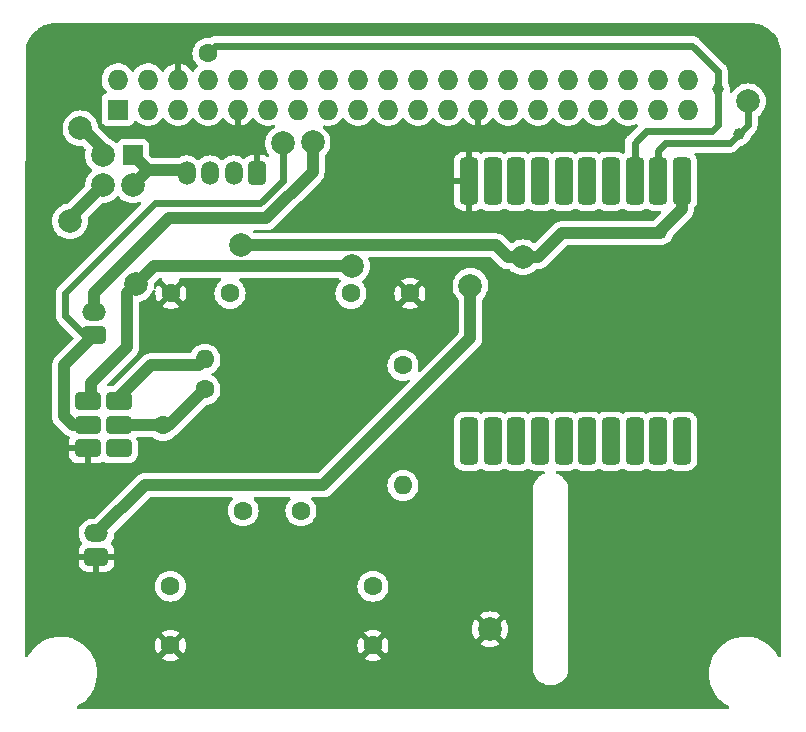
<source format=gbr>
%TF.GenerationSoftware,KiCad,Pcbnew,(6.0.0)*%
%TF.CreationDate,2022-05-13T11:59:56+02:00*%
%TF.ProjectId,RPi_Hat,5250695f-4861-4742-9e6b-696361645f70,rev?*%
%TF.SameCoordinates,Original*%
%TF.FileFunction,Copper,L2,Bot*%
%TF.FilePolarity,Positive*%
%FSLAX46Y46*%
G04 Gerber Fmt 4.6, Leading zero omitted, Abs format (unit mm)*
G04 Created by KiCad (PCBNEW (6.0.0)) date 2022-05-13 11:59:56*
%MOMM*%
%LPD*%
G01*
G04 APERTURE LIST*
G04 Aperture macros list*
%AMRoundRect*
0 Rectangle with rounded corners*
0 $1 Rounding radius*
0 $2 $3 $4 $5 $6 $7 $8 $9 X,Y pos of 4 corners*
0 Add a 4 corners polygon primitive as box body*
4,1,4,$2,$3,$4,$5,$6,$7,$8,$9,$2,$3,0*
0 Add four circle primitives for the rounded corners*
1,1,$1+$1,$2,$3*
1,1,$1+$1,$4,$5*
1,1,$1+$1,$6,$7*
1,1,$1+$1,$8,$9*
0 Add four rect primitives between the rounded corners*
20,1,$1+$1,$2,$3,$4,$5,0*
20,1,$1+$1,$4,$5,$6,$7,0*
20,1,$1+$1,$6,$7,$8,$9,0*
20,1,$1+$1,$8,$9,$2,$3,0*%
G04 Aperture macros list end*
%TA.AperFunction,ComponentPad*%
%ADD10R,1.727200X1.727200*%
%TD*%
%TA.AperFunction,ComponentPad*%
%ADD11O,1.727200X1.727200*%
%TD*%
%TA.AperFunction,ComponentPad*%
%ADD12RoundRect,0.312500X0.437500X0.687500X-0.437500X0.687500X-0.437500X-0.687500X0.437500X-0.687500X0*%
%TD*%
%TA.AperFunction,ComponentPad*%
%ADD13O,1.500000X2.000000*%
%TD*%
%TA.AperFunction,ComponentPad*%
%ADD14RoundRect,0.312500X0.687500X-0.437500X0.687500X0.437500X-0.687500X0.437500X-0.687500X-0.437500X0*%
%TD*%
%TA.AperFunction,ComponentPad*%
%ADD15O,2.000000X1.500000*%
%TD*%
%TA.AperFunction,ComponentPad*%
%ADD16C,1.600000*%
%TD*%
%TA.AperFunction,ComponentPad*%
%ADD17O,1.600000X1.600000*%
%TD*%
%TA.AperFunction,ComponentPad*%
%ADD18R,1.700000X1.700000*%
%TD*%
%TA.AperFunction,ComponentPad*%
%ADD19C,2.000000*%
%TD*%
%TA.AperFunction,ComponentPad*%
%ADD20RoundRect,0.312500X-0.787500X0.437500X-0.787500X-0.437500X0.787500X-0.437500X0.787500X0.437500X0*%
%TD*%
%TA.AperFunction,ComponentPad*%
%ADD21RoundRect,0.312500X0.787500X-0.437500X0.787500X0.437500X-0.787500X0.437500X-0.787500X-0.437500X0*%
%TD*%
%TA.AperFunction,ComponentPad*%
%ADD22RoundRect,0.400000X-0.400000X1.600000X-0.400000X-1.600000X0.400000X-1.600000X0.400000X1.600000X0*%
%TD*%
%TA.AperFunction,SMDPad,CuDef*%
%ADD23C,1.000000*%
%TD*%
%TA.AperFunction,SMDPad,CuDef*%
%ADD24C,2.000000*%
%TD*%
%TA.AperFunction,ViaPad*%
%ADD25C,1.600000*%
%TD*%
%TA.AperFunction,ViaPad*%
%ADD26C,2.000000*%
%TD*%
%TA.AperFunction,Conductor*%
%ADD27C,1.000000*%
%TD*%
%TA.AperFunction,Conductor*%
%ADD28C,0.600000*%
%TD*%
G04 APERTURE END LIST*
D10*
%TO.P,J6,1,3.3V*%
%TO.N,+3.3VA*%
X68580000Y-42870000D03*
D11*
%TO.P,J6,2,5V*%
%TO.N,+5V*%
X68580000Y-40330000D03*
%TO.P,J6,3,BCM2_SDA*%
%TO.N,SDA*%
X71120000Y-42870000D03*
%TO.P,J6,4,5V*%
%TO.N,+5V*%
X71120000Y-40330000D03*
%TO.P,J6,5,BCM3_SCL*%
%TO.N,SCL*%
X73660000Y-42870000D03*
%TO.P,J6,6,GND*%
%TO.N,GND*%
X73660000Y-40330000D03*
%TO.P,J6,7,BCM4_GPCLK0*%
%TO.N,unconnected-(J6-Pad7)*%
X76200000Y-42870000D03*
%TO.P,J6,8,BCM14_TXD*%
%TO.N,/RPi_GPIO/BCM14_TXD*%
X76200000Y-40330000D03*
%TO.P,J6,9,GND*%
%TO.N,GND*%
X78740000Y-42870000D03*
%TO.P,J6,10,BCM15_RXD*%
%TO.N,/RPi_GPIO/BCM15_RXD*%
X78740000Y-40330000D03*
%TO.P,J6,11,BCM17*%
%TO.N,unconnected-(J6-Pad11)*%
X81280000Y-42870000D03*
%TO.P,J6,12,BCM18_PCM_C*%
%TO.N,unconnected-(J6-Pad12)*%
X81280000Y-40330000D03*
%TO.P,J6,13,BCM27*%
%TO.N,cmd_relais*%
X83820000Y-42870000D03*
%TO.P,J6,14,GND*%
%TO.N,unconnected-(J6-Pad14)*%
X83820000Y-40330000D03*
%TO.P,J6,15,BCM22*%
%TO.N,/RPi_GPIO/cmd_relais_RPI*%
X86360000Y-42870000D03*
%TO.P,J6,16,BCM23*%
%TO.N,unconnected-(J6-Pad16)*%
X86360000Y-40330000D03*
%TO.P,J6,17,3.3V*%
%TO.N,unconnected-(J6-Pad17)*%
X88900000Y-42870000D03*
%TO.P,J6,18,BCM24*%
%TO.N,unconnected-(J6-Pad18)*%
X88900000Y-40330000D03*
%TO.P,J6,19,BCM10_MOSI*%
%TO.N,MOSI*%
X91440000Y-42870000D03*
%TO.P,J6,20,GND*%
%TO.N,unconnected-(J6-Pad20)*%
X91440000Y-40330000D03*
%TO.P,J6,21,BCM9_MISO*%
%TO.N,MISO*%
X93980000Y-42870000D03*
%TO.P,J6,22,BCM25*%
%TO.N,INT*%
X93980000Y-40330000D03*
%TO.P,J6,23,BCM11_SCLK*%
%TO.N,CLK*%
X96520000Y-42870000D03*
%TO.P,J6,24,BCM8_CE0*%
%TO.N,CS*%
X96520000Y-40330000D03*
%TO.P,J6,25,GND*%
%TO.N,GND*%
X99060000Y-42870000D03*
%TO.P,J6,26,BCM7_CE1*%
%TO.N,unconnected-(J6-Pad26)*%
X99060000Y-40330000D03*
%TO.P,J6,27,BCM0_ID_SD*%
%TO.N,unconnected-(J6-Pad27)*%
X101600000Y-42870000D03*
%TO.P,J6,28,BCM1_ID_SC*%
%TO.N,unconnected-(J6-Pad28)*%
X101600000Y-40330000D03*
%TO.P,J6,29,BCM5*%
%TO.N,/RPi_GPIO/Starter*%
X104140000Y-42870000D03*
%TO.P,J6,30,GND*%
%TO.N,unconnected-(J6-Pad30)*%
X104140000Y-40330000D03*
%TO.P,J6,31,BCM6*%
%TO.N,unconnected-(J6-Pad31)*%
X106680000Y-42870000D03*
%TO.P,J6,32,BCM12_PWM0*%
%TO.N,unconnected-(J6-Pad32)*%
X106680000Y-40330000D03*
%TO.P,J6,33,BCM13_PWM1*%
%TO.N,unconnected-(J6-Pad33)*%
X109220000Y-42870000D03*
%TO.P,J6,34,GND*%
%TO.N,unconnected-(J6-Pad34)*%
X109220000Y-40330000D03*
%TO.P,J6,35,BCM19_MISO_PCM_FS*%
%TO.N,unconnected-(J6-Pad35)*%
X111760000Y-42870000D03*
%TO.P,J6,36,BCM16*%
%TO.N,unconnected-(J6-Pad36)*%
X111760000Y-40330000D03*
%TO.P,J6,37,BCM26*%
%TO.N,unconnected-(J6-Pad37)*%
X114300000Y-42870000D03*
%TO.P,J6,38,BCM20_MOSI_PCM_DI*%
%TO.N,unconnected-(J6-Pad38)*%
X114300000Y-40330000D03*
%TO.P,J6,39,GND*%
%TO.N,unconnected-(J6-Pad39)*%
X116840000Y-42870000D03*
%TO.P,J6,40,BCM21_SCLK_PCM_DO*%
%TO.N,unconnected-(J6-Pad40)*%
X116840000Y-40330000D03*
%TD*%
D12*
%TO.P,J2,1,Pin_1*%
%TO.N,GND*%
X80391000Y-48260000D03*
D13*
%TO.P,J2,2,Pin_2*%
%TO.N,SCL*%
X78391000Y-48260000D03*
%TO.P,J2,3,Pin_3*%
%TO.N,SDA*%
X76391000Y-48260000D03*
%TO.P,J2,4,Pin_4*%
%TO.N,Net-(J2-Pad4)*%
X74391000Y-48260000D03*
%TD*%
D14*
%TO.P,J3,1,Pin_1*%
%TO.N,GND*%
X66760000Y-80756000D03*
D15*
%TO.P,J3,2,Pin_2*%
%TO.N,/RPi_GPIO/Starter*%
X66760000Y-78756000D03*
%TD*%
D16*
%TO.P,C2,1*%
%TO.N,+5V*%
X88305000Y-58420000D03*
%TO.P,C2,2*%
%TO.N,GND*%
X93305000Y-58420000D03*
%TD*%
%TO.P,C1,1*%
%TO.N,GND*%
X73065000Y-58420000D03*
%TO.P,C1,2*%
%TO.N,+3.3VA*%
X78065000Y-58420000D03*
%TD*%
%TO.P,R2,1*%
%TO.N,+5V*%
X92710000Y-64516000D03*
D17*
%TO.P,R2,2*%
%TO.N,Net-(R2-Pad2)*%
X92710000Y-74676000D03*
%TD*%
D16*
%TO.P,Y1,1,1*%
%TO.N,Net-(C3-Pad1)*%
X79175000Y-76835000D03*
%TO.P,Y1,2,2*%
%TO.N,Net-(C4-Pad1)*%
X84075000Y-76835000D03*
%TD*%
%TO.P,R1,1*%
%TO.N,can_L*%
X75946000Y-66548000D03*
D17*
%TO.P,R1,2*%
%TO.N,can_H*%
X75946000Y-64008000D03*
%TD*%
D14*
%TO.P,J1,1,Pin_1*%
%TO.N,cmd_relais*%
X66548000Y-61976000D03*
D15*
%TO.P,J1,2,Pin_2*%
%TO.N,/RPi_GPIO/cmd_relais_RPI*%
X66548000Y-59976000D03*
%TD*%
D16*
%TO.P,C4,1*%
%TO.N,Net-(C4-Pad1)*%
X90170000Y-83225000D03*
%TO.P,C4,2*%
%TO.N,GND*%
X90170000Y-88225000D03*
%TD*%
D18*
%TO.P,J4,1,Pin_1*%
%TO.N,Net-(J2-Pad4)*%
X69850000Y-46736000D03*
D19*
%TO.P,J4,2,Pin_2*%
X69850000Y-49276000D03*
%TO.P,J4,3,Pin_3*%
%TO.N,+3.3VA*%
X67310000Y-46736000D03*
%TO.P,J4,4,Pin_4*%
%TO.N,+5V*%
X67310000Y-49276000D03*
%TD*%
D16*
%TO.P,C3,1*%
%TO.N,Net-(C3-Pad1)*%
X73025000Y-83225000D03*
%TO.P,C3,2*%
%TO.N,GND*%
X73025000Y-88225000D03*
%TD*%
D20*
%TO.P,J5,1,Pin_1*%
%TO.N,can_H*%
X68626000Y-67564000D03*
D21*
%TO.P,J5,2,Pin_2*%
%TO.N,+5V*%
X66026000Y-67564000D03*
D20*
%TO.P,J5,3,Pin_3*%
%TO.N,can_L*%
X68626000Y-69564000D03*
D21*
%TO.P,J5,4,Pin_4*%
%TO.N,cmd_relais*%
X66026000Y-69564000D03*
D20*
%TO.P,J5,5,Pin_5*%
%TO.N,unconnected-(J5-Pad5)*%
X68626000Y-71564000D03*
D21*
%TO.P,J5,6,Pin_6*%
%TO.N,GND*%
X66026000Y-71564000D03*
%TD*%
D22*
%TO.P,U1,1,VCC*%
%TO.N,+3.3VA*%
X116315000Y-48944000D03*
%TO.P,U1,2,DOUT*%
%TO.N,/RPi_GPIO/BCM15_RXD*%
X114315000Y-48944000D03*
%TO.P,U1,3,DIN*%
%TO.N,/RPi_GPIO/BCM14_TXD*%
X112315000Y-48944000D03*
%TO.P,U1,4,DIO12*%
%TO.N,unconnected-(U1-Pad4)*%
X110315000Y-48944000D03*
%TO.P,U1,5,RST*%
%TO.N,unconnected-(U1-Pad5)*%
X108315000Y-48944000D03*
%TO.P,U1,6,RSSI_PWM_/DIO10*%
%TO.N,unconnected-(U1-Pad6)*%
X106315000Y-48944000D03*
%TO.P,U1,7,DIO11*%
%TO.N,unconnected-(U1-Pad7)*%
X104315000Y-48944000D03*
%TO.P,U1,8,RESERVED*%
%TO.N,unconnected-(U1-Pad8)*%
X102315000Y-48944000D03*
%TO.P,U1,9,!DTR_/_SLEEP_RQ/_DIO8*%
%TO.N,unconnected-(U1-Pad9)*%
X100315000Y-48944000D03*
%TO.P,U1,10,GND*%
%TO.N,GND*%
X98315000Y-48944000D03*
%TO.P,U1,11,DIO4*%
%TO.N,unconnected-(U1-Pad11)*%
X98315000Y-70944000D03*
%TO.P,U1,12,!CTS_/_DIO7*%
%TO.N,unconnected-(U1-Pad12)*%
X100315000Y-70944000D03*
%TO.P,U1,13,ON_/_!SLEEP*%
%TO.N,unconnected-(U1-Pad13)*%
X102315000Y-70944000D03*
%TO.P,U1,14,VREF*%
%TO.N,unconnected-(U1-Pad14)*%
X104315000Y-70944000D03*
%TO.P,U1,15,Associate_/_DIO5*%
%TO.N,unconnected-(U1-Pad15)*%
X106315000Y-70944000D03*
%TO.P,U1,16,!RTS_/_DIO6_*%
%TO.N,unconnected-(U1-Pad16)*%
X108315000Y-70944000D03*
%TO.P,U1,17,AD3_/_DIO3*%
%TO.N,unconnected-(U1-Pad17)*%
X110315000Y-70944000D03*
%TO.P,U1,18,AD2_/_DIO2*%
%TO.N,unconnected-(U1-Pad18)*%
X112315000Y-70944000D03*
%TO.P,U1,19,AD1_/_DIO1*%
%TO.N,unconnected-(U1-Pad19)*%
X114315000Y-70944000D03*
%TO.P,U1,20,AD0_/_DIO0_/Com8Button*%
%TO.N,unconnected-(U1-Pad20)*%
X116315000Y-70944000D03*
%TD*%
D23*
%TO.P,TP11,1,1*%
%TO.N,+3.3VA*%
X114554000Y-53340000D03*
%TD*%
%TO.P,TP4,1,1*%
%TO.N,/RPi_GPIO/BCM14_TXD*%
X119380000Y-41148000D03*
%TD*%
%TO.P,TP3,1,1*%
%TO.N,/RPi_GPIO/BCM15_RXD*%
X121158000Y-44958000D03*
%TD*%
%TO.P,TP1,1,1*%
%TO.N,cmd_relais*%
X64770000Y-63754000D03*
%TD*%
%TO.P,TP2,1,1*%
%TO.N,/RPi_GPIO/cmd_relais_RPI*%
X67056000Y-57912000D03*
%TD*%
D24*
%TO.P,,1,1*%
%TO.N,GND*%
X100076000Y-86868000D03*
%TD*%
%TO.P,TP16,1,1*%
%TO.N,GND*%
X100076000Y-86868000D03*
%TD*%
D25*
%TO.N,can_L*%
X72390000Y-69596000D03*
D26*
%TO.N,cmd_relais*%
X82550000Y-45720000D03*
%TO.N,GND*%
X62484000Y-74676000D03*
X81625000Y-84836000D03*
X66675000Y-37465000D03*
X62738000Y-83225000D03*
X121666000Y-69850000D03*
X95504000Y-60452000D03*
X108458000Y-57404000D03*
X97028000Y-77216000D03*
X121666000Y-82550000D03*
X61976000Y-54864000D03*
X121666000Y-57150000D03*
%TO.N,/RPi_GPIO/Starter*%
X98425000Y-57785000D03*
D25*
%TO.N,/RPi_GPIO/BCM14_TXD*%
X76200000Y-38100000D03*
D26*
%TO.N,/RPi_GPIO/BCM15_RXD*%
X121920000Y-42164000D03*
%TO.N,+3.3VA*%
X78994000Y-54356000D03*
X65405000Y-44450000D03*
X102870000Y-55372000D03*
%TO.N,+5V*%
X88392000Y-56134000D03*
X70104000Y-57658000D03*
X64516000Y-52324000D03*
%TO.N,/RPi_GPIO/cmd_relais_RPI*%
X85060570Y-45631711D03*
%TD*%
D27*
%TO.N,can_H*%
X75946000Y-64008000D02*
X75438000Y-64516000D01*
X75438000Y-64516000D02*
X71374000Y-64516000D01*
X71374000Y-64516000D02*
X68326000Y-67564000D01*
%TO.N,can_L*%
X72930000Y-69564000D02*
X75946000Y-66548000D01*
X68326000Y-69564000D02*
X72930000Y-69564000D01*
%TO.N,cmd_relais*%
X66548000Y-61976000D02*
X64008000Y-64516000D01*
D28*
X71755000Y-50800000D02*
X64135000Y-58420000D01*
D27*
X64008000Y-64516000D02*
X64008000Y-68834000D01*
X64008000Y-68834000D02*
X64738000Y-69564000D01*
D28*
X82550000Y-48895000D02*
X80645000Y-50800000D01*
X65786000Y-61976000D02*
X66548000Y-61976000D01*
D27*
X64738000Y-69564000D02*
X66326000Y-69564000D01*
D28*
X64135000Y-60325000D02*
X65786000Y-61976000D01*
X64135000Y-58420000D02*
X64135000Y-60325000D01*
X80645000Y-50800000D02*
X71755000Y-50800000D01*
X82550000Y-45720000D02*
X82550000Y-48895000D01*
D27*
%TO.N,/RPi_GPIO/Starter*%
X70840000Y-74676000D02*
X66760000Y-78756000D01*
X98425000Y-57785000D02*
X98425000Y-62230000D01*
X98425000Y-62230000D02*
X85979000Y-74676000D01*
X85979000Y-74676000D02*
X70840000Y-74676000D01*
D28*
%TO.N,/RPi_GPIO/BCM14_TXD*%
X118872000Y-44704000D02*
X113284000Y-44704000D01*
X113284000Y-44704000D02*
X112315000Y-45673000D01*
X119380000Y-39624000D02*
X117221000Y-37465000D01*
X112315000Y-45673000D02*
X112315000Y-47420000D01*
X117221000Y-37465000D02*
X76835000Y-37465000D01*
X119380000Y-44196000D02*
X118872000Y-44704000D01*
X119380000Y-44196000D02*
X119380000Y-39624000D01*
X76835000Y-37465000D02*
X76200000Y-38100000D01*
%TO.N,/RPi_GPIO/BCM15_RXD*%
X114315000Y-46340000D02*
X114315000Y-47420000D01*
X120396000Y-45720000D02*
X114935000Y-45720000D01*
X114935000Y-45720000D02*
X114315000Y-46340000D01*
X121920000Y-44196000D02*
X120396000Y-45720000D01*
X121920000Y-42164000D02*
X121920000Y-44196000D01*
D27*
%TO.N,+3.3VA*%
X116315000Y-51325000D02*
X116315000Y-48944000D01*
X102870000Y-55372000D02*
X104140000Y-55372000D01*
X104140000Y-55372000D02*
X106172000Y-53340000D01*
X67310000Y-46228000D02*
X67310000Y-46736000D01*
X106172000Y-53340000D02*
X114300000Y-53340000D01*
X65405000Y-44450000D02*
X65532000Y-44450000D01*
X101600000Y-55372000D02*
X102870000Y-55372000D01*
X78994000Y-54356000D02*
X100584000Y-54356000D01*
X100584000Y-54356000D02*
X101600000Y-55372000D01*
X65532000Y-44450000D02*
X67310000Y-46228000D01*
X114300000Y-53340000D02*
X116315000Y-51325000D01*
%TO.N,+5V*%
X69342000Y-62992000D02*
X66326000Y-66008000D01*
X70104000Y-57658000D02*
X69342000Y-58420000D01*
X64516000Y-52324000D02*
X64516000Y-52070000D01*
X69342000Y-58420000D02*
X69342000Y-62992000D01*
X88392000Y-56134000D02*
X71628000Y-56134000D01*
X71628000Y-56134000D02*
X70104000Y-57658000D01*
X66326000Y-66008000D02*
X66326000Y-67564000D01*
X64516000Y-52070000D02*
X67310000Y-49276000D01*
%TO.N,/RPi_GPIO/cmd_relais_RPI*%
X85060570Y-45631711D02*
X85060570Y-48162430D01*
X85060570Y-48162430D02*
X81153000Y-52070000D01*
X66548000Y-58420000D02*
X66548000Y-59976000D01*
X72898000Y-52070000D02*
X66548000Y-58420000D01*
X81153000Y-52070000D02*
X72898000Y-52070000D01*
%TO.N,Net-(J2-Pad4)*%
X71120000Y-48006000D02*
X74137000Y-48006000D01*
X69850000Y-46736000D02*
X71120000Y-48006000D01*
X69850000Y-49276000D02*
X71120000Y-48006000D01*
X74137000Y-48006000D02*
X74391000Y-48260000D01*
%TD*%
%TA.AperFunction,Conductor*%
%TO.N,GND*%
G36*
X122192057Y-35561500D02*
G01*
X122206858Y-35563805D01*
X122206861Y-35563805D01*
X122215730Y-35565186D01*
X122232899Y-35562941D01*
X122256839Y-35562108D01*
X122514770Y-35577710D01*
X122529874Y-35579544D01*
X122600648Y-35592514D01*
X122810879Y-35631040D01*
X122825641Y-35634678D01*
X123098408Y-35719675D01*
X123112627Y-35725069D01*
X123373140Y-35842316D01*
X123386609Y-35849385D01*
X123631095Y-35997182D01*
X123643617Y-36005825D01*
X123868507Y-36182016D01*
X123879895Y-36192106D01*
X124081894Y-36394105D01*
X124091984Y-36405493D01*
X124268175Y-36630383D01*
X124276818Y-36642905D01*
X124424615Y-36887391D01*
X124431684Y-36900860D01*
X124490909Y-37032453D01*
X124548930Y-37161370D01*
X124554325Y-37175592D01*
X124579288Y-37255700D01*
X124639321Y-37448353D01*
X124642962Y-37463127D01*
X124694456Y-37744126D01*
X124696290Y-37759230D01*
X124711455Y-38009929D01*
X124710198Y-38036639D01*
X124710195Y-38036859D01*
X124708814Y-38045730D01*
X124710454Y-38058270D01*
X124712740Y-38075750D01*
X124713803Y-38092682D01*
X124702190Y-40558553D01*
X124702154Y-40559439D01*
X124702000Y-40560423D01*
X124702000Y-40598455D01*
X124701999Y-40599048D01*
X124701834Y-40634084D01*
X124701970Y-40635066D01*
X124702000Y-40635971D01*
X124702000Y-89109613D01*
X124681998Y-89177734D01*
X124628342Y-89224227D01*
X124558068Y-89234331D01*
X124493488Y-89204837D01*
X124467157Y-89173089D01*
X124371666Y-89009348D01*
X124299687Y-88885924D01*
X124089001Y-88603781D01*
X124086557Y-88601183D01*
X124086552Y-88601177D01*
X123850180Y-88349907D01*
X123850176Y-88349904D01*
X123847730Y-88347303D01*
X123701923Y-88223868D01*
X123581698Y-88122090D01*
X123581694Y-88122087D01*
X123578976Y-88119786D01*
X123565181Y-88110568D01*
X123289170Y-87926144D01*
X123289168Y-87926143D01*
X123286193Y-87924155D01*
X123283009Y-87922515D01*
X122976330Y-87764564D01*
X122976325Y-87764562D01*
X122973147Y-87762925D01*
X122969806Y-87761659D01*
X122969801Y-87761657D01*
X122647205Y-87639437D01*
X122647206Y-87639437D01*
X122643861Y-87638170D01*
X122640397Y-87637290D01*
X122640393Y-87637289D01*
X122306037Y-87552373D01*
X122306029Y-87552371D01*
X122302570Y-87551493D01*
X122130848Y-87528122D01*
X121956653Y-87504415D01*
X121956646Y-87504414D01*
X121953660Y-87504008D01*
X121838919Y-87499500D01*
X121620802Y-87499500D01*
X121479244Y-87507538D01*
X121362008Y-87514195D01*
X121362001Y-87514196D01*
X121358440Y-87514398D01*
X121220117Y-87538166D01*
X121014918Y-87573425D01*
X121014910Y-87573427D01*
X121011400Y-87574030D01*
X121007975Y-87575028D01*
X121007972Y-87575029D01*
X120794370Y-87637289D01*
X120673341Y-87672566D01*
X120348610Y-87808737D01*
X120269612Y-87852978D01*
X120044498Y-87979047D01*
X120044493Y-87979050D01*
X120041381Y-87980793D01*
X120038485Y-87982878D01*
X120038480Y-87982881D01*
X119892059Y-88088290D01*
X119755605Y-88186523D01*
X119752969Y-88188917D01*
X119752967Y-88188919D01*
X119575733Y-88349907D01*
X119494954Y-88423281D01*
X119262781Y-88688023D01*
X119062071Y-88977347D01*
X118895402Y-89287532D01*
X118764919Y-89614590D01*
X118672299Y-89954317D01*
X118671757Y-89957839D01*
X118630277Y-90227339D01*
X118618732Y-90302345D01*
X118618592Y-90305909D01*
X118609027Y-90549370D01*
X118604908Y-90654200D01*
X118614757Y-90786735D01*
X118629484Y-90984899D01*
X118631004Y-91005358D01*
X118696684Y-91351304D01*
X118697742Y-91354713D01*
X118697744Y-91354719D01*
X118727233Y-91449687D01*
X118801104Y-91687592D01*
X118942921Y-92009897D01*
X119120313Y-92314076D01*
X119330999Y-92596219D01*
X119333443Y-92598817D01*
X119333448Y-92598823D01*
X119569820Y-92850093D01*
X119572270Y-92852697D01*
X119574999Y-92855007D01*
X119806859Y-93051291D01*
X119841024Y-93080214D01*
X120133807Y-93275845D01*
X120136989Y-93277484D01*
X120136991Y-93277485D01*
X120285523Y-93353984D01*
X120336925Y-93402957D01*
X120353691Y-93471945D01*
X120330497Y-93539047D01*
X120274707Y-93582956D01*
X120227831Y-93592000D01*
X65195807Y-93592000D01*
X65127686Y-93571998D01*
X65081193Y-93518342D01*
X65071089Y-93448068D01*
X65100583Y-93383488D01*
X65134241Y-93356065D01*
X65375502Y-93220953D01*
X65375507Y-93220950D01*
X65378619Y-93219207D01*
X65381515Y-93217122D01*
X65381520Y-93217119D01*
X65528239Y-93111496D01*
X65664395Y-93013477D01*
X65838858Y-92855007D01*
X65922405Y-92779118D01*
X65922406Y-92779117D01*
X65925046Y-92776719D01*
X66157219Y-92511977D01*
X66204326Y-92444073D01*
X66296652Y-92310984D01*
X66357929Y-92222653D01*
X66524598Y-91912468D01*
X66655081Y-91585410D01*
X66747701Y-91245683D01*
X66762487Y-91149618D01*
X66800726Y-90901178D01*
X66800726Y-90901174D01*
X66801268Y-90897655D01*
X66810833Y-90654200D01*
X66814952Y-90549370D01*
X66814952Y-90549365D01*
X66815092Y-90545800D01*
X66788996Y-90194642D01*
X66723316Y-89848696D01*
X66618896Y-89512408D01*
X66530302Y-89311062D01*
X72303493Y-89311062D01*
X72312789Y-89323077D01*
X72363994Y-89358931D01*
X72373489Y-89364414D01*
X72570947Y-89456490D01*
X72581239Y-89460236D01*
X72791688Y-89516625D01*
X72802481Y-89518528D01*
X73019525Y-89537517D01*
X73030475Y-89537517D01*
X73247519Y-89518528D01*
X73258312Y-89516625D01*
X73468761Y-89460236D01*
X73479053Y-89456490D01*
X73676511Y-89364414D01*
X73686006Y-89358931D01*
X73738048Y-89322491D01*
X73746424Y-89312012D01*
X73745925Y-89311062D01*
X89448493Y-89311062D01*
X89457789Y-89323077D01*
X89508994Y-89358931D01*
X89518489Y-89364414D01*
X89715947Y-89456490D01*
X89726239Y-89460236D01*
X89936688Y-89516625D01*
X89947481Y-89518528D01*
X90164525Y-89537517D01*
X90175475Y-89537517D01*
X90392519Y-89518528D01*
X90403312Y-89516625D01*
X90613761Y-89460236D01*
X90624053Y-89456490D01*
X90821511Y-89364414D01*
X90831006Y-89358931D01*
X90883048Y-89322491D01*
X90891424Y-89312012D01*
X90884356Y-89298566D01*
X90182812Y-88597022D01*
X90168868Y-88589408D01*
X90167035Y-88589539D01*
X90160420Y-88593790D01*
X89454923Y-89299287D01*
X89448493Y-89311062D01*
X73745925Y-89311062D01*
X73739356Y-89298566D01*
X73037812Y-88597022D01*
X73023868Y-88589408D01*
X73022035Y-88589539D01*
X73015420Y-88593790D01*
X72309923Y-89299287D01*
X72303493Y-89311062D01*
X66530302Y-89311062D01*
X66492094Y-89224227D01*
X66478522Y-89193382D01*
X66478520Y-89193379D01*
X66477079Y-89190103D01*
X66299687Y-88885924D01*
X66089001Y-88603781D01*
X66086557Y-88601183D01*
X66086552Y-88601177D01*
X65850180Y-88349907D01*
X65850176Y-88349904D01*
X65847730Y-88347303D01*
X65709727Y-88230475D01*
X71712483Y-88230475D01*
X71731472Y-88447519D01*
X71733375Y-88458312D01*
X71789764Y-88668761D01*
X71793510Y-88679053D01*
X71885586Y-88876511D01*
X71891069Y-88886006D01*
X71927509Y-88938048D01*
X71937988Y-88946424D01*
X71951434Y-88939356D01*
X72652978Y-88237812D01*
X72659356Y-88226132D01*
X73389408Y-88226132D01*
X73389539Y-88227965D01*
X73393790Y-88234580D01*
X74099287Y-88940077D01*
X74111062Y-88946507D01*
X74123077Y-88937211D01*
X74158931Y-88886006D01*
X74164414Y-88876511D01*
X74256490Y-88679053D01*
X74260236Y-88668761D01*
X74316625Y-88458312D01*
X74318528Y-88447519D01*
X74337517Y-88230475D01*
X88857483Y-88230475D01*
X88876472Y-88447519D01*
X88878375Y-88458312D01*
X88934764Y-88668761D01*
X88938510Y-88679053D01*
X89030586Y-88876511D01*
X89036069Y-88886006D01*
X89072509Y-88938048D01*
X89082988Y-88946424D01*
X89096434Y-88939356D01*
X89797978Y-88237812D01*
X89804356Y-88226132D01*
X90534408Y-88226132D01*
X90534539Y-88227965D01*
X90538790Y-88234580D01*
X91244287Y-88940077D01*
X91256062Y-88946507D01*
X91268077Y-88937211D01*
X91303931Y-88886006D01*
X91309414Y-88876511D01*
X91401490Y-88679053D01*
X91405236Y-88668761D01*
X91461625Y-88458312D01*
X91463528Y-88447519D01*
X91482517Y-88230475D01*
X91482517Y-88219525D01*
X91472118Y-88100670D01*
X99208160Y-88100670D01*
X99213887Y-88108320D01*
X99385042Y-88213205D01*
X99393837Y-88217687D01*
X99603988Y-88304734D01*
X99613373Y-88307783D01*
X99834554Y-88360885D01*
X99844301Y-88362428D01*
X100071070Y-88380275D01*
X100080930Y-88380275D01*
X100307699Y-88362428D01*
X100317446Y-88360885D01*
X100538627Y-88307783D01*
X100548012Y-88304734D01*
X100758163Y-88217687D01*
X100766958Y-88213205D01*
X100934445Y-88110568D01*
X100943907Y-88100110D01*
X100940124Y-88091334D01*
X100088812Y-87240022D01*
X100074868Y-87232408D01*
X100073035Y-87232539D01*
X100066420Y-87236790D01*
X99214920Y-88088290D01*
X99208160Y-88100670D01*
X91472118Y-88100670D01*
X91463528Y-88002481D01*
X91461625Y-87991688D01*
X91405236Y-87781239D01*
X91401490Y-87770947D01*
X91309414Y-87573489D01*
X91303931Y-87563994D01*
X91267491Y-87511952D01*
X91257012Y-87503576D01*
X91243566Y-87510644D01*
X90542022Y-88212188D01*
X90534408Y-88226132D01*
X89804356Y-88226132D01*
X89805592Y-88223868D01*
X89805461Y-88222035D01*
X89801210Y-88215420D01*
X89095713Y-87509923D01*
X89083938Y-87503493D01*
X89071923Y-87512789D01*
X89036069Y-87563994D01*
X89030586Y-87573489D01*
X88938510Y-87770947D01*
X88934764Y-87781239D01*
X88878375Y-87991688D01*
X88876472Y-88002481D01*
X88857483Y-88219525D01*
X88857483Y-88230475D01*
X74337517Y-88230475D01*
X74337517Y-88219525D01*
X74318528Y-88002481D01*
X74316625Y-87991688D01*
X74260236Y-87781239D01*
X74256490Y-87770947D01*
X74164414Y-87573489D01*
X74158931Y-87563994D01*
X74122491Y-87511952D01*
X74112012Y-87503576D01*
X74098566Y-87510644D01*
X73397022Y-88212188D01*
X73389408Y-88226132D01*
X72659356Y-88226132D01*
X72660592Y-88223868D01*
X72660461Y-88222035D01*
X72656210Y-88215420D01*
X71950713Y-87509923D01*
X71938938Y-87503493D01*
X71926923Y-87512789D01*
X71891069Y-87563994D01*
X71885586Y-87573489D01*
X71793510Y-87770947D01*
X71789764Y-87781239D01*
X71733375Y-87991688D01*
X71731472Y-88002481D01*
X71712483Y-88219525D01*
X71712483Y-88230475D01*
X65709727Y-88230475D01*
X65701923Y-88223868D01*
X65581698Y-88122090D01*
X65581694Y-88122087D01*
X65578976Y-88119786D01*
X65565181Y-88110568D01*
X65289170Y-87926144D01*
X65289168Y-87926143D01*
X65286193Y-87924155D01*
X65283009Y-87922515D01*
X64976330Y-87764564D01*
X64976325Y-87764562D01*
X64973147Y-87762925D01*
X64969806Y-87761659D01*
X64969801Y-87761657D01*
X64647205Y-87639437D01*
X64647206Y-87639437D01*
X64643861Y-87638170D01*
X64640397Y-87637290D01*
X64640393Y-87637289D01*
X64306037Y-87552373D01*
X64306029Y-87552371D01*
X64302570Y-87551493D01*
X64130848Y-87528122D01*
X63956653Y-87504415D01*
X63956646Y-87504414D01*
X63953660Y-87504008D01*
X63838919Y-87499500D01*
X63620802Y-87499500D01*
X63479244Y-87507538D01*
X63362008Y-87514195D01*
X63362001Y-87514196D01*
X63358440Y-87514398D01*
X63220117Y-87538166D01*
X63014918Y-87573425D01*
X63014910Y-87573427D01*
X63011400Y-87574030D01*
X63007975Y-87575028D01*
X63007972Y-87575029D01*
X62794370Y-87637289D01*
X62673341Y-87672566D01*
X62348610Y-87808737D01*
X62269612Y-87852978D01*
X62044498Y-87979047D01*
X62044493Y-87979050D01*
X62041381Y-87980793D01*
X62038485Y-87982878D01*
X62038480Y-87982881D01*
X61892059Y-88088290D01*
X61755605Y-88186523D01*
X61752969Y-88188917D01*
X61752967Y-88188919D01*
X61575733Y-88349907D01*
X61494954Y-88423281D01*
X61262781Y-88688023D01*
X61062071Y-88977347D01*
X61060380Y-88980494D01*
X61060377Y-88980499D01*
X60954992Y-89176630D01*
X60905130Y-89227170D01*
X60835859Y-89242729D01*
X60769173Y-89218367D01*
X60726244Y-89161819D01*
X60718000Y-89116992D01*
X60718000Y-87137988D01*
X72303576Y-87137988D01*
X72310644Y-87151434D01*
X73012188Y-87852978D01*
X73026132Y-87860592D01*
X73027965Y-87860461D01*
X73034580Y-87856210D01*
X73740077Y-87150713D01*
X73746507Y-87138938D01*
X73745772Y-87137988D01*
X89448576Y-87137988D01*
X89455644Y-87151434D01*
X90157188Y-87852978D01*
X90171132Y-87860592D01*
X90172965Y-87860461D01*
X90179580Y-87856210D01*
X90885077Y-87150713D01*
X90891507Y-87138938D01*
X90882211Y-87126923D01*
X90831006Y-87091069D01*
X90821511Y-87085586D01*
X90624053Y-86993510D01*
X90613761Y-86989764D01*
X90403312Y-86933375D01*
X90392519Y-86931472D01*
X90175475Y-86912483D01*
X90164525Y-86912483D01*
X89947481Y-86931472D01*
X89936688Y-86933375D01*
X89726239Y-86989764D01*
X89715947Y-86993510D01*
X89518489Y-87085586D01*
X89508994Y-87091069D01*
X89456952Y-87127509D01*
X89448576Y-87137988D01*
X73745772Y-87137988D01*
X73737211Y-87126923D01*
X73686006Y-87091069D01*
X73676511Y-87085586D01*
X73479053Y-86993510D01*
X73468761Y-86989764D01*
X73258312Y-86933375D01*
X73247519Y-86931472D01*
X73030475Y-86912483D01*
X73019525Y-86912483D01*
X72802481Y-86931472D01*
X72791688Y-86933375D01*
X72581239Y-86989764D01*
X72570947Y-86993510D01*
X72373489Y-87085586D01*
X72363994Y-87091069D01*
X72311952Y-87127509D01*
X72303576Y-87137988D01*
X60718000Y-87137988D01*
X60718000Y-86872930D01*
X98563725Y-86872930D01*
X98581572Y-87099699D01*
X98583115Y-87109446D01*
X98636217Y-87330627D01*
X98639266Y-87340012D01*
X98726313Y-87550163D01*
X98730795Y-87558958D01*
X98833432Y-87726445D01*
X98843890Y-87735907D01*
X98852666Y-87732124D01*
X99703978Y-86880812D01*
X99710356Y-86869132D01*
X100440408Y-86869132D01*
X100440539Y-86870965D01*
X100444790Y-86877580D01*
X101296290Y-87729080D01*
X101308670Y-87735840D01*
X101316320Y-87730113D01*
X101421205Y-87558958D01*
X101425687Y-87550163D01*
X101512734Y-87340012D01*
X101515783Y-87330627D01*
X101568885Y-87109446D01*
X101570428Y-87099699D01*
X101588275Y-86872930D01*
X101588275Y-86863070D01*
X101570428Y-86636301D01*
X101568885Y-86626554D01*
X101515783Y-86405373D01*
X101512734Y-86395988D01*
X101425687Y-86185837D01*
X101421205Y-86177042D01*
X101318568Y-86009555D01*
X101308110Y-86000093D01*
X101299334Y-86003876D01*
X100448022Y-86855188D01*
X100440408Y-86869132D01*
X99710356Y-86869132D01*
X99711592Y-86866868D01*
X99711461Y-86865035D01*
X99707210Y-86858420D01*
X98855710Y-86006920D01*
X98843330Y-86000160D01*
X98835680Y-86005887D01*
X98730795Y-86177042D01*
X98726313Y-86185837D01*
X98639266Y-86395988D01*
X98636217Y-86405373D01*
X98583115Y-86626554D01*
X98581572Y-86636301D01*
X98563725Y-86863070D01*
X98563725Y-86872930D01*
X60718000Y-86872930D01*
X60718000Y-85635890D01*
X99208093Y-85635890D01*
X99211876Y-85644666D01*
X100063188Y-86495978D01*
X100077132Y-86503592D01*
X100078965Y-86503461D01*
X100085580Y-86499210D01*
X100937080Y-85647710D01*
X100943840Y-85635330D01*
X100938113Y-85627680D01*
X100766958Y-85522795D01*
X100758163Y-85518313D01*
X100548012Y-85431266D01*
X100538627Y-85428217D01*
X100317446Y-85375115D01*
X100307699Y-85373572D01*
X100080930Y-85355725D01*
X100071070Y-85355725D01*
X99844301Y-85373572D01*
X99834554Y-85375115D01*
X99613373Y-85428217D01*
X99603988Y-85431266D01*
X99393837Y-85518313D01*
X99385042Y-85522795D01*
X99217555Y-85625432D01*
X99208093Y-85635890D01*
X60718000Y-85635890D01*
X60718000Y-83225000D01*
X71711502Y-83225000D01*
X71731457Y-83453087D01*
X71790716Y-83674243D01*
X71793039Y-83679224D01*
X71793039Y-83679225D01*
X71885151Y-83876762D01*
X71885154Y-83876767D01*
X71887477Y-83881749D01*
X72018802Y-84069300D01*
X72180700Y-84231198D01*
X72185208Y-84234355D01*
X72185211Y-84234357D01*
X72263389Y-84289098D01*
X72368251Y-84362523D01*
X72373233Y-84364846D01*
X72373238Y-84364849D01*
X72570775Y-84456961D01*
X72575757Y-84459284D01*
X72581065Y-84460706D01*
X72581067Y-84460707D01*
X72791598Y-84517119D01*
X72791600Y-84517119D01*
X72796913Y-84518543D01*
X73025000Y-84538498D01*
X73253087Y-84518543D01*
X73258400Y-84517119D01*
X73258402Y-84517119D01*
X73468933Y-84460707D01*
X73468935Y-84460706D01*
X73474243Y-84459284D01*
X73479225Y-84456961D01*
X73676762Y-84364849D01*
X73676767Y-84364846D01*
X73681749Y-84362523D01*
X73786611Y-84289098D01*
X73864789Y-84234357D01*
X73864792Y-84234355D01*
X73869300Y-84231198D01*
X74031198Y-84069300D01*
X74162523Y-83881749D01*
X74164846Y-83876767D01*
X74164849Y-83876762D01*
X74256961Y-83679225D01*
X74256961Y-83679224D01*
X74259284Y-83674243D01*
X74318543Y-83453087D01*
X74338498Y-83225000D01*
X88856502Y-83225000D01*
X88876457Y-83453087D01*
X88935716Y-83674243D01*
X88938039Y-83679224D01*
X88938039Y-83679225D01*
X89030151Y-83876762D01*
X89030154Y-83876767D01*
X89032477Y-83881749D01*
X89163802Y-84069300D01*
X89325700Y-84231198D01*
X89330208Y-84234355D01*
X89330211Y-84234357D01*
X89408389Y-84289098D01*
X89513251Y-84362523D01*
X89518233Y-84364846D01*
X89518238Y-84364849D01*
X89715775Y-84456961D01*
X89720757Y-84459284D01*
X89726065Y-84460706D01*
X89726067Y-84460707D01*
X89936598Y-84517119D01*
X89936600Y-84517119D01*
X89941913Y-84518543D01*
X90170000Y-84538498D01*
X90398087Y-84518543D01*
X90403400Y-84517119D01*
X90403402Y-84517119D01*
X90613933Y-84460707D01*
X90613935Y-84460706D01*
X90619243Y-84459284D01*
X90624225Y-84456961D01*
X90821762Y-84364849D01*
X90821767Y-84364846D01*
X90826749Y-84362523D01*
X90931611Y-84289098D01*
X91009789Y-84234357D01*
X91009792Y-84234355D01*
X91014300Y-84231198D01*
X91176198Y-84069300D01*
X91307523Y-83881749D01*
X91309846Y-83876767D01*
X91309849Y-83876762D01*
X91401961Y-83679225D01*
X91401961Y-83679224D01*
X91404284Y-83674243D01*
X91463543Y-83453087D01*
X91483498Y-83225000D01*
X91463543Y-82996913D01*
X91404284Y-82775757D01*
X91401961Y-82770775D01*
X91309849Y-82573238D01*
X91309846Y-82573233D01*
X91307523Y-82568251D01*
X91176198Y-82380700D01*
X91014300Y-82218802D01*
X91009792Y-82215645D01*
X91009789Y-82215643D01*
X90931611Y-82160902D01*
X90826749Y-82087477D01*
X90821767Y-82085154D01*
X90821762Y-82085151D01*
X90624225Y-81993039D01*
X90624224Y-81993039D01*
X90619243Y-81990716D01*
X90613935Y-81989294D01*
X90613933Y-81989293D01*
X90403402Y-81932881D01*
X90403400Y-81932881D01*
X90398087Y-81931457D01*
X90170000Y-81911502D01*
X89941913Y-81931457D01*
X89936600Y-81932881D01*
X89936598Y-81932881D01*
X89726067Y-81989293D01*
X89726065Y-81989294D01*
X89720757Y-81990716D01*
X89715776Y-81993039D01*
X89715775Y-81993039D01*
X89518238Y-82085151D01*
X89518233Y-82085154D01*
X89513251Y-82087477D01*
X89408389Y-82160902D01*
X89330211Y-82215643D01*
X89330208Y-82215645D01*
X89325700Y-82218802D01*
X89163802Y-82380700D01*
X89032477Y-82568251D01*
X89030154Y-82573233D01*
X89030151Y-82573238D01*
X88938039Y-82770775D01*
X88935716Y-82775757D01*
X88876457Y-82996913D01*
X88856502Y-83225000D01*
X74338498Y-83225000D01*
X74318543Y-82996913D01*
X74259284Y-82775757D01*
X74256961Y-82770775D01*
X74164849Y-82573238D01*
X74164846Y-82573233D01*
X74162523Y-82568251D01*
X74031198Y-82380700D01*
X73869300Y-82218802D01*
X73864792Y-82215645D01*
X73864789Y-82215643D01*
X73786611Y-82160902D01*
X73681749Y-82087477D01*
X73676767Y-82085154D01*
X73676762Y-82085151D01*
X73479225Y-81993039D01*
X73479224Y-81993039D01*
X73474243Y-81990716D01*
X73468935Y-81989294D01*
X73468933Y-81989293D01*
X73258402Y-81932881D01*
X73258400Y-81932881D01*
X73253087Y-81931457D01*
X73025000Y-81911502D01*
X72796913Y-81931457D01*
X72791600Y-81932881D01*
X72791598Y-81932881D01*
X72581067Y-81989293D01*
X72581065Y-81989294D01*
X72575757Y-81990716D01*
X72570776Y-81993039D01*
X72570775Y-81993039D01*
X72373238Y-82085151D01*
X72373233Y-82085154D01*
X72368251Y-82087477D01*
X72263389Y-82160902D01*
X72185211Y-82215643D01*
X72185208Y-82215645D01*
X72180700Y-82218802D01*
X72018802Y-82380700D01*
X71887477Y-82568251D01*
X71885154Y-82573233D01*
X71885151Y-82573238D01*
X71793039Y-82770775D01*
X71790716Y-82775757D01*
X71731457Y-82996913D01*
X71711502Y-83225000D01*
X60718000Y-83225000D01*
X60718000Y-81281753D01*
X65252001Y-81281753D01*
X65252055Y-81283644D01*
X65253480Y-81293600D01*
X65292105Y-81460902D01*
X65296755Y-81474105D01*
X65370738Y-81627148D01*
X65378202Y-81639000D01*
X65484255Y-81771849D01*
X65494151Y-81781745D01*
X65627000Y-81887798D01*
X65638852Y-81895262D01*
X65791895Y-81969245D01*
X65805098Y-81973895D01*
X65972399Y-82012520D01*
X65982347Y-82013944D01*
X65984277Y-82014000D01*
X66487885Y-82014000D01*
X66503124Y-82009525D01*
X66504329Y-82008135D01*
X66506000Y-82000452D01*
X66506000Y-81995884D01*
X67014000Y-81995884D01*
X67018475Y-82011123D01*
X67019865Y-82012328D01*
X67027548Y-82013999D01*
X67535753Y-82013999D01*
X67537644Y-82013945D01*
X67547600Y-82012520D01*
X67714902Y-81973895D01*
X67728105Y-81969245D01*
X67881148Y-81895262D01*
X67893000Y-81887798D01*
X68025849Y-81781745D01*
X68035745Y-81771849D01*
X68141798Y-81639000D01*
X68149262Y-81627148D01*
X68223245Y-81474105D01*
X68227895Y-81460902D01*
X68266520Y-81293601D01*
X68267944Y-81283653D01*
X68268000Y-81281723D01*
X68268000Y-81028115D01*
X68263525Y-81012876D01*
X68262135Y-81011671D01*
X68254452Y-81010000D01*
X67032115Y-81010000D01*
X67016876Y-81014475D01*
X67015671Y-81015865D01*
X67014000Y-81023548D01*
X67014000Y-81995884D01*
X66506000Y-81995884D01*
X66506000Y-81028115D01*
X66501525Y-81012876D01*
X66500135Y-81011671D01*
X66492452Y-81010000D01*
X65270116Y-81010000D01*
X65254877Y-81014475D01*
X65253672Y-81015865D01*
X65252001Y-81023548D01*
X65252001Y-81281753D01*
X60718000Y-81281753D01*
X60718000Y-78795690D01*
X65247037Y-78795690D01*
X65274025Y-79018715D01*
X65340082Y-79233435D01*
X65342652Y-79238415D01*
X65342654Y-79238419D01*
X65407852Y-79364738D01*
X65443118Y-79433064D01*
X65446531Y-79437511D01*
X65446531Y-79437512D01*
X65528676Y-79544566D01*
X65554276Y-79610787D01*
X65540011Y-79680335D01*
X65507321Y-79719742D01*
X65494150Y-79730256D01*
X65484255Y-79740151D01*
X65378202Y-79873000D01*
X65370738Y-79884852D01*
X65296755Y-80037895D01*
X65292105Y-80051098D01*
X65253480Y-80218399D01*
X65252056Y-80228347D01*
X65252000Y-80230277D01*
X65252000Y-80483885D01*
X65256475Y-80499124D01*
X65257865Y-80500329D01*
X65265548Y-80502000D01*
X68249884Y-80502000D01*
X68265123Y-80497525D01*
X68266328Y-80496135D01*
X68267999Y-80488452D01*
X68267999Y-80230247D01*
X68267945Y-80228356D01*
X68266520Y-80218400D01*
X68227895Y-80051098D01*
X68223245Y-80037895D01*
X68149262Y-79884852D01*
X68141798Y-79873000D01*
X68035745Y-79740151D01*
X68025851Y-79730257D01*
X68015989Y-79722384D01*
X67975232Y-79664252D01*
X67972372Y-79593313D01*
X67993045Y-79551909D01*
X67991992Y-79551201D01*
X68114164Y-79369390D01*
X68117290Y-79364738D01*
X68207588Y-79159033D01*
X68260032Y-78940589D01*
X68272963Y-78716310D01*
X68275166Y-78716437D01*
X68290599Y-78656990D01*
X68309601Y-78632633D01*
X71220829Y-75721405D01*
X71283141Y-75687379D01*
X71309924Y-75684500D01*
X78170812Y-75684500D01*
X78238933Y-75704502D01*
X78285426Y-75758158D01*
X78295530Y-75828432D01*
X78266036Y-75893012D01*
X78259907Y-75899595D01*
X78168802Y-75990700D01*
X78037477Y-76178251D01*
X78035154Y-76183233D01*
X78035151Y-76183238D01*
X77943039Y-76380775D01*
X77940716Y-76385757D01*
X77881457Y-76606913D01*
X77861502Y-76835000D01*
X77881457Y-77063087D01*
X77940716Y-77284243D01*
X77943039Y-77289224D01*
X77943039Y-77289225D01*
X78035151Y-77486762D01*
X78035154Y-77486767D01*
X78037477Y-77491749D01*
X78168802Y-77679300D01*
X78330700Y-77841198D01*
X78335208Y-77844355D01*
X78335211Y-77844357D01*
X78413389Y-77899098D01*
X78518251Y-77972523D01*
X78523233Y-77974846D01*
X78523238Y-77974849D01*
X78720775Y-78066961D01*
X78725757Y-78069284D01*
X78731065Y-78070706D01*
X78731067Y-78070707D01*
X78941598Y-78127119D01*
X78941600Y-78127119D01*
X78946913Y-78128543D01*
X79175000Y-78148498D01*
X79403087Y-78128543D01*
X79408400Y-78127119D01*
X79408402Y-78127119D01*
X79618933Y-78070707D01*
X79618935Y-78070706D01*
X79624243Y-78069284D01*
X79629225Y-78066961D01*
X79826762Y-77974849D01*
X79826767Y-77974846D01*
X79831749Y-77972523D01*
X79936611Y-77899098D01*
X80014789Y-77844357D01*
X80014792Y-77844355D01*
X80019300Y-77841198D01*
X80181198Y-77679300D01*
X80312523Y-77491749D01*
X80314846Y-77486767D01*
X80314849Y-77486762D01*
X80406961Y-77289225D01*
X80406961Y-77289224D01*
X80409284Y-77284243D01*
X80468543Y-77063087D01*
X80488498Y-76835000D01*
X80468543Y-76606913D01*
X80409284Y-76385757D01*
X80406961Y-76380775D01*
X80314849Y-76183238D01*
X80314846Y-76183233D01*
X80312523Y-76178251D01*
X80181198Y-75990700D01*
X80090093Y-75899595D01*
X80056067Y-75837283D01*
X80061132Y-75766468D01*
X80103679Y-75709632D01*
X80170199Y-75684821D01*
X80179188Y-75684500D01*
X83070812Y-75684500D01*
X83138933Y-75704502D01*
X83185426Y-75758158D01*
X83195530Y-75828432D01*
X83166036Y-75893012D01*
X83159907Y-75899595D01*
X83068802Y-75990700D01*
X82937477Y-76178251D01*
X82935154Y-76183233D01*
X82935151Y-76183238D01*
X82843039Y-76380775D01*
X82840716Y-76385757D01*
X82781457Y-76606913D01*
X82761502Y-76835000D01*
X82781457Y-77063087D01*
X82840716Y-77284243D01*
X82843039Y-77289224D01*
X82843039Y-77289225D01*
X82935151Y-77486762D01*
X82935154Y-77486767D01*
X82937477Y-77491749D01*
X83068802Y-77679300D01*
X83230700Y-77841198D01*
X83235208Y-77844355D01*
X83235211Y-77844357D01*
X83313389Y-77899098D01*
X83418251Y-77972523D01*
X83423233Y-77974846D01*
X83423238Y-77974849D01*
X83620775Y-78066961D01*
X83625757Y-78069284D01*
X83631065Y-78070706D01*
X83631067Y-78070707D01*
X83841598Y-78127119D01*
X83841600Y-78127119D01*
X83846913Y-78128543D01*
X84075000Y-78148498D01*
X84303087Y-78128543D01*
X84308400Y-78127119D01*
X84308402Y-78127119D01*
X84518933Y-78070707D01*
X84518935Y-78070706D01*
X84524243Y-78069284D01*
X84529225Y-78066961D01*
X84726762Y-77974849D01*
X84726767Y-77974846D01*
X84731749Y-77972523D01*
X84836611Y-77899098D01*
X84914789Y-77844357D01*
X84914792Y-77844355D01*
X84919300Y-77841198D01*
X85081198Y-77679300D01*
X85212523Y-77491749D01*
X85214846Y-77486767D01*
X85214849Y-77486762D01*
X85306961Y-77289225D01*
X85306961Y-77289224D01*
X85309284Y-77284243D01*
X85368543Y-77063087D01*
X85388498Y-76835000D01*
X85368543Y-76606913D01*
X85309284Y-76385757D01*
X85306961Y-76380775D01*
X85214849Y-76183238D01*
X85214846Y-76183233D01*
X85212523Y-76178251D01*
X85081198Y-75990700D01*
X84990093Y-75899595D01*
X84956067Y-75837283D01*
X84961132Y-75766468D01*
X85003679Y-75709632D01*
X85070199Y-75684821D01*
X85079188Y-75684500D01*
X85917157Y-75684500D01*
X85930764Y-75685237D01*
X85962262Y-75688659D01*
X85962267Y-75688659D01*
X85968388Y-75689324D01*
X85994638Y-75687027D01*
X86018388Y-75684950D01*
X86023214Y-75684621D01*
X86025686Y-75684500D01*
X86028769Y-75684500D01*
X86040738Y-75683326D01*
X86071506Y-75680310D01*
X86072819Y-75680188D01*
X86117084Y-75676315D01*
X86165413Y-75672087D01*
X86170532Y-75670600D01*
X86175833Y-75670080D01*
X86264834Y-75643209D01*
X86265967Y-75642874D01*
X86349414Y-75618630D01*
X86349418Y-75618628D01*
X86355336Y-75616909D01*
X86360068Y-75614456D01*
X86365169Y-75612916D01*
X86370612Y-75610022D01*
X86447260Y-75569269D01*
X86448426Y-75568657D01*
X86525453Y-75528729D01*
X86530926Y-75525892D01*
X86535089Y-75522569D01*
X86539796Y-75520066D01*
X86611918Y-75461245D01*
X86612774Y-75460554D01*
X86651973Y-75429262D01*
X86654477Y-75426758D01*
X86655195Y-75426116D01*
X86659528Y-75422415D01*
X86693062Y-75395065D01*
X86722288Y-75359737D01*
X86730277Y-75350958D01*
X87405235Y-74676000D01*
X91396502Y-74676000D01*
X91416457Y-74904087D01*
X91475716Y-75125243D01*
X91478039Y-75130224D01*
X91478039Y-75130225D01*
X91570151Y-75327762D01*
X91570154Y-75327767D01*
X91572477Y-75332749D01*
X91703802Y-75520300D01*
X91865700Y-75682198D01*
X91870208Y-75685355D01*
X91870211Y-75685357D01*
X91921693Y-75721405D01*
X92053251Y-75813523D01*
X92058233Y-75815846D01*
X92058238Y-75815849D01*
X92237834Y-75899595D01*
X92260757Y-75910284D01*
X92266065Y-75911706D01*
X92266067Y-75911707D01*
X92476598Y-75968119D01*
X92476600Y-75968119D01*
X92481913Y-75969543D01*
X92710000Y-75989498D01*
X92938087Y-75969543D01*
X92943400Y-75968119D01*
X92943402Y-75968119D01*
X93153933Y-75911707D01*
X93153935Y-75911706D01*
X93159243Y-75910284D01*
X93182166Y-75899595D01*
X93361762Y-75815849D01*
X93361767Y-75815846D01*
X93366749Y-75813523D01*
X93498307Y-75721405D01*
X93549789Y-75685357D01*
X93549792Y-75685355D01*
X93554300Y-75682198D01*
X93716198Y-75520300D01*
X93847523Y-75332749D01*
X93849846Y-75327767D01*
X93849849Y-75327762D01*
X93941961Y-75130225D01*
X93941961Y-75130224D01*
X93944284Y-75125243D01*
X94003543Y-74904087D01*
X94023498Y-74676000D01*
X94003543Y-74447913D01*
X93994259Y-74413265D01*
X93945707Y-74232067D01*
X93945706Y-74232065D01*
X93944284Y-74226757D01*
X93854467Y-74034142D01*
X93849849Y-74024238D01*
X93849846Y-74024233D01*
X93847523Y-74019251D01*
X93749628Y-73879443D01*
X93719357Y-73836211D01*
X93719355Y-73836208D01*
X93716198Y-73831700D01*
X93554300Y-73669802D01*
X93549792Y-73666645D01*
X93549789Y-73666643D01*
X93462570Y-73605572D01*
X93366749Y-73538477D01*
X93361767Y-73536154D01*
X93361762Y-73536151D01*
X93164225Y-73444039D01*
X93164224Y-73444039D01*
X93159243Y-73441716D01*
X93153935Y-73440294D01*
X93153933Y-73440293D01*
X92943402Y-73383881D01*
X92943400Y-73383881D01*
X92938087Y-73382457D01*
X92710000Y-73362502D01*
X92481913Y-73382457D01*
X92476600Y-73383881D01*
X92476598Y-73383881D01*
X92266067Y-73440293D01*
X92266065Y-73440294D01*
X92260757Y-73441716D01*
X92255776Y-73444039D01*
X92255775Y-73444039D01*
X92058238Y-73536151D01*
X92058233Y-73536154D01*
X92053251Y-73538477D01*
X91957430Y-73605572D01*
X91870211Y-73666643D01*
X91870208Y-73666645D01*
X91865700Y-73669802D01*
X91703802Y-73831700D01*
X91700645Y-73836208D01*
X91700643Y-73836211D01*
X91670372Y-73879443D01*
X91572477Y-74019251D01*
X91570154Y-74024233D01*
X91570151Y-74024238D01*
X91565533Y-74034142D01*
X91475716Y-74226757D01*
X91474294Y-74232065D01*
X91474293Y-74232067D01*
X91425741Y-74413265D01*
X91416457Y-74447913D01*
X91396502Y-74676000D01*
X87405235Y-74676000D01*
X92800816Y-69280419D01*
X97006500Y-69280419D01*
X97006501Y-72607580D01*
X97012743Y-72686904D01*
X97062171Y-72871371D01*
X97148871Y-73041530D01*
X97153024Y-73046659D01*
X97153027Y-73046663D01*
X97264900Y-73184814D01*
X97269055Y-73189945D01*
X97274186Y-73194100D01*
X97412337Y-73305973D01*
X97412340Y-73305975D01*
X97417470Y-73310129D01*
X97423347Y-73313124D01*
X97423351Y-73313126D01*
X97558482Y-73381978D01*
X97587629Y-73396829D01*
X97594002Y-73398537D01*
X97594003Y-73398537D01*
X97766519Y-73444763D01*
X97766523Y-73444764D01*
X97772096Y-73446257D01*
X97777852Y-73446710D01*
X97848963Y-73452307D01*
X97848970Y-73452307D01*
X97851419Y-73452500D01*
X98314812Y-73452500D01*
X98778580Y-73452499D01*
X98827947Y-73448614D01*
X98852150Y-73446710D01*
X98852152Y-73446710D01*
X98857904Y-73446257D01*
X99042371Y-73396829D01*
X99212530Y-73310129D01*
X99235705Y-73291362D01*
X99301232Y-73264036D01*
X99371131Y-73276475D01*
X99394294Y-73291361D01*
X99417470Y-73310129D01*
X99587629Y-73396829D01*
X99594002Y-73398537D01*
X99594003Y-73398537D01*
X99766519Y-73444763D01*
X99766523Y-73444764D01*
X99772096Y-73446257D01*
X99777852Y-73446710D01*
X99848963Y-73452307D01*
X99848970Y-73452307D01*
X99851419Y-73452500D01*
X100314812Y-73452500D01*
X100778580Y-73452499D01*
X100827947Y-73448614D01*
X100852150Y-73446710D01*
X100852152Y-73446710D01*
X100857904Y-73446257D01*
X101042371Y-73396829D01*
X101212530Y-73310129D01*
X101235705Y-73291362D01*
X101301232Y-73264036D01*
X101371131Y-73276475D01*
X101394294Y-73291361D01*
X101417470Y-73310129D01*
X101587629Y-73396829D01*
X101594002Y-73398537D01*
X101594003Y-73398537D01*
X101766519Y-73444763D01*
X101766523Y-73444764D01*
X101772096Y-73446257D01*
X101777852Y-73446710D01*
X101848963Y-73452307D01*
X101848970Y-73452307D01*
X101851419Y-73452500D01*
X102314812Y-73452500D01*
X102778580Y-73452499D01*
X102827947Y-73448614D01*
X102852150Y-73446710D01*
X102852152Y-73446710D01*
X102857904Y-73446257D01*
X103042371Y-73396829D01*
X103212530Y-73310129D01*
X103235705Y-73291362D01*
X103301232Y-73264036D01*
X103371131Y-73276475D01*
X103394294Y-73291361D01*
X103417470Y-73310129D01*
X103587629Y-73396829D01*
X103594002Y-73398537D01*
X103594003Y-73398537D01*
X103766519Y-73444763D01*
X103766523Y-73444764D01*
X103772096Y-73446257D01*
X103777852Y-73446710D01*
X103848963Y-73452307D01*
X103848970Y-73452307D01*
X103851419Y-73452500D01*
X103865072Y-73452500D01*
X104613380Y-73452499D01*
X104681500Y-73472501D01*
X104727993Y-73526157D01*
X104738097Y-73596431D01*
X104708604Y-73661011D01*
X104661597Y-73694908D01*
X104527837Y-73750313D01*
X104527835Y-73750314D01*
X104523265Y-73752207D01*
X104320879Y-73876230D01*
X104317117Y-73879443D01*
X104158702Y-74014743D01*
X104140386Y-74030386D01*
X103986230Y-74210879D01*
X103862207Y-74413265D01*
X103860314Y-74417835D01*
X103860313Y-74417837D01*
X103773266Y-74627988D01*
X103771372Y-74632561D01*
X103760943Y-74676000D01*
X103717115Y-74858554D01*
X103717114Y-74858560D01*
X103715960Y-74863367D01*
X103707359Y-74972661D01*
X103699244Y-75075771D01*
X103698291Y-75083910D01*
X103698328Y-75084003D01*
X103696814Y-75093730D01*
X103697449Y-75098583D01*
X103697337Y-75100000D01*
X103697634Y-75100000D01*
X103698882Y-75109544D01*
X103700936Y-75125250D01*
X103702000Y-75141588D01*
X103702000Y-90050672D01*
X103700500Y-90070056D01*
X103696814Y-90093730D01*
X103697634Y-90100000D01*
X103697337Y-90100000D01*
X103697920Y-90107409D01*
X103697920Y-90107413D01*
X103704509Y-90191130D01*
X103715960Y-90336633D01*
X103717114Y-90341440D01*
X103717115Y-90341446D01*
X103742672Y-90447897D01*
X103771372Y-90567439D01*
X103773265Y-90572010D01*
X103773266Y-90572012D01*
X103805831Y-90650630D01*
X103862207Y-90786735D01*
X103986230Y-90989121D01*
X103989443Y-90992883D01*
X104102080Y-91124763D01*
X104140386Y-91169614D01*
X104144142Y-91172822D01*
X104317117Y-91320557D01*
X104320879Y-91323770D01*
X104523265Y-91447793D01*
X104527835Y-91449686D01*
X104527837Y-91449687D01*
X104737988Y-91536734D01*
X104742561Y-91538628D01*
X104823660Y-91558098D01*
X104968554Y-91592885D01*
X104968560Y-91592886D01*
X104973367Y-91594040D01*
X105210000Y-91612663D01*
X105446633Y-91594040D01*
X105451440Y-91592886D01*
X105451446Y-91592885D01*
X105596340Y-91558098D01*
X105677439Y-91538628D01*
X105682012Y-91536734D01*
X105892163Y-91449687D01*
X105892165Y-91449686D01*
X105896735Y-91447793D01*
X106099121Y-91323770D01*
X106102883Y-91320557D01*
X106275858Y-91172822D01*
X106279614Y-91169614D01*
X106317921Y-91124763D01*
X106430557Y-90992883D01*
X106433770Y-90989121D01*
X106557793Y-90786735D01*
X106614170Y-90650630D01*
X106646734Y-90572012D01*
X106646735Y-90572010D01*
X106648628Y-90567439D01*
X106677328Y-90447897D01*
X106702885Y-90341446D01*
X106702886Y-90341440D01*
X106704040Y-90336633D01*
X106720014Y-90133657D01*
X106721372Y-90122637D01*
X106722265Y-90117330D01*
X106722265Y-90117329D01*
X106723071Y-90112539D01*
X106723224Y-90100000D01*
X106719273Y-90072412D01*
X106718000Y-90054549D01*
X106718000Y-75153207D01*
X106719746Y-75132303D01*
X106720279Y-75129137D01*
X106723071Y-75112539D01*
X106723224Y-75100000D01*
X106722534Y-75095184D01*
X106722529Y-75095100D01*
X106721665Y-75087314D01*
X106720667Y-75074634D01*
X106704040Y-74863367D01*
X106702886Y-74858560D01*
X106702885Y-74858554D01*
X106659057Y-74676000D01*
X106648628Y-74632561D01*
X106646734Y-74627988D01*
X106559687Y-74417837D01*
X106559686Y-74417835D01*
X106557793Y-74413265D01*
X106433770Y-74210879D01*
X106279614Y-74030386D01*
X106261299Y-74014743D01*
X106102883Y-73879443D01*
X106099121Y-73876230D01*
X105896735Y-73752207D01*
X105892165Y-73750314D01*
X105892163Y-73750313D01*
X105749059Y-73691038D01*
X105693778Y-73646490D01*
X105671357Y-73579127D01*
X105688915Y-73510335D01*
X105740877Y-73461957D01*
X105807163Y-73449017D01*
X105848962Y-73452307D01*
X105848971Y-73452307D01*
X105851419Y-73452500D01*
X106314812Y-73452500D01*
X106778580Y-73452499D01*
X106827947Y-73448614D01*
X106852150Y-73446710D01*
X106852152Y-73446710D01*
X106857904Y-73446257D01*
X107042371Y-73396829D01*
X107212530Y-73310129D01*
X107235705Y-73291362D01*
X107301232Y-73264036D01*
X107371131Y-73276475D01*
X107394294Y-73291361D01*
X107417470Y-73310129D01*
X107587629Y-73396829D01*
X107594002Y-73398537D01*
X107594003Y-73398537D01*
X107766519Y-73444763D01*
X107766523Y-73444764D01*
X107772096Y-73446257D01*
X107777852Y-73446710D01*
X107848963Y-73452307D01*
X107848970Y-73452307D01*
X107851419Y-73452500D01*
X108314812Y-73452500D01*
X108778580Y-73452499D01*
X108827947Y-73448614D01*
X108852150Y-73446710D01*
X108852152Y-73446710D01*
X108857904Y-73446257D01*
X109042371Y-73396829D01*
X109212530Y-73310129D01*
X109235705Y-73291362D01*
X109301232Y-73264036D01*
X109371131Y-73276475D01*
X109394294Y-73291361D01*
X109417470Y-73310129D01*
X109587629Y-73396829D01*
X109594002Y-73398537D01*
X109594003Y-73398537D01*
X109766519Y-73444763D01*
X109766523Y-73444764D01*
X109772096Y-73446257D01*
X109777852Y-73446710D01*
X109848963Y-73452307D01*
X109848970Y-73452307D01*
X109851419Y-73452500D01*
X110314812Y-73452500D01*
X110778580Y-73452499D01*
X110827947Y-73448614D01*
X110852150Y-73446710D01*
X110852152Y-73446710D01*
X110857904Y-73446257D01*
X111042371Y-73396829D01*
X111212530Y-73310129D01*
X111235705Y-73291362D01*
X111301232Y-73264036D01*
X111371131Y-73276475D01*
X111394294Y-73291361D01*
X111417470Y-73310129D01*
X111587629Y-73396829D01*
X111594002Y-73398537D01*
X111594003Y-73398537D01*
X111766519Y-73444763D01*
X111766523Y-73444764D01*
X111772096Y-73446257D01*
X111777852Y-73446710D01*
X111848963Y-73452307D01*
X111848970Y-73452307D01*
X111851419Y-73452500D01*
X112314812Y-73452500D01*
X112778580Y-73452499D01*
X112827947Y-73448614D01*
X112852150Y-73446710D01*
X112852152Y-73446710D01*
X112857904Y-73446257D01*
X113042371Y-73396829D01*
X113212530Y-73310129D01*
X113235705Y-73291362D01*
X113301232Y-73264036D01*
X113371131Y-73276475D01*
X113394294Y-73291361D01*
X113417470Y-73310129D01*
X113587629Y-73396829D01*
X113594002Y-73398537D01*
X113594003Y-73398537D01*
X113766519Y-73444763D01*
X113766523Y-73444764D01*
X113772096Y-73446257D01*
X113777852Y-73446710D01*
X113848963Y-73452307D01*
X113848970Y-73452307D01*
X113851419Y-73452500D01*
X114314812Y-73452500D01*
X114778580Y-73452499D01*
X114827947Y-73448614D01*
X114852150Y-73446710D01*
X114852152Y-73446710D01*
X114857904Y-73446257D01*
X115042371Y-73396829D01*
X115212530Y-73310129D01*
X115235705Y-73291362D01*
X115301232Y-73264036D01*
X115371131Y-73276475D01*
X115394294Y-73291361D01*
X115417470Y-73310129D01*
X115587629Y-73396829D01*
X115594002Y-73398537D01*
X115594003Y-73398537D01*
X115766519Y-73444763D01*
X115766523Y-73444764D01*
X115772096Y-73446257D01*
X115777852Y-73446710D01*
X115848963Y-73452307D01*
X115848970Y-73452307D01*
X115851419Y-73452500D01*
X116314812Y-73452500D01*
X116778580Y-73452499D01*
X116827947Y-73448614D01*
X116852150Y-73446710D01*
X116852152Y-73446710D01*
X116857904Y-73446257D01*
X117042371Y-73396829D01*
X117071518Y-73381978D01*
X117206649Y-73313126D01*
X117206653Y-73313124D01*
X117212530Y-73310129D01*
X117217660Y-73305975D01*
X117217663Y-73305973D01*
X117355814Y-73194100D01*
X117360945Y-73189945D01*
X117365100Y-73184814D01*
X117476973Y-73046663D01*
X117476976Y-73046659D01*
X117481129Y-73041530D01*
X117567829Y-72871371D01*
X117591804Y-72781895D01*
X117615763Y-72692481D01*
X117615764Y-72692477D01*
X117617257Y-72686904D01*
X117618051Y-72676810D01*
X117623307Y-72610037D01*
X117623307Y-72610030D01*
X117623500Y-72607581D01*
X117623499Y-69280420D01*
X117618402Y-69215643D01*
X117617710Y-69206850D01*
X117617710Y-69206848D01*
X117617257Y-69201096D01*
X117567829Y-69016629D01*
X117500134Y-68883769D01*
X117484126Y-68852351D01*
X117484124Y-68852347D01*
X117481129Y-68846470D01*
X117476976Y-68841341D01*
X117476973Y-68841337D01*
X117365100Y-68703186D01*
X117360945Y-68698055D01*
X117315001Y-68660850D01*
X117217663Y-68582027D01*
X117217659Y-68582024D01*
X117212530Y-68577871D01*
X117206653Y-68574876D01*
X117206649Y-68574874D01*
X117048251Y-68494167D01*
X117042371Y-68491171D01*
X117007555Y-68481842D01*
X116863481Y-68443237D01*
X116863477Y-68443236D01*
X116857904Y-68441743D01*
X116848175Y-68440977D01*
X116781037Y-68435693D01*
X116781030Y-68435693D01*
X116778581Y-68435500D01*
X116315188Y-68435500D01*
X115851420Y-68435501D01*
X115802053Y-68439386D01*
X115777850Y-68441290D01*
X115777848Y-68441290D01*
X115772096Y-68441743D01*
X115587629Y-68491171D01*
X115417470Y-68577871D01*
X115412341Y-68582024D01*
X115412340Y-68582025D01*
X115394295Y-68596638D01*
X115328768Y-68623964D01*
X115258869Y-68611525D01*
X115235705Y-68596638D01*
X115217660Y-68582025D01*
X115217659Y-68582024D01*
X115212530Y-68577871D01*
X115042371Y-68491171D01*
X115007555Y-68481842D01*
X114863481Y-68443237D01*
X114863477Y-68443236D01*
X114857904Y-68441743D01*
X114848175Y-68440977D01*
X114781037Y-68435693D01*
X114781030Y-68435693D01*
X114778581Y-68435500D01*
X114315188Y-68435500D01*
X113851420Y-68435501D01*
X113802053Y-68439386D01*
X113777850Y-68441290D01*
X113777848Y-68441290D01*
X113772096Y-68441743D01*
X113587629Y-68491171D01*
X113417470Y-68577871D01*
X113412341Y-68582024D01*
X113412340Y-68582025D01*
X113394295Y-68596638D01*
X113328768Y-68623964D01*
X113258869Y-68611525D01*
X113235705Y-68596638D01*
X113217660Y-68582025D01*
X113217659Y-68582024D01*
X113212530Y-68577871D01*
X113042371Y-68491171D01*
X113007555Y-68481842D01*
X112863481Y-68443237D01*
X112863477Y-68443236D01*
X112857904Y-68441743D01*
X112848175Y-68440977D01*
X112781037Y-68435693D01*
X112781030Y-68435693D01*
X112778581Y-68435500D01*
X112315188Y-68435500D01*
X111851420Y-68435501D01*
X111802053Y-68439386D01*
X111777850Y-68441290D01*
X111777848Y-68441290D01*
X111772096Y-68441743D01*
X111587629Y-68491171D01*
X111417470Y-68577871D01*
X111412341Y-68582024D01*
X111412340Y-68582025D01*
X111394295Y-68596638D01*
X111328768Y-68623964D01*
X111258869Y-68611525D01*
X111235705Y-68596638D01*
X111217660Y-68582025D01*
X111217659Y-68582024D01*
X111212530Y-68577871D01*
X111042371Y-68491171D01*
X111007555Y-68481842D01*
X110863481Y-68443237D01*
X110863477Y-68443236D01*
X110857904Y-68441743D01*
X110848175Y-68440977D01*
X110781037Y-68435693D01*
X110781030Y-68435693D01*
X110778581Y-68435500D01*
X110315188Y-68435500D01*
X109851420Y-68435501D01*
X109802053Y-68439386D01*
X109777850Y-68441290D01*
X109777848Y-68441290D01*
X109772096Y-68441743D01*
X109587629Y-68491171D01*
X109417470Y-68577871D01*
X109412341Y-68582024D01*
X109412340Y-68582025D01*
X109394295Y-68596638D01*
X109328768Y-68623964D01*
X109258869Y-68611525D01*
X109235705Y-68596638D01*
X109217660Y-68582025D01*
X109217659Y-68582024D01*
X109212530Y-68577871D01*
X109042371Y-68491171D01*
X109007555Y-68481842D01*
X108863481Y-68443237D01*
X108863477Y-68443236D01*
X108857904Y-68441743D01*
X108848175Y-68440977D01*
X108781037Y-68435693D01*
X108781030Y-68435693D01*
X108778581Y-68435500D01*
X108315188Y-68435500D01*
X107851420Y-68435501D01*
X107802053Y-68439386D01*
X107777850Y-68441290D01*
X107777848Y-68441290D01*
X107772096Y-68441743D01*
X107587629Y-68491171D01*
X107417470Y-68577871D01*
X107412341Y-68582024D01*
X107412340Y-68582025D01*
X107394295Y-68596638D01*
X107328768Y-68623964D01*
X107258869Y-68611525D01*
X107235705Y-68596638D01*
X107217660Y-68582025D01*
X107217659Y-68582024D01*
X107212530Y-68577871D01*
X107042371Y-68491171D01*
X107007555Y-68481842D01*
X106863481Y-68443237D01*
X106863477Y-68443236D01*
X106857904Y-68441743D01*
X106848175Y-68440977D01*
X106781037Y-68435693D01*
X106781030Y-68435693D01*
X106778581Y-68435500D01*
X106315188Y-68435500D01*
X105851420Y-68435501D01*
X105802053Y-68439386D01*
X105777850Y-68441290D01*
X105777848Y-68441290D01*
X105772096Y-68441743D01*
X105587629Y-68491171D01*
X105417470Y-68577871D01*
X105412341Y-68582024D01*
X105412340Y-68582025D01*
X105394295Y-68596638D01*
X105328768Y-68623964D01*
X105258869Y-68611525D01*
X105235705Y-68596638D01*
X105217660Y-68582025D01*
X105217659Y-68582024D01*
X105212530Y-68577871D01*
X105042371Y-68491171D01*
X105007555Y-68481842D01*
X104863481Y-68443237D01*
X104863477Y-68443236D01*
X104857904Y-68441743D01*
X104848175Y-68440977D01*
X104781037Y-68435693D01*
X104781030Y-68435693D01*
X104778581Y-68435500D01*
X104315188Y-68435500D01*
X103851420Y-68435501D01*
X103802053Y-68439386D01*
X103777850Y-68441290D01*
X103777848Y-68441290D01*
X103772096Y-68441743D01*
X103587629Y-68491171D01*
X103417470Y-68577871D01*
X103412341Y-68582024D01*
X103412340Y-68582025D01*
X103394295Y-68596638D01*
X103328768Y-68623964D01*
X103258869Y-68611525D01*
X103235705Y-68596638D01*
X103217660Y-68582025D01*
X103217659Y-68582024D01*
X103212530Y-68577871D01*
X103042371Y-68491171D01*
X103007555Y-68481842D01*
X102863481Y-68443237D01*
X102863477Y-68443236D01*
X102857904Y-68441743D01*
X102848175Y-68440977D01*
X102781037Y-68435693D01*
X102781030Y-68435693D01*
X102778581Y-68435500D01*
X102315188Y-68435500D01*
X101851420Y-68435501D01*
X101802053Y-68439386D01*
X101777850Y-68441290D01*
X101777848Y-68441290D01*
X101772096Y-68441743D01*
X101587629Y-68491171D01*
X101417470Y-68577871D01*
X101412341Y-68582024D01*
X101412340Y-68582025D01*
X101394295Y-68596638D01*
X101328768Y-68623964D01*
X101258869Y-68611525D01*
X101235705Y-68596638D01*
X101217660Y-68582025D01*
X101217659Y-68582024D01*
X101212530Y-68577871D01*
X101042371Y-68491171D01*
X101007555Y-68481842D01*
X100863481Y-68443237D01*
X100863477Y-68443236D01*
X100857904Y-68441743D01*
X100848175Y-68440977D01*
X100781037Y-68435693D01*
X100781030Y-68435693D01*
X100778581Y-68435500D01*
X100315188Y-68435500D01*
X99851420Y-68435501D01*
X99802053Y-68439386D01*
X99777850Y-68441290D01*
X99777848Y-68441290D01*
X99772096Y-68441743D01*
X99587629Y-68491171D01*
X99417470Y-68577871D01*
X99412341Y-68582024D01*
X99412340Y-68582025D01*
X99394295Y-68596638D01*
X99328768Y-68623964D01*
X99258869Y-68611525D01*
X99235705Y-68596638D01*
X99217660Y-68582025D01*
X99217659Y-68582024D01*
X99212530Y-68577871D01*
X99042371Y-68491171D01*
X99007555Y-68481842D01*
X98863481Y-68443237D01*
X98863477Y-68443236D01*
X98857904Y-68441743D01*
X98848175Y-68440977D01*
X98781037Y-68435693D01*
X98781030Y-68435693D01*
X98778581Y-68435500D01*
X98315188Y-68435500D01*
X97851420Y-68435501D01*
X97802053Y-68439386D01*
X97777850Y-68441290D01*
X97777848Y-68441290D01*
X97772096Y-68441743D01*
X97587629Y-68491171D01*
X97581749Y-68494167D01*
X97423351Y-68574874D01*
X97423347Y-68574876D01*
X97417470Y-68577871D01*
X97412341Y-68582024D01*
X97412337Y-68582027D01*
X97314999Y-68660850D01*
X97269055Y-68698055D01*
X97264900Y-68703186D01*
X97153027Y-68841337D01*
X97153024Y-68841341D01*
X97148871Y-68846470D01*
X97145876Y-68852347D01*
X97145874Y-68852351D01*
X97129866Y-68883769D01*
X97062171Y-69016629D01*
X97060463Y-69023002D01*
X97060463Y-69023003D01*
X97034214Y-69120967D01*
X97012743Y-69201096D01*
X97012290Y-69206850D01*
X97012290Y-69206852D01*
X97006694Y-69277960D01*
X97006500Y-69280419D01*
X92800816Y-69280419D01*
X99094379Y-62986855D01*
X99104522Y-62977753D01*
X99129218Y-62957897D01*
X99134025Y-62954032D01*
X99166292Y-62915578D01*
X99169472Y-62911931D01*
X99171115Y-62910119D01*
X99173309Y-62907925D01*
X99200642Y-62874651D01*
X99201348Y-62873800D01*
X99201488Y-62873634D01*
X99261154Y-62802526D01*
X99263722Y-62797856D01*
X99267103Y-62793739D01*
X99310977Y-62711914D01*
X99311606Y-62710755D01*
X99353462Y-62634619D01*
X99353465Y-62634611D01*
X99356433Y-62629213D01*
X99358045Y-62624131D01*
X99360562Y-62619437D01*
X99387762Y-62530469D01*
X99388108Y-62529358D01*
X99389054Y-62526378D01*
X99416235Y-62440694D01*
X99416829Y-62435398D01*
X99418387Y-62430302D01*
X99427790Y-62337743D01*
X99427911Y-62336607D01*
X99433500Y-62286773D01*
X99433500Y-62283246D01*
X99433555Y-62282261D01*
X99434002Y-62276581D01*
X99438374Y-62233538D01*
X99434059Y-62187891D01*
X99433500Y-62176033D01*
X99433500Y-58965556D01*
X99453502Y-58897435D01*
X99477668Y-58869746D01*
X99491212Y-58858178D01*
X99491213Y-58858177D01*
X99494969Y-58854969D01*
X99649176Y-58674416D01*
X99651755Y-58670208D01*
X99651759Y-58670202D01*
X99770654Y-58476183D01*
X99773240Y-58471963D01*
X99777322Y-58462110D01*
X99862211Y-58257167D01*
X99862212Y-58257165D01*
X99864105Y-58252594D01*
X99898167Y-58110716D01*
X99918380Y-58026524D01*
X99918381Y-58026518D01*
X99919535Y-58021711D01*
X99938165Y-57785000D01*
X99919535Y-57548289D01*
X99917796Y-57541042D01*
X99867553Y-57331769D01*
X99864105Y-57317406D01*
X99817118Y-57203969D01*
X99775135Y-57102611D01*
X99775133Y-57102607D01*
X99773240Y-57098037D01*
X99770654Y-57093817D01*
X99651759Y-56899798D01*
X99651755Y-56899792D01*
X99649176Y-56895584D01*
X99494969Y-56715031D01*
X99314416Y-56560824D01*
X99310208Y-56558245D01*
X99310202Y-56558241D01*
X99116183Y-56439346D01*
X99111963Y-56436760D01*
X99107393Y-56434867D01*
X99107389Y-56434865D01*
X98897167Y-56347789D01*
X98897165Y-56347788D01*
X98892594Y-56345895D01*
X98762366Y-56314630D01*
X98666524Y-56291620D01*
X98666518Y-56291619D01*
X98661711Y-56290465D01*
X98425000Y-56271835D01*
X98188289Y-56290465D01*
X98183482Y-56291619D01*
X98183476Y-56291620D01*
X98087634Y-56314630D01*
X97957406Y-56345895D01*
X97952835Y-56347788D01*
X97952833Y-56347789D01*
X97742611Y-56434865D01*
X97742607Y-56434867D01*
X97738037Y-56436760D01*
X97733817Y-56439346D01*
X97539798Y-56558241D01*
X97539792Y-56558245D01*
X97535584Y-56560824D01*
X97355031Y-56715031D01*
X97200824Y-56895584D01*
X97198245Y-56899792D01*
X97198241Y-56899798D01*
X97079346Y-57093817D01*
X97076760Y-57098037D01*
X97074867Y-57102607D01*
X97074865Y-57102611D01*
X97032882Y-57203969D01*
X96985895Y-57317406D01*
X96982447Y-57331769D01*
X96932205Y-57541042D01*
X96930465Y-57548289D01*
X96911835Y-57785000D01*
X96930465Y-58021711D01*
X96931619Y-58026518D01*
X96931620Y-58026524D01*
X96951833Y-58110716D01*
X96985895Y-58252594D01*
X96987788Y-58257165D01*
X96987789Y-58257167D01*
X97072679Y-58462110D01*
X97076760Y-58471963D01*
X97079346Y-58476183D01*
X97198241Y-58670202D01*
X97198245Y-58670208D01*
X97200824Y-58674416D01*
X97355031Y-58854969D01*
X97358787Y-58858177D01*
X97358788Y-58858178D01*
X97372332Y-58869746D01*
X97411140Y-58929197D01*
X97416500Y-58965556D01*
X97416500Y-61760075D01*
X97396498Y-61828196D01*
X97379595Y-61849170D01*
X94159943Y-65068822D01*
X94097631Y-65102848D01*
X94026816Y-65097783D01*
X93969980Y-65055236D01*
X93945169Y-64988716D01*
X93949141Y-64947115D01*
X94003543Y-64744087D01*
X94023498Y-64516000D01*
X94003543Y-64287913D01*
X93984446Y-64216642D01*
X93945707Y-64072067D01*
X93945706Y-64072065D01*
X93944284Y-64066757D01*
X93929349Y-64034728D01*
X93849849Y-63864238D01*
X93849846Y-63864233D01*
X93847523Y-63859251D01*
X93716198Y-63671700D01*
X93554300Y-63509802D01*
X93549792Y-63506645D01*
X93549789Y-63506643D01*
X93471611Y-63451902D01*
X93366749Y-63378477D01*
X93361767Y-63376154D01*
X93361762Y-63376151D01*
X93164225Y-63284039D01*
X93164224Y-63284039D01*
X93159243Y-63281716D01*
X93153935Y-63280294D01*
X93153933Y-63280293D01*
X92943402Y-63223881D01*
X92943400Y-63223881D01*
X92938087Y-63222457D01*
X92710000Y-63202502D01*
X92481913Y-63222457D01*
X92476600Y-63223881D01*
X92476598Y-63223881D01*
X92266067Y-63280293D01*
X92266065Y-63280294D01*
X92260757Y-63281716D01*
X92255776Y-63284039D01*
X92255775Y-63284039D01*
X92058238Y-63376151D01*
X92058233Y-63376154D01*
X92053251Y-63378477D01*
X91948389Y-63451902D01*
X91870211Y-63506643D01*
X91870208Y-63506645D01*
X91865700Y-63509802D01*
X91703802Y-63671700D01*
X91572477Y-63859251D01*
X91570154Y-63864233D01*
X91570151Y-63864238D01*
X91490651Y-64034728D01*
X91475716Y-64066757D01*
X91474294Y-64072065D01*
X91474293Y-64072067D01*
X91435554Y-64216642D01*
X91416457Y-64287913D01*
X91396502Y-64516000D01*
X91416457Y-64744087D01*
X91417880Y-64749399D01*
X91417881Y-64749402D01*
X91470859Y-64947115D01*
X91475716Y-64965243D01*
X91478039Y-64970224D01*
X91478039Y-64970225D01*
X91570151Y-65167762D01*
X91570154Y-65167767D01*
X91572477Y-65172749D01*
X91575634Y-65177257D01*
X91680047Y-65326374D01*
X91703802Y-65360300D01*
X91865700Y-65522198D01*
X91870208Y-65525355D01*
X91870211Y-65525357D01*
X91921693Y-65561405D01*
X92053251Y-65653523D01*
X92058233Y-65655846D01*
X92058238Y-65655849D01*
X92255775Y-65747961D01*
X92260757Y-65750284D01*
X92266065Y-65751706D01*
X92266067Y-65751707D01*
X92476598Y-65808119D01*
X92476600Y-65808119D01*
X92481913Y-65809543D01*
X92710000Y-65829498D01*
X92938087Y-65809543D01*
X93141116Y-65755141D01*
X93212092Y-65756831D01*
X93270888Y-65796625D01*
X93298836Y-65861889D01*
X93287063Y-65931903D01*
X93262822Y-65965943D01*
X85598171Y-73630595D01*
X85535859Y-73664621D01*
X85509076Y-73667500D01*
X70901842Y-73667500D01*
X70888235Y-73666763D01*
X70856737Y-73663341D01*
X70856732Y-73663341D01*
X70850611Y-73662676D01*
X70832611Y-73664251D01*
X70800609Y-73667050D01*
X70795784Y-73667379D01*
X70793313Y-73667500D01*
X70790231Y-73667500D01*
X70767763Y-73669703D01*
X70747489Y-73671691D01*
X70746174Y-73671813D01*
X70713913Y-73674636D01*
X70653587Y-73679913D01*
X70648468Y-73681400D01*
X70643167Y-73681920D01*
X70554194Y-73708782D01*
X70553054Y-73709120D01*
X70463663Y-73735091D01*
X70458929Y-73737545D01*
X70453831Y-73739084D01*
X70448387Y-73741978D01*
X70448386Y-73741979D01*
X70371831Y-73782684D01*
X70370663Y-73783298D01*
X70288074Y-73826108D01*
X70283911Y-73829431D01*
X70279204Y-73831934D01*
X70207082Y-73890755D01*
X70206226Y-73891446D01*
X70167027Y-73922738D01*
X70164523Y-73925242D01*
X70163805Y-73925884D01*
X70159472Y-73929585D01*
X70125938Y-73956935D01*
X70122011Y-73961682D01*
X70122009Y-73961684D01*
X70096713Y-73992262D01*
X70088723Y-74001042D01*
X66629171Y-77460595D01*
X66566859Y-77494621D01*
X66540076Y-77497500D01*
X66453001Y-77497500D01*
X66450214Y-77497749D01*
X66450208Y-77497749D01*
X66380071Y-77504009D01*
X66286238Y-77512383D01*
X66280824Y-77513864D01*
X66280819Y-77513865D01*
X66153088Y-77548809D01*
X66069549Y-77571663D01*
X66064491Y-77574075D01*
X66064487Y-77574077D01*
X65968165Y-77620021D01*
X65866782Y-77668378D01*
X65684346Y-77799471D01*
X65528008Y-77960799D01*
X65402710Y-78147262D01*
X65312412Y-78352967D01*
X65259968Y-78571411D01*
X65247037Y-78795690D01*
X60718000Y-78795690D01*
X60718000Y-72089753D01*
X64418001Y-72089753D01*
X64418055Y-72091644D01*
X64419480Y-72101600D01*
X64458105Y-72268902D01*
X64462755Y-72282105D01*
X64536738Y-72435148D01*
X64544202Y-72447000D01*
X64650255Y-72579849D01*
X64660151Y-72589745D01*
X64793000Y-72695798D01*
X64804852Y-72703262D01*
X64957895Y-72777245D01*
X64971098Y-72781895D01*
X65138399Y-72820520D01*
X65148347Y-72821944D01*
X65150277Y-72822000D01*
X65753885Y-72822000D01*
X65769124Y-72817525D01*
X65770329Y-72816135D01*
X65772000Y-72808452D01*
X65772000Y-71836115D01*
X65767525Y-71820876D01*
X65766135Y-71819671D01*
X65758452Y-71818000D01*
X64436116Y-71818000D01*
X64420877Y-71822475D01*
X64419672Y-71823865D01*
X64418001Y-71831548D01*
X64418001Y-72089753D01*
X60718000Y-72089753D01*
X60718000Y-64512462D01*
X62994626Y-64512462D01*
X62995206Y-64518593D01*
X62998941Y-64558109D01*
X62999500Y-64569967D01*
X62999500Y-68772157D01*
X62998763Y-68785764D01*
X62994676Y-68823388D01*
X62995213Y-68829523D01*
X62999050Y-68873388D01*
X62999379Y-68878214D01*
X62999500Y-68880686D01*
X62999500Y-68883769D01*
X62999801Y-68886837D01*
X63003690Y-68926506D01*
X63003812Y-68927819D01*
X63011913Y-69020413D01*
X63013400Y-69025532D01*
X63013920Y-69030833D01*
X63040791Y-69119834D01*
X63041126Y-69120967D01*
X63062787Y-69195521D01*
X63067091Y-69210336D01*
X63069544Y-69215068D01*
X63071084Y-69220169D01*
X63073978Y-69225612D01*
X63114731Y-69302260D01*
X63115343Y-69303426D01*
X63158108Y-69385926D01*
X63161431Y-69390089D01*
X63163934Y-69394796D01*
X63222755Y-69466918D01*
X63223446Y-69467774D01*
X63254738Y-69506973D01*
X63257242Y-69509477D01*
X63257884Y-69510195D01*
X63261585Y-69514528D01*
X63288935Y-69548062D01*
X63324267Y-69577291D01*
X63333037Y-69585272D01*
X63981149Y-70233383D01*
X63990251Y-70243527D01*
X64013968Y-70273025D01*
X64018696Y-70276992D01*
X64052421Y-70305291D01*
X64056069Y-70308472D01*
X64057881Y-70310115D01*
X64060075Y-70312309D01*
X64093349Y-70339642D01*
X64094147Y-70340304D01*
X64165474Y-70400154D01*
X64170144Y-70402722D01*
X64174261Y-70406103D01*
X64194079Y-70416729D01*
X64256086Y-70449977D01*
X64257245Y-70450606D01*
X64333381Y-70492462D01*
X64333389Y-70492465D01*
X64338787Y-70495433D01*
X64343869Y-70497045D01*
X64348563Y-70499562D01*
X64354454Y-70501363D01*
X64437477Y-70526747D01*
X64438738Y-70527140D01*
X64454518Y-70532146D01*
X64513401Y-70571810D01*
X64541493Y-70637013D01*
X64529857Y-70707086D01*
X64462755Y-70845895D01*
X64458105Y-70859098D01*
X64419480Y-71026399D01*
X64418056Y-71036347D01*
X64418000Y-71038277D01*
X64418000Y-71291885D01*
X64422475Y-71307124D01*
X64423865Y-71308329D01*
X64431548Y-71310000D01*
X66154000Y-71310000D01*
X66222121Y-71330002D01*
X66268614Y-71383658D01*
X66280000Y-71436000D01*
X66280000Y-72803884D01*
X66284475Y-72819123D01*
X66285865Y-72820328D01*
X66293548Y-72821999D01*
X66901753Y-72821999D01*
X66903644Y-72821945D01*
X66913600Y-72820520D01*
X67080902Y-72781895D01*
X67094105Y-72777245D01*
X67247145Y-72703263D01*
X67258383Y-72696186D01*
X67326685Y-72676810D01*
X67392674Y-72696187D01*
X67392729Y-72696222D01*
X67398240Y-72700621D01*
X67564070Y-72780786D01*
X67570931Y-72782370D01*
X67738341Y-72821020D01*
X67738344Y-72821020D01*
X67743540Y-72822220D01*
X67748396Y-72822500D01*
X69503604Y-72822500D01*
X69508460Y-72822220D01*
X69513656Y-72821020D01*
X69513659Y-72821020D01*
X69681069Y-72782370D01*
X69687930Y-72780786D01*
X69853760Y-72700621D01*
X69997708Y-72585708D01*
X70112621Y-72441760D01*
X70115818Y-72435148D01*
X70189720Y-72282272D01*
X70192786Y-72275930D01*
X70234220Y-72096460D01*
X70234500Y-72091604D01*
X70234500Y-71036396D01*
X70234220Y-71031540D01*
X70192786Y-70852070D01*
X70145058Y-70753339D01*
X70133418Y-70683303D01*
X70161490Y-70618092D01*
X70220362Y-70578410D01*
X70258498Y-70572500D01*
X71465193Y-70572500D01*
X71533314Y-70592502D01*
X71543515Y-70600013D01*
X71545700Y-70602198D01*
X71733251Y-70733523D01*
X71738233Y-70735846D01*
X71738238Y-70735849D01*
X71924064Y-70822500D01*
X71940757Y-70830284D01*
X71946065Y-70831706D01*
X71946067Y-70831707D01*
X72156598Y-70888119D01*
X72156600Y-70888119D01*
X72161913Y-70889543D01*
X72390000Y-70909498D01*
X72618087Y-70889543D01*
X72623400Y-70888119D01*
X72623402Y-70888119D01*
X72833933Y-70831707D01*
X72833935Y-70831706D01*
X72839243Y-70830284D01*
X72855936Y-70822500D01*
X73041762Y-70735849D01*
X73041767Y-70735846D01*
X73046749Y-70733523D01*
X73211601Y-70618092D01*
X73229789Y-70605357D01*
X73229794Y-70605353D01*
X73234300Y-70602198D01*
X73344305Y-70492193D01*
X73374248Y-70470036D01*
X73398294Y-70457251D01*
X73399460Y-70456639D01*
X73476453Y-70416729D01*
X73481926Y-70413892D01*
X73486089Y-70410569D01*
X73490796Y-70408066D01*
X73562918Y-70349245D01*
X73563774Y-70348554D01*
X73602973Y-70317262D01*
X73605477Y-70314758D01*
X73606195Y-70314116D01*
X73610528Y-70310415D01*
X73644062Y-70283065D01*
X73673288Y-70247737D01*
X73681277Y-70238958D01*
X76037116Y-67883118D01*
X76099428Y-67849093D01*
X76115227Y-67846692D01*
X76174087Y-67841543D01*
X76321859Y-67801947D01*
X76389933Y-67783707D01*
X76389935Y-67783706D01*
X76395243Y-67782284D01*
X76400225Y-67779961D01*
X76597762Y-67687849D01*
X76597767Y-67687846D01*
X76602749Y-67685523D01*
X76707611Y-67612098D01*
X76785789Y-67557357D01*
X76785792Y-67557355D01*
X76790300Y-67554198D01*
X76952198Y-67392300D01*
X77083523Y-67204749D01*
X77085846Y-67199767D01*
X77085849Y-67199762D01*
X77177961Y-67002225D01*
X77177961Y-67002224D01*
X77180284Y-66997243D01*
X77239543Y-66776087D01*
X77259498Y-66548000D01*
X77239543Y-66319913D01*
X77230881Y-66287587D01*
X77181707Y-66104067D01*
X77181706Y-66104065D01*
X77180284Y-66098757D01*
X77177961Y-66093775D01*
X77085849Y-65896238D01*
X77085846Y-65896233D01*
X77083523Y-65891251D01*
X76989401Y-65756831D01*
X76955357Y-65708211D01*
X76955355Y-65708208D01*
X76952198Y-65703700D01*
X76790300Y-65541802D01*
X76785792Y-65538645D01*
X76785789Y-65538643D01*
X76658752Y-65449691D01*
X76602749Y-65410477D01*
X76597767Y-65408154D01*
X76597762Y-65408151D01*
X76563543Y-65392195D01*
X76510258Y-65345278D01*
X76490797Y-65277001D01*
X76511339Y-65209041D01*
X76563543Y-65163805D01*
X76597762Y-65147849D01*
X76597767Y-65147846D01*
X76602749Y-65145523D01*
X76731692Y-65055236D01*
X76785789Y-65017357D01*
X76785792Y-65017355D01*
X76790300Y-65014198D01*
X76952198Y-64852300D01*
X77083523Y-64664749D01*
X77085846Y-64659767D01*
X77085849Y-64659762D01*
X77177961Y-64462225D01*
X77177961Y-64462224D01*
X77180284Y-64457243D01*
X77185635Y-64437275D01*
X77238119Y-64241402D01*
X77238119Y-64241400D01*
X77239543Y-64236087D01*
X77259498Y-64008000D01*
X77239543Y-63779913D01*
X77234941Y-63762738D01*
X77181707Y-63564067D01*
X77181706Y-63564065D01*
X77180284Y-63558757D01*
X77159273Y-63513699D01*
X77085849Y-63356238D01*
X77085846Y-63356233D01*
X77083523Y-63351251D01*
X77001734Y-63234444D01*
X76955357Y-63168211D01*
X76955355Y-63168208D01*
X76952198Y-63163700D01*
X76790300Y-63001802D01*
X76785792Y-62998645D01*
X76785789Y-62998643D01*
X76661951Y-62911931D01*
X76602749Y-62870477D01*
X76597767Y-62868154D01*
X76597762Y-62868151D01*
X76400225Y-62776039D01*
X76400224Y-62776039D01*
X76395243Y-62773716D01*
X76389935Y-62772294D01*
X76389933Y-62772293D01*
X76179402Y-62715881D01*
X76179400Y-62715881D01*
X76174087Y-62714457D01*
X75946000Y-62694502D01*
X75717913Y-62714457D01*
X75712600Y-62715881D01*
X75712598Y-62715881D01*
X75502067Y-62772293D01*
X75502065Y-62772294D01*
X75496757Y-62773716D01*
X75491776Y-62776039D01*
X75491775Y-62776039D01*
X75294238Y-62868151D01*
X75294233Y-62868154D01*
X75289251Y-62870477D01*
X75230049Y-62911931D01*
X75106211Y-62998643D01*
X75106208Y-62998645D01*
X75101700Y-63001802D01*
X74939802Y-63163700D01*
X74936645Y-63168208D01*
X74936643Y-63168211D01*
X74890266Y-63234444D01*
X74808477Y-63351251D01*
X74806154Y-63356233D01*
X74806151Y-63356238D01*
X74769541Y-63434750D01*
X74722624Y-63488035D01*
X74655346Y-63507500D01*
X71435843Y-63507500D01*
X71422236Y-63506763D01*
X71390738Y-63503341D01*
X71390733Y-63503341D01*
X71384612Y-63502676D01*
X71358362Y-63504973D01*
X71334612Y-63507050D01*
X71329786Y-63507379D01*
X71327314Y-63507500D01*
X71324231Y-63507500D01*
X71312262Y-63508674D01*
X71281494Y-63511690D01*
X71280181Y-63511812D01*
X71235916Y-63515685D01*
X71187587Y-63519913D01*
X71182468Y-63521400D01*
X71177167Y-63521920D01*
X71088166Y-63548791D01*
X71087033Y-63549126D01*
X71003586Y-63573370D01*
X71003582Y-63573372D01*
X70997664Y-63575091D01*
X70992932Y-63577544D01*
X70987831Y-63579084D01*
X70982388Y-63581978D01*
X70905740Y-63622731D01*
X70904574Y-63623343D01*
X70827547Y-63663271D01*
X70822074Y-63666108D01*
X70817911Y-63669431D01*
X70813204Y-63671934D01*
X70741082Y-63730755D01*
X70740226Y-63731446D01*
X70701027Y-63762738D01*
X70698523Y-63765242D01*
X70697805Y-63765884D01*
X70693472Y-63769585D01*
X70659938Y-63796935D01*
X70656011Y-63801682D01*
X70656009Y-63801684D01*
X70630713Y-63832262D01*
X70622723Y-63841042D01*
X69394944Y-65068822D01*
X68195171Y-66268595D01*
X68132859Y-66302620D01*
X68106076Y-66305500D01*
X67758925Y-66305500D01*
X67690804Y-66285498D01*
X67644311Y-66231842D01*
X67634207Y-66161568D01*
X67663701Y-66096988D01*
X67669830Y-66090405D01*
X70011379Y-63748855D01*
X70021522Y-63739753D01*
X70046218Y-63719897D01*
X70051025Y-63716032D01*
X70083292Y-63677578D01*
X70086472Y-63673931D01*
X70088115Y-63672119D01*
X70090309Y-63669925D01*
X70117642Y-63636651D01*
X70118348Y-63635800D01*
X70129315Y-63622731D01*
X70178154Y-63564526D01*
X70180722Y-63559856D01*
X70184103Y-63555739D01*
X70227977Y-63473914D01*
X70228606Y-63472755D01*
X70270462Y-63396619D01*
X70270465Y-63396611D01*
X70273433Y-63391213D01*
X70275045Y-63386131D01*
X70277562Y-63381437D01*
X70304762Y-63292469D01*
X70305108Y-63291358D01*
X70308619Y-63280293D01*
X70333235Y-63202694D01*
X70333829Y-63197398D01*
X70335387Y-63192302D01*
X70344790Y-63099743D01*
X70344911Y-63098607D01*
X70350500Y-63048773D01*
X70350500Y-63045246D01*
X70350555Y-63044261D01*
X70351002Y-63038581D01*
X70355374Y-62995538D01*
X70351059Y-62949891D01*
X70350500Y-62938033D01*
X70350500Y-59506062D01*
X72343493Y-59506062D01*
X72352789Y-59518077D01*
X72403994Y-59553931D01*
X72413489Y-59559414D01*
X72610947Y-59651490D01*
X72621239Y-59655236D01*
X72831688Y-59711625D01*
X72842481Y-59713528D01*
X73059525Y-59732517D01*
X73070475Y-59732517D01*
X73287519Y-59713528D01*
X73298312Y-59711625D01*
X73508761Y-59655236D01*
X73519053Y-59651490D01*
X73716511Y-59559414D01*
X73726006Y-59553931D01*
X73778048Y-59517491D01*
X73786424Y-59507012D01*
X73779356Y-59493566D01*
X73077812Y-58792022D01*
X73063868Y-58784408D01*
X73062035Y-58784539D01*
X73055420Y-58788790D01*
X72349923Y-59494287D01*
X72343493Y-59506062D01*
X70350500Y-59506062D01*
X70350500Y-59249516D01*
X70370502Y-59181395D01*
X70424158Y-59134902D01*
X70447086Y-59126997D01*
X70506839Y-59112651D01*
X70571594Y-59097105D01*
X70610461Y-59081006D01*
X70786389Y-59008135D01*
X70786393Y-59008133D01*
X70790963Y-59006240D01*
X70848117Y-58971216D01*
X70989202Y-58884759D01*
X70989208Y-58884755D01*
X70993416Y-58882176D01*
X71173969Y-58727969D01*
X71328176Y-58547416D01*
X71330755Y-58543208D01*
X71330759Y-58543202D01*
X71449654Y-58349183D01*
X71452240Y-58344963D01*
X71465545Y-58312843D01*
X71527317Y-58163710D01*
X71571865Y-58108429D01*
X71639228Y-58086008D01*
X71708020Y-58103566D01*
X71756398Y-58155528D01*
X71769247Y-58222909D01*
X71752483Y-58414525D01*
X71752483Y-58425475D01*
X71771472Y-58642519D01*
X71773375Y-58653312D01*
X71829764Y-58863761D01*
X71833510Y-58874053D01*
X71925586Y-59071511D01*
X71931069Y-59081006D01*
X71967509Y-59133048D01*
X71977988Y-59141424D01*
X71991434Y-59134356D01*
X72692978Y-58432812D01*
X72699356Y-58421132D01*
X73429408Y-58421132D01*
X73429539Y-58422965D01*
X73433790Y-58429580D01*
X74139287Y-59135077D01*
X74151062Y-59141507D01*
X74163077Y-59132211D01*
X74198931Y-59081006D01*
X74204414Y-59071511D01*
X74296490Y-58874053D01*
X74300236Y-58863761D01*
X74356625Y-58653312D01*
X74358528Y-58642519D01*
X74377517Y-58425475D01*
X74377517Y-58414525D01*
X74358528Y-58197481D01*
X74356625Y-58186688D01*
X74300236Y-57976239D01*
X74296490Y-57965947D01*
X74204414Y-57768489D01*
X74198931Y-57758994D01*
X74162491Y-57706952D01*
X74152012Y-57698576D01*
X74138566Y-57705644D01*
X73437022Y-58407188D01*
X73429408Y-58421132D01*
X72699356Y-58421132D01*
X72700592Y-58418868D01*
X72700461Y-58417035D01*
X72696210Y-58410420D01*
X71990713Y-57704923D01*
X71978938Y-57698493D01*
X71966923Y-57707789D01*
X71931069Y-57758994D01*
X71925586Y-57768489D01*
X71838556Y-57955126D01*
X71791639Y-58008411D01*
X71723361Y-58027872D01*
X71655401Y-58007330D01*
X71609336Y-57953307D01*
X71598749Y-57891990D01*
X71616777Y-57662930D01*
X71617165Y-57658000D01*
X71615380Y-57635319D01*
X71629976Y-57565839D01*
X71651897Y-57536338D01*
X72008830Y-57179405D01*
X72071142Y-57145379D01*
X72097925Y-57142500D01*
X72233817Y-57142500D01*
X72301938Y-57162502D01*
X72348431Y-57216158D01*
X72358535Y-57286432D01*
X72343445Y-57321287D01*
X72342455Y-57330854D01*
X72350644Y-57346434D01*
X73052188Y-58047978D01*
X73066132Y-58055592D01*
X73067965Y-58055461D01*
X73074580Y-58051210D01*
X73780077Y-57345713D01*
X73787691Y-57331769D01*
X73787148Y-57324175D01*
X73769666Y-57279480D01*
X73783656Y-57209875D01*
X73833056Y-57158884D01*
X73895187Y-57142500D01*
X77208538Y-57142500D01*
X77276659Y-57162502D01*
X77323152Y-57216158D01*
X77333256Y-57286432D01*
X77303762Y-57351012D01*
X77280809Y-57371713D01*
X77225211Y-57410643D01*
X77225208Y-57410645D01*
X77220700Y-57413802D01*
X77058802Y-57575700D01*
X76927477Y-57763251D01*
X76925154Y-57768233D01*
X76925151Y-57768238D01*
X76845824Y-57938357D01*
X76830716Y-57970757D01*
X76829294Y-57976065D01*
X76829293Y-57976067D01*
X76789227Y-58125594D01*
X76771457Y-58191913D01*
X76751502Y-58420000D01*
X76771457Y-58648087D01*
X76772881Y-58653400D01*
X76772881Y-58653402D01*
X76818005Y-58821804D01*
X76830716Y-58869243D01*
X76833039Y-58874224D01*
X76833039Y-58874225D01*
X76925151Y-59071762D01*
X76925154Y-59071767D01*
X76927477Y-59076749D01*
X77058802Y-59264300D01*
X77220700Y-59426198D01*
X77225208Y-59429355D01*
X77225211Y-59429357D01*
X77263116Y-59455898D01*
X77408251Y-59557523D01*
X77413233Y-59559846D01*
X77413238Y-59559849D01*
X77609765Y-59651490D01*
X77615757Y-59654284D01*
X77621065Y-59655706D01*
X77621067Y-59655707D01*
X77831598Y-59712119D01*
X77831600Y-59712119D01*
X77836913Y-59713543D01*
X78065000Y-59733498D01*
X78293087Y-59713543D01*
X78298400Y-59712119D01*
X78298402Y-59712119D01*
X78508933Y-59655707D01*
X78508935Y-59655706D01*
X78514243Y-59654284D01*
X78520235Y-59651490D01*
X78716762Y-59559849D01*
X78716767Y-59559846D01*
X78721749Y-59557523D01*
X78866884Y-59455898D01*
X78904789Y-59429357D01*
X78904792Y-59429355D01*
X78909300Y-59426198D01*
X79071198Y-59264300D01*
X79202523Y-59076749D01*
X79204846Y-59071767D01*
X79204849Y-59071762D01*
X79296961Y-58874225D01*
X79296961Y-58874224D01*
X79299284Y-58869243D01*
X79311996Y-58821804D01*
X79357119Y-58653402D01*
X79357119Y-58653400D01*
X79358543Y-58648087D01*
X79378498Y-58420000D01*
X79358543Y-58191913D01*
X79340773Y-58125594D01*
X79300707Y-57976067D01*
X79300706Y-57976065D01*
X79299284Y-57970757D01*
X79284176Y-57938357D01*
X79204849Y-57768238D01*
X79204846Y-57768233D01*
X79202523Y-57763251D01*
X79071198Y-57575700D01*
X78909300Y-57413802D01*
X78904792Y-57410645D01*
X78904789Y-57410643D01*
X78849191Y-57371713D01*
X78804863Y-57316256D01*
X78797554Y-57245636D01*
X78829585Y-57182276D01*
X78890786Y-57146291D01*
X78921462Y-57142500D01*
X87211444Y-57142500D01*
X87279565Y-57162502D01*
X87307254Y-57186668D01*
X87318822Y-57200212D01*
X87322031Y-57203969D01*
X87325787Y-57207177D01*
X87325792Y-57207182D01*
X87406348Y-57275983D01*
X87445157Y-57335433D01*
X87445665Y-57406428D01*
X87413613Y-57460889D01*
X87298802Y-57575700D01*
X87167477Y-57763251D01*
X87165154Y-57768233D01*
X87165151Y-57768238D01*
X87085824Y-57938357D01*
X87070716Y-57970757D01*
X87069294Y-57976065D01*
X87069293Y-57976067D01*
X87029227Y-58125594D01*
X87011457Y-58191913D01*
X86991502Y-58420000D01*
X87011457Y-58648087D01*
X87012881Y-58653400D01*
X87012881Y-58653402D01*
X87058005Y-58821804D01*
X87070716Y-58869243D01*
X87073039Y-58874224D01*
X87073039Y-58874225D01*
X87165151Y-59071762D01*
X87165154Y-59071767D01*
X87167477Y-59076749D01*
X87298802Y-59264300D01*
X87460700Y-59426198D01*
X87465208Y-59429355D01*
X87465211Y-59429357D01*
X87503116Y-59455898D01*
X87648251Y-59557523D01*
X87653233Y-59559846D01*
X87653238Y-59559849D01*
X87849765Y-59651490D01*
X87855757Y-59654284D01*
X87861065Y-59655706D01*
X87861067Y-59655707D01*
X88071598Y-59712119D01*
X88071600Y-59712119D01*
X88076913Y-59713543D01*
X88305000Y-59733498D01*
X88533087Y-59713543D01*
X88538400Y-59712119D01*
X88538402Y-59712119D01*
X88748933Y-59655707D01*
X88748935Y-59655706D01*
X88754243Y-59654284D01*
X88760235Y-59651490D01*
X88956762Y-59559849D01*
X88956767Y-59559846D01*
X88961749Y-59557523D01*
X89035243Y-59506062D01*
X92583493Y-59506062D01*
X92592789Y-59518077D01*
X92643994Y-59553931D01*
X92653489Y-59559414D01*
X92850947Y-59651490D01*
X92861239Y-59655236D01*
X93071688Y-59711625D01*
X93082481Y-59713528D01*
X93299525Y-59732517D01*
X93310475Y-59732517D01*
X93527519Y-59713528D01*
X93538312Y-59711625D01*
X93748761Y-59655236D01*
X93759053Y-59651490D01*
X93956511Y-59559414D01*
X93966006Y-59553931D01*
X94018048Y-59517491D01*
X94026424Y-59507012D01*
X94019356Y-59493566D01*
X93317812Y-58792022D01*
X93303868Y-58784408D01*
X93302035Y-58784539D01*
X93295420Y-58788790D01*
X92589923Y-59494287D01*
X92583493Y-59506062D01*
X89035243Y-59506062D01*
X89106884Y-59455898D01*
X89144789Y-59429357D01*
X89144792Y-59429355D01*
X89149300Y-59426198D01*
X89311198Y-59264300D01*
X89442523Y-59076749D01*
X89444846Y-59071767D01*
X89444849Y-59071762D01*
X89536961Y-58874225D01*
X89536961Y-58874224D01*
X89539284Y-58869243D01*
X89551996Y-58821804D01*
X89597119Y-58653402D01*
X89597119Y-58653400D01*
X89598543Y-58648087D01*
X89618019Y-58425475D01*
X91992483Y-58425475D01*
X92011472Y-58642519D01*
X92013375Y-58653312D01*
X92069764Y-58863761D01*
X92073510Y-58874053D01*
X92165586Y-59071511D01*
X92171069Y-59081006D01*
X92207509Y-59133048D01*
X92217988Y-59141424D01*
X92231434Y-59134356D01*
X92932978Y-58432812D01*
X92939356Y-58421132D01*
X93669408Y-58421132D01*
X93669539Y-58422965D01*
X93673790Y-58429580D01*
X94379287Y-59135077D01*
X94391062Y-59141507D01*
X94403077Y-59132211D01*
X94438931Y-59081006D01*
X94444414Y-59071511D01*
X94536490Y-58874053D01*
X94540236Y-58863761D01*
X94596625Y-58653312D01*
X94598528Y-58642519D01*
X94617517Y-58425475D01*
X94617517Y-58414525D01*
X94598528Y-58197481D01*
X94596625Y-58186688D01*
X94540236Y-57976239D01*
X94536490Y-57965947D01*
X94444414Y-57768489D01*
X94438931Y-57758994D01*
X94402491Y-57706952D01*
X94392012Y-57698576D01*
X94378566Y-57705644D01*
X93677022Y-58407188D01*
X93669408Y-58421132D01*
X92939356Y-58421132D01*
X92940592Y-58418868D01*
X92940461Y-58417035D01*
X92936210Y-58410420D01*
X92230713Y-57704923D01*
X92218938Y-57698493D01*
X92206923Y-57707789D01*
X92171069Y-57758994D01*
X92165586Y-57768489D01*
X92073510Y-57965947D01*
X92069764Y-57976239D01*
X92013375Y-58186688D01*
X92011472Y-58197481D01*
X91992483Y-58414525D01*
X91992483Y-58425475D01*
X89618019Y-58425475D01*
X89618498Y-58420000D01*
X89598543Y-58191913D01*
X89580773Y-58125594D01*
X89540707Y-57976067D01*
X89540706Y-57976065D01*
X89539284Y-57970757D01*
X89524176Y-57938357D01*
X89444849Y-57768238D01*
X89444846Y-57768233D01*
X89442523Y-57763251D01*
X89311198Y-57575700D01*
X89276540Y-57541042D01*
X89242514Y-57478730D01*
X89247579Y-57407915D01*
X89283805Y-57356136D01*
X89310908Y-57332988D01*
X92583576Y-57332988D01*
X92590644Y-57346434D01*
X93292188Y-58047978D01*
X93306132Y-58055592D01*
X93307965Y-58055461D01*
X93314580Y-58051210D01*
X94020077Y-57345713D01*
X94026507Y-57333938D01*
X94017211Y-57321923D01*
X93966006Y-57286069D01*
X93956511Y-57280586D01*
X93759053Y-57188510D01*
X93748761Y-57184764D01*
X93538312Y-57128375D01*
X93527519Y-57126472D01*
X93310475Y-57107483D01*
X93299525Y-57107483D01*
X93082481Y-57126472D01*
X93071688Y-57128375D01*
X92861239Y-57184764D01*
X92850947Y-57188510D01*
X92653489Y-57280586D01*
X92643994Y-57286069D01*
X92591952Y-57322509D01*
X92583576Y-57332988D01*
X89310908Y-57332988D01*
X89458208Y-57207182D01*
X89458213Y-57207177D01*
X89461969Y-57203969D01*
X89616176Y-57023416D01*
X89618755Y-57019208D01*
X89618759Y-57019202D01*
X89737654Y-56825183D01*
X89740240Y-56820963D01*
X89744324Y-56811105D01*
X89829211Y-56606167D01*
X89829212Y-56606165D01*
X89831105Y-56601594D01*
X89850360Y-56521391D01*
X89885380Y-56375524D01*
X89885381Y-56375518D01*
X89886535Y-56370711D01*
X89905165Y-56134000D01*
X89886535Y-55897289D01*
X89831105Y-55666406D01*
X89778215Y-55538717D01*
X89770626Y-55468128D01*
X89802405Y-55404641D01*
X89863463Y-55368414D01*
X89894624Y-55364500D01*
X100114074Y-55364500D01*
X100182195Y-55384502D01*
X100203169Y-55401404D01*
X100843149Y-56041383D01*
X100852251Y-56051527D01*
X100875968Y-56081025D01*
X100880696Y-56084992D01*
X100914421Y-56113291D01*
X100918069Y-56116472D01*
X100919881Y-56118115D01*
X100922075Y-56120309D01*
X100955349Y-56147642D01*
X100956147Y-56148304D01*
X101027474Y-56208154D01*
X101032144Y-56210722D01*
X101036261Y-56214103D01*
X101056079Y-56224729D01*
X101118086Y-56257977D01*
X101119245Y-56258606D01*
X101195381Y-56300462D01*
X101195389Y-56300465D01*
X101200787Y-56303433D01*
X101205869Y-56305045D01*
X101210563Y-56307562D01*
X101299531Y-56334762D01*
X101300559Y-56335082D01*
X101389306Y-56363235D01*
X101394602Y-56363829D01*
X101399698Y-56365387D01*
X101492257Y-56374790D01*
X101493393Y-56374911D01*
X101527008Y-56378681D01*
X101539730Y-56380108D01*
X101539734Y-56380108D01*
X101543227Y-56380500D01*
X101546754Y-56380500D01*
X101547739Y-56380555D01*
X101553419Y-56381002D01*
X101582825Y-56383989D01*
X101590337Y-56384752D01*
X101590339Y-56384752D01*
X101596462Y-56385374D01*
X101642108Y-56381059D01*
X101653967Y-56380500D01*
X101689444Y-56380500D01*
X101757565Y-56400502D01*
X101785254Y-56424668D01*
X101795582Y-56436760D01*
X101800031Y-56441969D01*
X101980584Y-56596176D01*
X101984792Y-56598755D01*
X101984798Y-56598759D01*
X102045549Y-56635987D01*
X102183037Y-56720240D01*
X102187607Y-56722133D01*
X102187611Y-56722135D01*
X102397833Y-56809211D01*
X102402406Y-56811105D01*
X102482609Y-56830360D01*
X102628476Y-56865380D01*
X102628482Y-56865381D01*
X102633289Y-56866535D01*
X102870000Y-56885165D01*
X103106711Y-56866535D01*
X103111518Y-56865381D01*
X103111524Y-56865380D01*
X103257391Y-56830360D01*
X103337594Y-56811105D01*
X103342167Y-56809211D01*
X103552389Y-56722135D01*
X103552393Y-56722133D01*
X103556963Y-56720240D01*
X103694451Y-56635987D01*
X103755202Y-56598759D01*
X103755208Y-56598755D01*
X103759416Y-56596176D01*
X103939969Y-56441969D01*
X103944418Y-56436760D01*
X103954746Y-56424668D01*
X104014197Y-56385860D01*
X104050556Y-56380500D01*
X104078157Y-56380500D01*
X104091764Y-56381237D01*
X104123262Y-56384659D01*
X104123267Y-56384659D01*
X104129388Y-56385324D01*
X104155638Y-56383027D01*
X104179388Y-56380950D01*
X104184214Y-56380621D01*
X104186686Y-56380500D01*
X104189769Y-56380500D01*
X104201738Y-56379326D01*
X104232506Y-56376310D01*
X104233819Y-56376188D01*
X104278084Y-56372315D01*
X104326413Y-56368087D01*
X104331532Y-56366600D01*
X104336833Y-56366080D01*
X104425834Y-56339209D01*
X104426967Y-56338874D01*
X104510414Y-56314630D01*
X104510418Y-56314628D01*
X104516336Y-56312909D01*
X104521068Y-56310456D01*
X104526169Y-56308916D01*
X104533173Y-56305192D01*
X104608260Y-56265269D01*
X104609426Y-56264657D01*
X104686453Y-56224729D01*
X104691926Y-56221892D01*
X104696089Y-56218569D01*
X104700796Y-56216066D01*
X104772918Y-56157245D01*
X104773774Y-56156554D01*
X104812973Y-56125262D01*
X104815477Y-56122758D01*
X104816195Y-56122116D01*
X104820528Y-56118415D01*
X104854062Y-56091065D01*
X104883288Y-56055737D01*
X104891277Y-56046958D01*
X106552829Y-54385405D01*
X106615141Y-54351380D01*
X106641924Y-54348500D01*
X114238157Y-54348500D01*
X114251764Y-54349237D01*
X114283262Y-54352659D01*
X114283267Y-54352659D01*
X114289388Y-54353324D01*
X114315638Y-54351027D01*
X114339388Y-54348950D01*
X114344214Y-54348621D01*
X114346686Y-54348500D01*
X114349769Y-54348500D01*
X114392529Y-54344307D01*
X114393839Y-54344186D01*
X114417613Y-54342107D01*
X114443508Y-54342514D01*
X114515266Y-54351070D01*
X114532777Y-54353158D01*
X114538912Y-54352686D01*
X114538914Y-54352686D01*
X114723830Y-54338457D01*
X114723834Y-54338456D01*
X114729972Y-54337984D01*
X114920463Y-54284798D01*
X114925967Y-54282018D01*
X114925969Y-54282017D01*
X115091495Y-54198404D01*
X115091497Y-54198403D01*
X115096996Y-54195625D01*
X115252847Y-54073861D01*
X115346489Y-53965376D01*
X115378049Y-53928813D01*
X115378050Y-53928811D01*
X115382078Y-53924145D01*
X115479769Y-53752179D01*
X115507427Y-53669037D01*
X115540250Y-53570367D01*
X115540251Y-53570364D01*
X115542197Y-53564513D01*
X115542970Y-53558394D01*
X115544334Y-53552390D01*
X115546205Y-53552815D01*
X115571026Y-53495906D01*
X115578554Y-53487681D01*
X116984379Y-52081855D01*
X116994522Y-52072753D01*
X117019218Y-52052897D01*
X117024025Y-52049032D01*
X117056320Y-52010544D01*
X117059478Y-52006925D01*
X117061124Y-52005110D01*
X117063309Y-52002925D01*
X117065264Y-52000545D01*
X117065273Y-52000535D01*
X117090549Y-51969764D01*
X117091391Y-51968749D01*
X117147194Y-51902245D01*
X117151154Y-51897526D01*
X117153723Y-51892852D01*
X117157102Y-51888739D01*
X117200975Y-51806915D01*
X117201584Y-51805793D01*
X117243464Y-51729614D01*
X117243465Y-51729612D01*
X117246433Y-51724213D01*
X117248045Y-51719131D01*
X117250562Y-51714437D01*
X117277762Y-51625469D01*
X117278108Y-51624358D01*
X117304373Y-51541563D01*
X117306235Y-51535694D01*
X117306829Y-51530398D01*
X117308387Y-51525302D01*
X117317790Y-51432743D01*
X117317911Y-51431607D01*
X117323500Y-51381773D01*
X117323500Y-51378246D01*
X117323555Y-51377261D01*
X117324002Y-51371581D01*
X117328374Y-51328538D01*
X117324713Y-51289809D01*
X117338216Y-51220108D01*
X117359269Y-51191302D01*
X117360945Y-51189945D01*
X117365102Y-51184812D01*
X117476973Y-51046663D01*
X117476976Y-51046659D01*
X117481129Y-51041530D01*
X117484266Y-51035375D01*
X117564833Y-50877251D01*
X117567829Y-50871371D01*
X117579916Y-50826263D01*
X117615763Y-50692481D01*
X117615764Y-50692477D01*
X117617257Y-50686904D01*
X117622189Y-50624240D01*
X117623307Y-50610037D01*
X117623307Y-50610030D01*
X117623500Y-50607581D01*
X117623499Y-47280420D01*
X117619614Y-47231053D01*
X117617710Y-47206850D01*
X117617710Y-47206848D01*
X117617257Y-47201096D01*
X117567829Y-47016629D01*
X117557860Y-46997063D01*
X117484126Y-46852351D01*
X117484124Y-46852347D01*
X117481129Y-46846470D01*
X117398269Y-46744146D01*
X117389886Y-46733794D01*
X117362560Y-46668267D01*
X117375000Y-46598368D01*
X117423254Y-46546291D01*
X117487806Y-46528500D01*
X120386786Y-46528500D01*
X120388106Y-46528507D01*
X120478221Y-46529451D01*
X120520597Y-46520289D01*
X120533163Y-46518231D01*
X120576255Y-46513397D01*
X120582906Y-46511081D01*
X120582910Y-46511080D01*
X120607930Y-46502367D01*
X120622742Y-46498204D01*
X120648619Y-46492609D01*
X120655510Y-46491119D01*
X120694813Y-46472792D01*
X120706589Y-46468010D01*
X120747552Y-46453745D01*
X120753527Y-46450011D01*
X120753530Y-46450010D01*
X120775995Y-46435973D01*
X120789512Y-46428634D01*
X120813514Y-46417441D01*
X120813515Y-46417440D01*
X120819902Y-46414462D01*
X120835467Y-46402389D01*
X120854153Y-46387894D01*
X120864612Y-46380598D01*
X120895404Y-46361358D01*
X120895407Y-46361356D01*
X120901376Y-46357626D01*
X120930179Y-46329024D01*
X120930804Y-46328439D01*
X120931470Y-46327922D01*
X120957460Y-46301932D01*
X121030082Y-46229815D01*
X121030740Y-46228778D01*
X121031843Y-46227549D01*
X121269514Y-45989878D01*
X121334054Y-45956278D01*
X121333972Y-45955984D01*
X121335365Y-45955595D01*
X121339907Y-45954327D01*
X121339912Y-45954326D01*
X121419463Y-45932114D01*
X121524463Y-45902798D01*
X121529967Y-45900018D01*
X121529969Y-45900017D01*
X121695495Y-45816404D01*
X121695497Y-45816403D01*
X121700996Y-45813625D01*
X121856847Y-45691861D01*
X121959778Y-45572614D01*
X121982049Y-45546813D01*
X121982050Y-45546811D01*
X121986078Y-45542145D01*
X122083769Y-45370179D01*
X122146197Y-45182513D01*
X122150814Y-45145968D01*
X122179194Y-45080895D01*
X122186724Y-45072668D01*
X122485158Y-44774234D01*
X122486095Y-44773306D01*
X122545475Y-44715157D01*
X122545476Y-44715156D01*
X122550507Y-44710229D01*
X122573998Y-44673779D01*
X122581417Y-44663454D01*
X122608476Y-44629557D01*
X122611540Y-44623218D01*
X122611543Y-44623214D01*
X122623074Y-44599362D01*
X122630601Y-44585949D01*
X122644947Y-44563687D01*
X122644948Y-44563684D01*
X122648765Y-44557762D01*
X122651176Y-44551139D01*
X122663592Y-44517027D01*
X122668553Y-44505283D01*
X122684352Y-44472601D01*
X122684353Y-44472599D01*
X122687421Y-44466252D01*
X122694966Y-44433573D01*
X122699334Y-44418825D01*
X122710803Y-44387315D01*
X122711685Y-44380329D01*
X122711687Y-44380323D01*
X122716238Y-44344299D01*
X122718474Y-44331747D01*
X122726638Y-44296386D01*
X122726638Y-44296383D01*
X122728224Y-44289515D01*
X122728256Y-44280543D01*
X122728366Y-44248944D01*
X122728395Y-44248062D01*
X122728500Y-44247231D01*
X122728500Y-44210428D01*
X122728572Y-44189810D01*
X122728845Y-44111657D01*
X122728845Y-44111652D01*
X122728857Y-44108130D01*
X122728589Y-44106930D01*
X122728500Y-44105293D01*
X122728500Y-43508324D01*
X122748502Y-43440203D01*
X122788664Y-43400893D01*
X122809416Y-43388176D01*
X122822709Y-43376823D01*
X122986213Y-43237177D01*
X122989969Y-43233969D01*
X122996926Y-43225824D01*
X123052331Y-43160952D01*
X123144176Y-43053416D01*
X123146755Y-43049208D01*
X123146759Y-43049202D01*
X123265654Y-42855183D01*
X123268240Y-42850963D01*
X123335055Y-42689658D01*
X123357211Y-42636167D01*
X123357212Y-42636165D01*
X123359105Y-42631594D01*
X123378360Y-42551391D01*
X123413380Y-42405524D01*
X123413381Y-42405518D01*
X123414535Y-42400711D01*
X123433165Y-42164000D01*
X123414535Y-41927289D01*
X123409634Y-41906872D01*
X123362447Y-41710328D01*
X123359105Y-41696406D01*
X123357211Y-41691833D01*
X123270135Y-41481611D01*
X123270133Y-41481607D01*
X123268240Y-41477037D01*
X123211359Y-41384216D01*
X123146759Y-41278798D01*
X123146755Y-41278792D01*
X123144176Y-41274584D01*
X122989969Y-41094031D01*
X122809416Y-40939824D01*
X122805208Y-40937245D01*
X122805202Y-40937241D01*
X122611183Y-40818346D01*
X122606963Y-40815760D01*
X122602393Y-40813867D01*
X122602389Y-40813865D01*
X122392167Y-40726789D01*
X122392165Y-40726788D01*
X122387594Y-40724895D01*
X122307391Y-40705640D01*
X122161524Y-40670620D01*
X122161518Y-40670619D01*
X122156711Y-40669465D01*
X121920000Y-40650835D01*
X121683289Y-40669465D01*
X121678482Y-40670619D01*
X121678476Y-40670620D01*
X121532609Y-40705640D01*
X121452406Y-40724895D01*
X121447835Y-40726788D01*
X121447833Y-40726789D01*
X121237611Y-40813865D01*
X121237607Y-40813867D01*
X121233037Y-40815760D01*
X121228817Y-40818346D01*
X121034798Y-40937241D01*
X121034792Y-40937245D01*
X121030584Y-40939824D01*
X120850031Y-41094031D01*
X120695824Y-41274584D01*
X120693242Y-41278797D01*
X120693235Y-41278807D01*
X120604490Y-41423625D01*
X120551843Y-41471256D01*
X120481801Y-41482863D01*
X120416604Y-41454760D01*
X120376950Y-41395869D01*
X120372052Y-41341998D01*
X120387169Y-41222333D01*
X120392985Y-41176295D01*
X120393380Y-41148000D01*
X120374080Y-40951167D01*
X120370656Y-40939824D01*
X120344691Y-40853825D01*
X120316916Y-40761831D01*
X120224066Y-40587204D01*
X120216857Y-40578365D01*
X120189303Y-40512934D01*
X120188500Y-40498729D01*
X120188500Y-39633214D01*
X120188507Y-39631894D01*
X120188559Y-39626963D01*
X120189451Y-39541779D01*
X120180289Y-39499403D01*
X120178230Y-39486832D01*
X120178152Y-39486131D01*
X120173397Y-39443745D01*
X120162367Y-39412070D01*
X120158204Y-39397258D01*
X120152609Y-39371381D01*
X120151119Y-39364490D01*
X120132792Y-39325187D01*
X120128010Y-39313411D01*
X120113745Y-39272448D01*
X120110010Y-39266470D01*
X120095973Y-39244005D01*
X120088634Y-39230488D01*
X120077441Y-39206486D01*
X120077440Y-39206485D01*
X120074462Y-39200098D01*
X120059443Y-39180735D01*
X120047894Y-39165847D01*
X120040598Y-39155388D01*
X120021358Y-39124596D01*
X120021356Y-39124593D01*
X120017626Y-39118624D01*
X119989024Y-39089821D01*
X119988439Y-39089196D01*
X119987922Y-39088530D01*
X119961932Y-39062540D01*
X119889815Y-38989918D01*
X119888778Y-38989260D01*
X119887549Y-38988157D01*
X117799234Y-36899842D01*
X117798306Y-36898905D01*
X117740157Y-36839525D01*
X117740156Y-36839524D01*
X117735229Y-36834493D01*
X117698779Y-36811002D01*
X117688454Y-36803583D01*
X117654557Y-36776524D01*
X117624362Y-36761927D01*
X117610945Y-36754398D01*
X117608942Y-36753107D01*
X117582762Y-36736235D01*
X117576145Y-36733827D01*
X117576140Y-36733824D01*
X117542027Y-36721408D01*
X117530284Y-36716447D01*
X117497597Y-36700646D01*
X117497592Y-36700644D01*
X117491251Y-36697579D01*
X117484393Y-36695996D01*
X117484391Y-36695995D01*
X117458574Y-36690035D01*
X117443831Y-36685668D01*
X117412315Y-36674197D01*
X117405325Y-36673314D01*
X117405317Y-36673312D01*
X117369299Y-36668762D01*
X117356747Y-36666526D01*
X117321386Y-36658362D01*
X117321383Y-36658362D01*
X117314515Y-36656776D01*
X117307469Y-36656751D01*
X117307466Y-36656751D01*
X117273944Y-36656634D01*
X117273062Y-36656605D01*
X117272231Y-36656500D01*
X117235581Y-36656500D01*
X117235141Y-36656499D01*
X117136657Y-36656155D01*
X117136652Y-36656155D01*
X117133130Y-36656143D01*
X117131930Y-36656411D01*
X117130293Y-36656500D01*
X76844260Y-36656500D01*
X76842941Y-36656493D01*
X76752779Y-36655549D01*
X76745893Y-36657038D01*
X76745891Y-36657038D01*
X76739768Y-36658362D01*
X76710403Y-36664711D01*
X76697837Y-36666769D01*
X76654745Y-36671603D01*
X76648094Y-36673919D01*
X76648090Y-36673920D01*
X76623070Y-36682633D01*
X76608257Y-36686796D01*
X76575490Y-36693881D01*
X76536189Y-36712207D01*
X76524406Y-36716992D01*
X76483448Y-36731255D01*
X76469370Y-36740052D01*
X76455016Y-36749021D01*
X76441499Y-36756360D01*
X76417481Y-36767560D01*
X76417477Y-36767562D01*
X76411098Y-36770537D01*
X76405536Y-36774851D01*
X76399519Y-36778524D01*
X76397994Y-36776025D01*
X76344093Y-36797166D01*
X76322014Y-36797177D01*
X76205475Y-36786981D01*
X76200000Y-36786502D01*
X75971913Y-36806457D01*
X75966600Y-36807881D01*
X75966598Y-36807881D01*
X75756067Y-36864293D01*
X75756065Y-36864294D01*
X75750757Y-36865716D01*
X75745776Y-36868039D01*
X75745775Y-36868039D01*
X75548238Y-36960151D01*
X75548233Y-36960154D01*
X75543251Y-36962477D01*
X75443315Y-37032453D01*
X75360211Y-37090643D01*
X75360208Y-37090645D01*
X75355700Y-37093802D01*
X75193802Y-37255700D01*
X75062477Y-37443251D01*
X75060154Y-37448233D01*
X75060151Y-37448238D01*
X74968039Y-37645775D01*
X74965716Y-37650757D01*
X74964294Y-37656065D01*
X74964293Y-37656067D01*
X74907881Y-37866598D01*
X74906457Y-37871913D01*
X74886502Y-38100000D01*
X74906457Y-38328087D01*
X74965716Y-38549243D01*
X74968039Y-38554224D01*
X74968039Y-38554225D01*
X75060151Y-38751762D01*
X75060154Y-38751767D01*
X75062477Y-38756749D01*
X75193802Y-38944300D01*
X75334033Y-39084531D01*
X75368059Y-39146843D01*
X75362994Y-39217658D01*
X75320591Y-39274386D01*
X75290046Y-39297320D01*
X75290040Y-39297325D01*
X75285905Y-39300430D01*
X75130024Y-39463550D01*
X75127112Y-39467819D01*
X75127106Y-39467827D01*
X75033198Y-39605490D01*
X74978287Y-39650493D01*
X74907762Y-39658664D01*
X74844015Y-39627410D01*
X74823318Y-39602926D01*
X74753239Y-39494601D01*
X74746947Y-39486430D01*
X74602113Y-39327260D01*
X74594580Y-39320234D01*
X74425691Y-39186855D01*
X74417104Y-39181150D01*
X74228711Y-39077151D01*
X74219299Y-39072921D01*
X74016445Y-39001086D01*
X74006474Y-38998452D01*
X73931837Y-38985157D01*
X73918540Y-38986617D01*
X73914000Y-39001174D01*
X73914000Y-40458000D01*
X73893998Y-40526121D01*
X73840342Y-40572614D01*
X73788000Y-40584000D01*
X73532000Y-40584000D01*
X73463879Y-40563998D01*
X73417386Y-40510342D01*
X73406000Y-40458000D01*
X73406000Y-38999343D01*
X73402082Y-38985999D01*
X73387806Y-38984012D01*
X73346161Y-38990385D01*
X73336125Y-38992776D01*
X73131576Y-39059633D01*
X73122079Y-39063625D01*
X72931189Y-39162995D01*
X72922464Y-39168490D01*
X72750373Y-39297700D01*
X72742666Y-39304543D01*
X72593984Y-39460129D01*
X72587498Y-39468139D01*
X72493798Y-39605498D01*
X72438887Y-39650501D01*
X72368362Y-39658672D01*
X72304615Y-39627418D01*
X72283918Y-39602934D01*
X72213634Y-39494291D01*
X72213632Y-39494288D01*
X72210826Y-39489951D01*
X72058977Y-39323071D01*
X72054923Y-39319869D01*
X72054922Y-39319868D01*
X71885966Y-39186434D01*
X71885962Y-39186432D01*
X71881911Y-39183232D01*
X71684383Y-39074191D01*
X71471698Y-38998876D01*
X71442795Y-38993727D01*
X71254657Y-38960214D01*
X71254653Y-38960214D01*
X71249569Y-38959308D01*
X71177574Y-38958429D01*
X71029129Y-38956615D01*
X71029127Y-38956615D01*
X71023959Y-38956552D01*
X70800929Y-38990680D01*
X70586468Y-39060777D01*
X70536359Y-39086862D01*
X70394319Y-39160804D01*
X70386335Y-39164960D01*
X70382202Y-39168063D01*
X70382199Y-39168065D01*
X70234319Y-39279096D01*
X70205905Y-39300430D01*
X70050024Y-39463550D01*
X70047112Y-39467819D01*
X70047106Y-39467827D01*
X69953503Y-39605043D01*
X69898592Y-39650046D01*
X69828067Y-39658217D01*
X69764320Y-39626963D01*
X69743623Y-39602479D01*
X69673634Y-39494291D01*
X69673632Y-39494288D01*
X69670826Y-39489951D01*
X69518977Y-39323071D01*
X69514923Y-39319869D01*
X69514922Y-39319868D01*
X69345966Y-39186434D01*
X69345962Y-39186432D01*
X69341911Y-39183232D01*
X69144383Y-39074191D01*
X68931698Y-38998876D01*
X68902795Y-38993727D01*
X68714657Y-38960214D01*
X68714653Y-38960214D01*
X68709569Y-38959308D01*
X68637574Y-38958429D01*
X68489129Y-38956615D01*
X68489127Y-38956615D01*
X68483959Y-38956552D01*
X68260929Y-38990680D01*
X68046468Y-39060777D01*
X67996359Y-39086862D01*
X67854319Y-39160804D01*
X67846335Y-39164960D01*
X67842202Y-39168063D01*
X67842199Y-39168065D01*
X67694319Y-39279096D01*
X67665905Y-39300430D01*
X67510024Y-39463550D01*
X67382878Y-39649940D01*
X67380704Y-39654624D01*
X67380702Y-39654627D01*
X67309402Y-39808231D01*
X67287881Y-39854593D01*
X67227585Y-40072013D01*
X67203609Y-40296362D01*
X67203906Y-40301514D01*
X67203906Y-40301518D01*
X67209618Y-40400578D01*
X67216597Y-40521614D01*
X67217734Y-40526660D01*
X67217735Y-40526666D01*
X67238984Y-40620952D01*
X67266200Y-40741720D01*
X67268142Y-40746502D01*
X67268143Y-40746506D01*
X67349142Y-40945982D01*
X67351086Y-40950769D01*
X67468975Y-41143147D01*
X67613909Y-41310462D01*
X67613909Y-41310463D01*
X67616702Y-41313687D01*
X67616036Y-41314264D01*
X67648456Y-41372187D01*
X67644131Y-41443052D01*
X67602181Y-41500330D01*
X67569851Y-41518238D01*
X67478105Y-41552632D01*
X67478104Y-41552633D01*
X67469695Y-41555785D01*
X67353139Y-41643139D01*
X67265785Y-41759695D01*
X67214655Y-41896084D01*
X67207900Y-41958266D01*
X67207900Y-43781734D01*
X67214655Y-43843916D01*
X67265785Y-43980305D01*
X67353139Y-44096861D01*
X67469695Y-44184215D01*
X67606084Y-44235345D01*
X67668266Y-44242100D01*
X69491734Y-44242100D01*
X69553916Y-44235345D01*
X69690305Y-44184215D01*
X69806861Y-44096861D01*
X69894215Y-43980305D01*
X69899224Y-43966945D01*
X69932213Y-43878946D01*
X69974854Y-43822181D01*
X70041416Y-43797481D01*
X70110765Y-43812688D01*
X70145431Y-43840676D01*
X70156702Y-43853687D01*
X70330299Y-43997810D01*
X70334751Y-44000412D01*
X70334756Y-44000415D01*
X70498463Y-44096078D01*
X70525103Y-44111645D01*
X70735884Y-44192134D01*
X70740952Y-44193165D01*
X70740955Y-44193166D01*
X70825801Y-44210428D01*
X70956981Y-44237117D01*
X70962156Y-44237307D01*
X70962158Y-44237307D01*
X71177292Y-44245196D01*
X71177296Y-44245196D01*
X71182456Y-44245385D01*
X71187576Y-44244729D01*
X71187578Y-44244729D01*
X71282485Y-44232571D01*
X71406253Y-44216716D01*
X71411202Y-44215231D01*
X71411208Y-44215230D01*
X71617413Y-44153365D01*
X71617412Y-44153365D01*
X71622363Y-44151880D01*
X71749327Y-44089681D01*
X71820331Y-44054897D01*
X71820336Y-44054894D01*
X71824982Y-44052618D01*
X71829195Y-44049613D01*
X71829197Y-44049612D01*
X72004455Y-43924601D01*
X72004459Y-43924597D01*
X72008667Y-43921596D01*
X72168487Y-43762333D01*
X72289370Y-43594107D01*
X72345364Y-43550459D01*
X72416068Y-43544013D01*
X72479032Y-43576816D01*
X72499125Y-43601799D01*
X72546275Y-43678743D01*
X72546279Y-43678748D01*
X72548975Y-43683147D01*
X72696702Y-43853687D01*
X72870299Y-43997810D01*
X72874751Y-44000412D01*
X72874756Y-44000415D01*
X73038463Y-44096078D01*
X73065103Y-44111645D01*
X73275884Y-44192134D01*
X73280952Y-44193165D01*
X73280955Y-44193166D01*
X73365801Y-44210428D01*
X73496981Y-44237117D01*
X73502156Y-44237307D01*
X73502158Y-44237307D01*
X73717292Y-44245196D01*
X73717296Y-44245196D01*
X73722456Y-44245385D01*
X73727576Y-44244729D01*
X73727578Y-44244729D01*
X73822485Y-44232571D01*
X73946253Y-44216716D01*
X73951202Y-44215231D01*
X73951208Y-44215230D01*
X74157413Y-44153365D01*
X74157412Y-44153365D01*
X74162363Y-44151880D01*
X74289327Y-44089681D01*
X74360331Y-44054897D01*
X74360336Y-44054894D01*
X74364982Y-44052618D01*
X74369195Y-44049613D01*
X74369197Y-44049612D01*
X74544455Y-43924601D01*
X74544459Y-43924597D01*
X74548667Y-43921596D01*
X74708487Y-43762333D01*
X74829370Y-43594107D01*
X74885364Y-43550459D01*
X74956068Y-43544013D01*
X75019032Y-43576816D01*
X75039125Y-43601799D01*
X75086275Y-43678743D01*
X75086279Y-43678748D01*
X75088975Y-43683147D01*
X75236702Y-43853687D01*
X75410299Y-43997810D01*
X75414751Y-44000412D01*
X75414756Y-44000415D01*
X75578463Y-44096078D01*
X75605103Y-44111645D01*
X75815884Y-44192134D01*
X75820952Y-44193165D01*
X75820955Y-44193166D01*
X75905801Y-44210428D01*
X76036981Y-44237117D01*
X76042156Y-44237307D01*
X76042158Y-44237307D01*
X76257292Y-44245196D01*
X76257296Y-44245196D01*
X76262456Y-44245385D01*
X76267576Y-44244729D01*
X76267578Y-44244729D01*
X76362485Y-44232571D01*
X76486253Y-44216716D01*
X76491202Y-44215231D01*
X76491208Y-44215230D01*
X76697413Y-44153365D01*
X76697412Y-44153365D01*
X76702363Y-44151880D01*
X76829327Y-44089681D01*
X76900331Y-44054897D01*
X76900336Y-44054894D01*
X76904982Y-44052618D01*
X76909195Y-44049613D01*
X76909197Y-44049612D01*
X77084455Y-43924601D01*
X77084459Y-43924597D01*
X77088667Y-43921596D01*
X77248487Y-43762333D01*
X77369686Y-43593667D01*
X77425680Y-43550019D01*
X77496384Y-43543573D01*
X77559348Y-43576376D01*
X77579441Y-43601358D01*
X77626682Y-43678448D01*
X77632765Y-43686759D01*
X77773665Y-43849417D01*
X77781032Y-43856633D01*
X77946606Y-43994095D01*
X77955053Y-44000010D01*
X78140859Y-44108586D01*
X78150146Y-44113036D01*
X78351198Y-44189810D01*
X78361091Y-44192684D01*
X78468248Y-44214485D01*
X78482300Y-44213290D01*
X78486000Y-44202945D01*
X78486000Y-42742000D01*
X78506002Y-42673879D01*
X78559658Y-42627386D01*
X78612000Y-42616000D01*
X78868000Y-42616000D01*
X78936121Y-42636002D01*
X78982614Y-42689658D01*
X78994000Y-42742000D01*
X78994000Y-44202229D01*
X78998064Y-44216071D01*
X79011479Y-44218105D01*
X79021025Y-44216882D01*
X79031095Y-44214742D01*
X79237225Y-44152900D01*
X79246832Y-44149134D01*
X79440076Y-44054464D01*
X79448934Y-44049185D01*
X79624141Y-43924211D01*
X79632003Y-43917567D01*
X79784445Y-43765656D01*
X79791122Y-43757811D01*
X79909086Y-43593646D01*
X79965081Y-43549998D01*
X80035784Y-43543552D01*
X80098749Y-43576355D01*
X80118842Y-43601337D01*
X80168975Y-43683147D01*
X80316702Y-43853687D01*
X80490299Y-43997810D01*
X80494751Y-44000412D01*
X80494756Y-44000415D01*
X80658463Y-44096078D01*
X80685103Y-44111645D01*
X80895884Y-44192134D01*
X80900952Y-44193165D01*
X80900955Y-44193166D01*
X80985801Y-44210428D01*
X81116981Y-44237117D01*
X81122156Y-44237307D01*
X81122158Y-44237307D01*
X81337292Y-44245196D01*
X81337296Y-44245196D01*
X81342456Y-44245385D01*
X81347576Y-44244729D01*
X81347578Y-44244729D01*
X81442485Y-44232571D01*
X81566253Y-44216716D01*
X81571204Y-44215231D01*
X81571207Y-44215230D01*
X81714159Y-44172342D01*
X81785154Y-44171926D01*
X81845104Y-44209958D01*
X81874976Y-44274364D01*
X81865285Y-44344696D01*
X81816201Y-44400460D01*
X81664807Y-44493235D01*
X81664799Y-44493241D01*
X81660584Y-44495824D01*
X81480031Y-44650031D01*
X81325824Y-44830584D01*
X81323245Y-44834792D01*
X81323241Y-44834798D01*
X81258450Y-44940528D01*
X81201760Y-45033037D01*
X81199867Y-45037607D01*
X81199865Y-45037611D01*
X81118543Y-45233942D01*
X81110895Y-45252406D01*
X81091640Y-45332609D01*
X81065154Y-45442932D01*
X81055465Y-45483289D01*
X81036835Y-45720000D01*
X81055465Y-45956711D01*
X81056619Y-45961518D01*
X81056620Y-45961524D01*
X81073232Y-46030716D01*
X81110895Y-46187594D01*
X81112788Y-46192165D01*
X81112789Y-46192167D01*
X81169288Y-46328567D01*
X81201760Y-46406963D01*
X81204346Y-46411183D01*
X81323241Y-46605202D01*
X81323245Y-46605208D01*
X81325824Y-46609416D01*
X81338249Y-46623964D01*
X81360747Y-46650306D01*
X81389777Y-46715096D01*
X81379172Y-46785296D01*
X81332296Y-46838618D01*
X81264034Y-46858133D01*
X81210096Y-46845576D01*
X81109105Y-46796755D01*
X81095902Y-46792105D01*
X80928601Y-46753480D01*
X80918653Y-46752056D01*
X80916723Y-46752000D01*
X80663115Y-46752000D01*
X80647876Y-46756475D01*
X80646671Y-46757865D01*
X80645000Y-46765548D01*
X80645000Y-48388000D01*
X80624998Y-48456121D01*
X80571342Y-48502614D01*
X80519000Y-48514000D01*
X80263000Y-48514000D01*
X80194879Y-48493998D01*
X80148386Y-48440342D01*
X80137000Y-48388000D01*
X80137000Y-46770116D01*
X80132525Y-46754877D01*
X80131135Y-46753672D01*
X80123452Y-46752001D01*
X79865247Y-46752001D01*
X79863356Y-46752055D01*
X79853400Y-46753480D01*
X79686098Y-46792105D01*
X79672895Y-46796755D01*
X79519852Y-46870738D01*
X79508000Y-46878202D01*
X79375151Y-46984255D01*
X79365257Y-46994149D01*
X79357384Y-47004011D01*
X79299252Y-47044768D01*
X79228313Y-47047628D01*
X79186909Y-47026955D01*
X79186201Y-47028008D01*
X79004390Y-46905836D01*
X78999738Y-46902710D01*
X78794033Y-46812412D01*
X78788582Y-46811103D01*
X78788578Y-46811102D01*
X78581046Y-46761278D01*
X78581045Y-46761278D01*
X78575589Y-46759968D01*
X78487289Y-46754877D01*
X78356917Y-46747360D01*
X78356914Y-46747360D01*
X78351310Y-46747037D01*
X78128285Y-46774025D01*
X77913565Y-46840082D01*
X77908585Y-46842652D01*
X77908581Y-46842654D01*
X77718919Y-46940546D01*
X77713936Y-46943118D01*
X77535708Y-47079877D01*
X77531937Y-47084022D01*
X77531933Y-47084025D01*
X77484520Y-47136131D01*
X77423879Y-47173054D01*
X77352904Y-47171331D01*
X77303642Y-47141817D01*
X77223676Y-47064324D01*
X77190229Y-47031911D01*
X77190226Y-47031909D01*
X77186201Y-47028008D01*
X76999738Y-46902710D01*
X76794033Y-46812412D01*
X76788582Y-46811103D01*
X76788578Y-46811102D01*
X76581046Y-46761278D01*
X76581045Y-46761278D01*
X76575589Y-46759968D01*
X76487289Y-46754877D01*
X76356917Y-46747360D01*
X76356914Y-46747360D01*
X76351310Y-46747037D01*
X76128285Y-46774025D01*
X75913565Y-46840082D01*
X75908585Y-46842652D01*
X75908581Y-46842654D01*
X75718919Y-46940546D01*
X75713936Y-46943118D01*
X75535708Y-47079877D01*
X75531937Y-47084022D01*
X75531933Y-47084025D01*
X75484520Y-47136131D01*
X75423879Y-47173054D01*
X75352904Y-47171331D01*
X75303642Y-47141817D01*
X75223676Y-47064324D01*
X75190229Y-47031911D01*
X75190226Y-47031909D01*
X75186201Y-47028008D01*
X74999738Y-46902710D01*
X74794033Y-46812412D01*
X74788582Y-46811103D01*
X74788578Y-46811102D01*
X74581046Y-46761278D01*
X74581045Y-46761278D01*
X74575589Y-46759968D01*
X74487289Y-46754877D01*
X74356917Y-46747360D01*
X74356914Y-46747360D01*
X74351310Y-46747037D01*
X74128285Y-46774025D01*
X73913565Y-46840082D01*
X73908585Y-46842652D01*
X73908581Y-46842654D01*
X73718919Y-46940546D01*
X73713936Y-46943118D01*
X73709489Y-46946531D01*
X73709488Y-46946531D01*
X73676996Y-46971463D01*
X73610776Y-46997063D01*
X73600292Y-46997500D01*
X71589925Y-46997500D01*
X71521804Y-46977498D01*
X71500830Y-46960595D01*
X71245405Y-46705170D01*
X71211379Y-46642858D01*
X71208500Y-46616075D01*
X71208500Y-45837866D01*
X71201745Y-45775684D01*
X71150615Y-45639295D01*
X71063261Y-45522739D01*
X70946705Y-45435385D01*
X70810316Y-45384255D01*
X70748134Y-45377500D01*
X68951866Y-45377500D01*
X68889684Y-45384255D01*
X68753295Y-45435385D01*
X68636739Y-45522739D01*
X68631358Y-45529919D01*
X68551587Y-45636357D01*
X68494728Y-45678872D01*
X68423909Y-45683898D01*
X68368930Y-45656603D01*
X68368730Y-45656432D01*
X68199416Y-45511824D01*
X68195208Y-45509245D01*
X68195202Y-45509241D01*
X68001183Y-45390346D01*
X67996963Y-45387760D01*
X67992393Y-45385867D01*
X67992389Y-45385865D01*
X67847752Y-45325955D01*
X67806875Y-45298641D01*
X66947612Y-44439378D01*
X66913586Y-44377066D01*
X66911095Y-44360169D01*
X66907902Y-44319601D01*
X66899535Y-44213289D01*
X66895281Y-44195567D01*
X66861697Y-44055682D01*
X66844105Y-43982406D01*
X66837701Y-43966945D01*
X66755135Y-43767611D01*
X66755133Y-43767607D01*
X66753240Y-43763037D01*
X66750235Y-43758133D01*
X66631759Y-43564798D01*
X66631755Y-43564792D01*
X66629176Y-43560584D01*
X66484132Y-43390760D01*
X66478177Y-43383787D01*
X66474969Y-43380031D01*
X66294416Y-43225824D01*
X66290208Y-43223245D01*
X66290202Y-43223241D01*
X66096183Y-43104346D01*
X66091963Y-43101760D01*
X66087393Y-43099867D01*
X66087389Y-43099865D01*
X65877167Y-43012789D01*
X65877165Y-43012788D01*
X65872594Y-43010895D01*
X65792391Y-42991640D01*
X65646524Y-42956620D01*
X65646518Y-42956619D01*
X65641711Y-42955465D01*
X65405000Y-42936835D01*
X65168289Y-42955465D01*
X65163482Y-42956619D01*
X65163476Y-42956620D01*
X65017609Y-42991640D01*
X64937406Y-43010895D01*
X64932835Y-43012788D01*
X64932833Y-43012789D01*
X64722611Y-43099865D01*
X64722607Y-43099867D01*
X64718037Y-43101760D01*
X64713817Y-43104346D01*
X64519798Y-43223241D01*
X64519792Y-43223245D01*
X64515584Y-43225824D01*
X64335031Y-43380031D01*
X64331823Y-43383787D01*
X64325868Y-43390760D01*
X64180824Y-43560584D01*
X64178245Y-43564792D01*
X64178241Y-43564798D01*
X64059765Y-43758133D01*
X64056760Y-43763037D01*
X64054867Y-43767607D01*
X64054865Y-43767611D01*
X63972299Y-43966945D01*
X63965895Y-43982406D01*
X63948303Y-44055682D01*
X63914720Y-44195567D01*
X63910465Y-44213289D01*
X63891835Y-44450000D01*
X63910465Y-44686711D01*
X63911619Y-44691518D01*
X63911620Y-44691524D01*
X63931477Y-44774234D01*
X63965895Y-44917594D01*
X63967788Y-44922165D01*
X63967789Y-44922167D01*
X64039282Y-45094766D01*
X64056760Y-45136963D01*
X64059346Y-45141183D01*
X64178241Y-45335202D01*
X64178245Y-45335208D01*
X64180824Y-45339416D01*
X64269235Y-45442932D01*
X64328075Y-45511824D01*
X64335031Y-45519969D01*
X64515584Y-45674176D01*
X64519792Y-45676755D01*
X64519798Y-45676759D01*
X64669155Y-45768285D01*
X64718037Y-45798240D01*
X64722607Y-45800133D01*
X64722611Y-45800135D01*
X64885420Y-45867572D01*
X64937406Y-45889105D01*
X64982858Y-45900017D01*
X65163476Y-45943380D01*
X65163482Y-45943381D01*
X65168289Y-45944535D01*
X65405000Y-45963165D01*
X65409930Y-45962777D01*
X65545414Y-45952114D01*
X65614894Y-45966710D01*
X65644395Y-45988630D01*
X65740660Y-46084894D01*
X65831314Y-46175549D01*
X65865338Y-46237859D01*
X65864737Y-46294056D01*
X65856452Y-46328567D01*
X65816695Y-46494167D01*
X65815465Y-46499289D01*
X65796835Y-46736000D01*
X65815465Y-46972711D01*
X65816619Y-46977518D01*
X65816620Y-46977524D01*
X65841193Y-47079877D01*
X65870895Y-47203594D01*
X65872788Y-47208165D01*
X65872789Y-47208167D01*
X65903741Y-47282891D01*
X65961760Y-47422963D01*
X65964346Y-47427183D01*
X66083241Y-47621202D01*
X66083245Y-47621208D01*
X66085824Y-47625416D01*
X66240031Y-47805969D01*
X66243787Y-47809177D01*
X66243792Y-47809182D01*
X66362056Y-47910189D01*
X66400866Y-47969639D01*
X66401372Y-48040634D01*
X66362056Y-48101811D01*
X66243792Y-48202818D01*
X66243787Y-48202823D01*
X66240031Y-48206031D01*
X66236823Y-48209787D01*
X66232650Y-48214673D01*
X66085824Y-48386584D01*
X66083245Y-48390792D01*
X66083241Y-48390798D01*
X66038965Y-48463050D01*
X65961760Y-48589037D01*
X65959867Y-48593607D01*
X65959865Y-48593611D01*
X65905044Y-48725963D01*
X65870895Y-48808406D01*
X65862335Y-48844062D01*
X65846462Y-48910179D01*
X65815465Y-49039289D01*
X65796835Y-49276000D01*
X65797223Y-49280930D01*
X65797223Y-49280931D01*
X65798620Y-49298682D01*
X65784024Y-49368162D01*
X65762103Y-49397663D01*
X64367529Y-50792237D01*
X64305217Y-50826263D01*
X64288323Y-50828753D01*
X64284234Y-50829075D01*
X64284224Y-50829077D01*
X64279289Y-50829465D01*
X64274482Y-50830619D01*
X64274476Y-50830620D01*
X64132037Y-50864817D01*
X64048406Y-50884895D01*
X64043835Y-50886788D01*
X64043833Y-50886789D01*
X63833611Y-50973865D01*
X63833607Y-50973867D01*
X63829037Y-50975760D01*
X63824817Y-50978346D01*
X63630798Y-51097241D01*
X63630792Y-51097245D01*
X63626584Y-51099824D01*
X63446031Y-51254031D01*
X63291824Y-51434584D01*
X63289245Y-51438792D01*
X63289241Y-51438798D01*
X63229863Y-51535694D01*
X63167760Y-51637037D01*
X63165867Y-51641607D01*
X63165865Y-51641611D01*
X63097859Y-51805793D01*
X63076895Y-51856406D01*
X63075740Y-51861218D01*
X63022770Y-52081855D01*
X63021465Y-52087289D01*
X63002835Y-52324000D01*
X63021465Y-52560711D01*
X63022619Y-52565518D01*
X63022620Y-52565524D01*
X63057640Y-52711391D01*
X63076895Y-52791594D01*
X63078788Y-52796165D01*
X63078789Y-52796167D01*
X63148005Y-52963269D01*
X63167760Y-53010963D01*
X63170346Y-53015183D01*
X63289241Y-53209202D01*
X63289245Y-53209208D01*
X63291824Y-53213416D01*
X63446031Y-53393969D01*
X63626584Y-53548176D01*
X63630792Y-53550755D01*
X63630798Y-53550759D01*
X63735155Y-53614709D01*
X63829037Y-53672240D01*
X63833607Y-53674133D01*
X63833611Y-53674135D01*
X64043833Y-53761211D01*
X64048406Y-53763105D01*
X64128609Y-53782360D01*
X64274476Y-53817380D01*
X64274482Y-53817381D01*
X64279289Y-53818535D01*
X64516000Y-53837165D01*
X64752711Y-53818535D01*
X64757518Y-53817381D01*
X64757524Y-53817380D01*
X64903391Y-53782360D01*
X64983594Y-53763105D01*
X64988167Y-53761211D01*
X65198389Y-53674135D01*
X65198393Y-53674133D01*
X65202963Y-53672240D01*
X65296845Y-53614709D01*
X65401202Y-53550759D01*
X65401208Y-53550755D01*
X65405416Y-53548176D01*
X65585969Y-53393969D01*
X65740176Y-53213416D01*
X65742755Y-53209208D01*
X65742759Y-53209202D01*
X65861654Y-53015183D01*
X65864240Y-53010963D01*
X65883996Y-52963269D01*
X65953211Y-52796167D01*
X65953212Y-52796165D01*
X65955105Y-52791594D01*
X65974360Y-52711391D01*
X66009380Y-52565524D01*
X66009381Y-52565518D01*
X66010535Y-52560711D01*
X66029165Y-52324000D01*
X66010535Y-52087289D01*
X66009379Y-52082475D01*
X66008605Y-52077586D01*
X66010953Y-52077214D01*
X66013933Y-52016121D01*
X66043861Y-51968374D01*
X67188337Y-50823897D01*
X67250649Y-50789872D01*
X67287318Y-50787380D01*
X67305069Y-50788777D01*
X67305070Y-50788777D01*
X67310000Y-50789165D01*
X67546711Y-50770535D01*
X67551518Y-50769381D01*
X67551524Y-50769380D01*
X67697391Y-50734360D01*
X67777594Y-50715105D01*
X67845678Y-50686904D01*
X67992389Y-50626135D01*
X67992393Y-50626133D01*
X67996963Y-50624240D01*
X68028221Y-50605085D01*
X68195202Y-50502759D01*
X68195208Y-50502755D01*
X68199416Y-50500176D01*
X68379969Y-50345969D01*
X68383177Y-50342213D01*
X68383182Y-50342208D01*
X68484189Y-50223944D01*
X68543639Y-50185134D01*
X68614634Y-50184628D01*
X68675811Y-50223944D01*
X68776818Y-50342208D01*
X68776823Y-50342213D01*
X68780031Y-50345969D01*
X68960584Y-50500176D01*
X68964792Y-50502755D01*
X68964798Y-50502759D01*
X69131779Y-50605085D01*
X69163037Y-50624240D01*
X69167607Y-50626133D01*
X69167611Y-50626135D01*
X69314322Y-50686904D01*
X69382406Y-50715105D01*
X69462609Y-50734360D01*
X69608476Y-50769380D01*
X69608482Y-50769381D01*
X69613289Y-50770535D01*
X69850000Y-50789165D01*
X70086711Y-50770535D01*
X70091518Y-50769381D01*
X70091524Y-50769380D01*
X70237391Y-50734360D01*
X70317594Y-50715105D01*
X70322161Y-50713213D01*
X70322168Y-50713211D01*
X70379208Y-50689584D01*
X70449798Y-50681995D01*
X70513285Y-50713775D01*
X70549512Y-50774833D01*
X70546978Y-50845784D01*
X70516521Y-50895088D01*
X67026203Y-54385405D01*
X63569842Y-57841766D01*
X63568905Y-57842694D01*
X63518566Y-57891990D01*
X63504493Y-57905771D01*
X63481002Y-57942221D01*
X63473583Y-57952546D01*
X63446524Y-57986443D01*
X63443459Y-57992784D01*
X63443458Y-57992785D01*
X63431928Y-58016637D01*
X63424399Y-58030054D01*
X63406235Y-58058238D01*
X63403827Y-58064855D01*
X63403824Y-58064860D01*
X63391408Y-58098973D01*
X63386447Y-58110716D01*
X63370646Y-58143403D01*
X63370644Y-58143408D01*
X63367579Y-58149749D01*
X63365996Y-58156607D01*
X63365995Y-58156609D01*
X63360035Y-58182426D01*
X63355668Y-58197169D01*
X63344197Y-58228685D01*
X63343314Y-58235675D01*
X63343312Y-58235683D01*
X63338762Y-58271701D01*
X63336526Y-58284253D01*
X63329926Y-58312843D01*
X63326776Y-58326485D01*
X63326751Y-58333531D01*
X63326751Y-58333534D01*
X63326634Y-58367056D01*
X63326605Y-58367938D01*
X63326500Y-58368769D01*
X63326500Y-58405419D01*
X63326499Y-58405859D01*
X63326254Y-58476183D01*
X63326143Y-58507870D01*
X63326411Y-58509070D01*
X63326500Y-58510707D01*
X63326500Y-60315786D01*
X63326493Y-60317106D01*
X63325549Y-60407221D01*
X63334711Y-60449597D01*
X63336769Y-60462163D01*
X63341603Y-60505255D01*
X63343919Y-60511906D01*
X63343920Y-60511910D01*
X63352633Y-60536930D01*
X63356796Y-60551742D01*
X63363881Y-60584510D01*
X63382208Y-60623813D01*
X63386990Y-60635589D01*
X63401255Y-60676552D01*
X63404989Y-60682527D01*
X63404990Y-60682530D01*
X63419027Y-60704995D01*
X63426366Y-60718512D01*
X63437559Y-60742514D01*
X63440538Y-60748902D01*
X63444855Y-60754467D01*
X63444856Y-60754469D01*
X63467106Y-60783153D01*
X63474402Y-60793612D01*
X63497374Y-60830376D01*
X63502334Y-60835371D01*
X63502335Y-60835372D01*
X63525976Y-60859179D01*
X63526561Y-60859804D01*
X63527078Y-60860470D01*
X63553066Y-60886458D01*
X63625185Y-60959082D01*
X63626222Y-60959740D01*
X63627451Y-60960843D01*
X64793092Y-62126484D01*
X64827118Y-62188796D01*
X64822053Y-62259611D01*
X64793092Y-62304674D01*
X64100621Y-62997145D01*
X64090478Y-63006247D01*
X64060975Y-63029968D01*
X64049603Y-63043521D01*
X64028928Y-63068160D01*
X64021502Y-63076264D01*
X63338621Y-63759145D01*
X63328478Y-63768247D01*
X63298975Y-63791968D01*
X63266709Y-63830421D01*
X63263528Y-63834069D01*
X63261885Y-63835881D01*
X63259691Y-63838075D01*
X63232358Y-63871349D01*
X63231696Y-63872147D01*
X63171846Y-63943474D01*
X63169278Y-63948144D01*
X63165897Y-63952261D01*
X63138946Y-64002525D01*
X63122023Y-64034086D01*
X63121394Y-64035245D01*
X63079538Y-64111381D01*
X63079535Y-64111389D01*
X63076567Y-64116787D01*
X63074955Y-64121869D01*
X63072438Y-64126563D01*
X63045238Y-64215531D01*
X63044918Y-64216559D01*
X63016765Y-64305306D01*
X63016171Y-64310602D01*
X63014613Y-64315698D01*
X63013990Y-64321834D01*
X63005218Y-64408187D01*
X63005089Y-64409393D01*
X62999500Y-64459227D01*
X62999500Y-64462754D01*
X62999445Y-64463739D01*
X62998998Y-64469419D01*
X62994626Y-64512462D01*
X60718000Y-64512462D01*
X60718000Y-56600376D01*
X60718078Y-56560423D01*
X60753904Y-38101694D01*
X60755404Y-38082556D01*
X60757805Y-38067140D01*
X60757805Y-38067139D01*
X60759186Y-38058270D01*
X60756941Y-38041101D01*
X60756108Y-38017161D01*
X60771710Y-37759230D01*
X60773544Y-37744126D01*
X60825038Y-37463127D01*
X60828679Y-37448353D01*
X60888713Y-37255700D01*
X60913675Y-37175592D01*
X60919070Y-37161370D01*
X60977091Y-37032453D01*
X61036316Y-36900860D01*
X61043385Y-36887391D01*
X61191182Y-36642905D01*
X61199825Y-36630383D01*
X61376016Y-36405493D01*
X61386106Y-36394105D01*
X61588105Y-36192106D01*
X61599493Y-36182016D01*
X61824383Y-36005825D01*
X61836905Y-35997182D01*
X62081391Y-35849385D01*
X62094860Y-35842316D01*
X62355373Y-35725069D01*
X62369592Y-35719675D01*
X62642359Y-35634678D01*
X62657121Y-35631040D01*
X62867352Y-35592514D01*
X62938126Y-35579544D01*
X62953230Y-35577710D01*
X63203929Y-35562545D01*
X63230639Y-35563802D01*
X63230859Y-35563805D01*
X63239730Y-35565186D01*
X63248632Y-35564022D01*
X63248635Y-35564022D01*
X63271251Y-35561064D01*
X63287589Y-35560000D01*
X122172672Y-35560000D01*
X122192057Y-35561500D01*
G37*
%TD.AperFunction*%
%TA.AperFunction,Conductor*%
G36*
X99256121Y-42636002D02*
G01*
X99302614Y-42689658D01*
X99314000Y-42742000D01*
X99314000Y-44202229D01*
X99318064Y-44216071D01*
X99331479Y-44218105D01*
X99341025Y-44216882D01*
X99351095Y-44214742D01*
X99557225Y-44152900D01*
X99566832Y-44149134D01*
X99760076Y-44054464D01*
X99768934Y-44049185D01*
X99944141Y-43924211D01*
X99952003Y-43917567D01*
X100104445Y-43765656D01*
X100111122Y-43757811D01*
X100229086Y-43593646D01*
X100285081Y-43549998D01*
X100355784Y-43543552D01*
X100418749Y-43576355D01*
X100438842Y-43601337D01*
X100488975Y-43683147D01*
X100636702Y-43853687D01*
X100810299Y-43997810D01*
X100814751Y-44000412D01*
X100814756Y-44000415D01*
X100978463Y-44096078D01*
X101005103Y-44111645D01*
X101215884Y-44192134D01*
X101220952Y-44193165D01*
X101220955Y-44193166D01*
X101305801Y-44210428D01*
X101436981Y-44237117D01*
X101442156Y-44237307D01*
X101442158Y-44237307D01*
X101657292Y-44245196D01*
X101657296Y-44245196D01*
X101662456Y-44245385D01*
X101667576Y-44244729D01*
X101667578Y-44244729D01*
X101762485Y-44232571D01*
X101886253Y-44216716D01*
X101891202Y-44215231D01*
X101891208Y-44215230D01*
X102097413Y-44153365D01*
X102097412Y-44153365D01*
X102102363Y-44151880D01*
X102229327Y-44089681D01*
X102300331Y-44054897D01*
X102300336Y-44054894D01*
X102304982Y-44052618D01*
X102309195Y-44049613D01*
X102309197Y-44049612D01*
X102484455Y-43924601D01*
X102484459Y-43924597D01*
X102488667Y-43921596D01*
X102648487Y-43762333D01*
X102769370Y-43594107D01*
X102825364Y-43550459D01*
X102896068Y-43544013D01*
X102959032Y-43576816D01*
X102979125Y-43601799D01*
X103026275Y-43678743D01*
X103026279Y-43678748D01*
X103028975Y-43683147D01*
X103176702Y-43853687D01*
X103350299Y-43997810D01*
X103354751Y-44000412D01*
X103354756Y-44000415D01*
X103518463Y-44096078D01*
X103545103Y-44111645D01*
X103755884Y-44192134D01*
X103760952Y-44193165D01*
X103760955Y-44193166D01*
X103845801Y-44210428D01*
X103976981Y-44237117D01*
X103982156Y-44237307D01*
X103982158Y-44237307D01*
X104197292Y-44245196D01*
X104197296Y-44245196D01*
X104202456Y-44245385D01*
X104207576Y-44244729D01*
X104207578Y-44244729D01*
X104302485Y-44232571D01*
X104426253Y-44216716D01*
X104431202Y-44215231D01*
X104431208Y-44215230D01*
X104637413Y-44153365D01*
X104637412Y-44153365D01*
X104642363Y-44151880D01*
X104769327Y-44089681D01*
X104840331Y-44054897D01*
X104840336Y-44054894D01*
X104844982Y-44052618D01*
X104849195Y-44049613D01*
X104849197Y-44049612D01*
X105024455Y-43924601D01*
X105024459Y-43924597D01*
X105028667Y-43921596D01*
X105188487Y-43762333D01*
X105309370Y-43594107D01*
X105365364Y-43550459D01*
X105436068Y-43544013D01*
X105499032Y-43576816D01*
X105519125Y-43601799D01*
X105566275Y-43678743D01*
X105566279Y-43678748D01*
X105568975Y-43683147D01*
X105716702Y-43853687D01*
X105890299Y-43997810D01*
X105894751Y-44000412D01*
X105894756Y-44000415D01*
X106058463Y-44096078D01*
X106085103Y-44111645D01*
X106295884Y-44192134D01*
X106300952Y-44193165D01*
X106300955Y-44193166D01*
X106385801Y-44210428D01*
X106516981Y-44237117D01*
X106522156Y-44237307D01*
X106522158Y-44237307D01*
X106737292Y-44245196D01*
X106737296Y-44245196D01*
X106742456Y-44245385D01*
X106747576Y-44244729D01*
X106747578Y-44244729D01*
X106842485Y-44232571D01*
X106966253Y-44216716D01*
X106971202Y-44215231D01*
X106971208Y-44215230D01*
X107177413Y-44153365D01*
X107177412Y-44153365D01*
X107182363Y-44151880D01*
X107309327Y-44089681D01*
X107380331Y-44054897D01*
X107380336Y-44054894D01*
X107384982Y-44052618D01*
X107389195Y-44049613D01*
X107389197Y-44049612D01*
X107564455Y-43924601D01*
X107564459Y-43924597D01*
X107568667Y-43921596D01*
X107728487Y-43762333D01*
X107849370Y-43594107D01*
X107905364Y-43550459D01*
X107976068Y-43544013D01*
X108039032Y-43576816D01*
X108059125Y-43601799D01*
X108106275Y-43678743D01*
X108106279Y-43678748D01*
X108108975Y-43683147D01*
X108256702Y-43853687D01*
X108430299Y-43997810D01*
X108434751Y-44000412D01*
X108434756Y-44000415D01*
X108598463Y-44096078D01*
X108625103Y-44111645D01*
X108835884Y-44192134D01*
X108840952Y-44193165D01*
X108840955Y-44193166D01*
X108925801Y-44210428D01*
X109056981Y-44237117D01*
X109062156Y-44237307D01*
X109062158Y-44237307D01*
X109277292Y-44245196D01*
X109277296Y-44245196D01*
X109282456Y-44245385D01*
X109287576Y-44244729D01*
X109287578Y-44244729D01*
X109382485Y-44232571D01*
X109506253Y-44216716D01*
X109511202Y-44215231D01*
X109511208Y-44215230D01*
X109717413Y-44153365D01*
X109717412Y-44153365D01*
X109722363Y-44151880D01*
X109849327Y-44089681D01*
X109920331Y-44054897D01*
X109920336Y-44054894D01*
X109924982Y-44052618D01*
X109929195Y-44049613D01*
X109929197Y-44049612D01*
X110104455Y-43924601D01*
X110104459Y-43924597D01*
X110108667Y-43921596D01*
X110268487Y-43762333D01*
X110389370Y-43594107D01*
X110445364Y-43550459D01*
X110516068Y-43544013D01*
X110579032Y-43576816D01*
X110599125Y-43601799D01*
X110646275Y-43678743D01*
X110646279Y-43678748D01*
X110648975Y-43683147D01*
X110796702Y-43853687D01*
X110970299Y-43997810D01*
X110974751Y-44000412D01*
X110974756Y-44000415D01*
X111138463Y-44096078D01*
X111165103Y-44111645D01*
X111375884Y-44192134D01*
X111380952Y-44193165D01*
X111380955Y-44193166D01*
X111465801Y-44210428D01*
X111596981Y-44237117D01*
X111602156Y-44237307D01*
X111602158Y-44237307D01*
X111817292Y-44245196D01*
X111817296Y-44245196D01*
X111822456Y-44245385D01*
X111827576Y-44244729D01*
X111827578Y-44244729D01*
X111922485Y-44232571D01*
X112046253Y-44216716D01*
X112051202Y-44215231D01*
X112051208Y-44215230D01*
X112257413Y-44153365D01*
X112257412Y-44153365D01*
X112262363Y-44151880D01*
X112426235Y-44071600D01*
X112496209Y-44059593D01*
X112561566Y-44087323D01*
X112601556Y-44145986D01*
X112603482Y-44216957D01*
X112570762Y-44273846D01*
X111749842Y-45094766D01*
X111748905Y-45095694D01*
X111706763Y-45136963D01*
X111684493Y-45158771D01*
X111661002Y-45195221D01*
X111653583Y-45205546D01*
X111626524Y-45239443D01*
X111623459Y-45245784D01*
X111623458Y-45245785D01*
X111611928Y-45269637D01*
X111604399Y-45283054D01*
X111586235Y-45311238D01*
X111583827Y-45317855D01*
X111583824Y-45317860D01*
X111571408Y-45351973D01*
X111566447Y-45363716D01*
X111550646Y-45396403D01*
X111550644Y-45396408D01*
X111547579Y-45402749D01*
X111545996Y-45409607D01*
X111545995Y-45409609D01*
X111540035Y-45435426D01*
X111535668Y-45450169D01*
X111524197Y-45481685D01*
X111523314Y-45488675D01*
X111523312Y-45488683D01*
X111518762Y-45524701D01*
X111516526Y-45537253D01*
X111513721Y-45549405D01*
X111506776Y-45579485D01*
X111506751Y-45586531D01*
X111506751Y-45586534D01*
X111506634Y-45620056D01*
X111506605Y-45620938D01*
X111506500Y-45621769D01*
X111506500Y-45658419D01*
X111506499Y-45658859D01*
X111506286Y-45720000D01*
X111506143Y-45760870D01*
X111506411Y-45762070D01*
X111506500Y-45763707D01*
X111506500Y-46455295D01*
X111486498Y-46523416D01*
X111437702Y-46567562D01*
X111425244Y-46573910D01*
X111417470Y-46577871D01*
X111412341Y-46582024D01*
X111412340Y-46582025D01*
X111394295Y-46596638D01*
X111328768Y-46623964D01*
X111258869Y-46611525D01*
X111235705Y-46596638D01*
X111217660Y-46582025D01*
X111217659Y-46582024D01*
X111212530Y-46577871D01*
X111042371Y-46491171D01*
X111031067Y-46488142D01*
X110863481Y-46443237D01*
X110863477Y-46443236D01*
X110857904Y-46441743D01*
X110841793Y-46440475D01*
X110781037Y-46435693D01*
X110781030Y-46435693D01*
X110778581Y-46435500D01*
X110315188Y-46435500D01*
X109851420Y-46435501D01*
X109802053Y-46439386D01*
X109777850Y-46441290D01*
X109777848Y-46441290D01*
X109772096Y-46441743D01*
X109587629Y-46491171D01*
X109417470Y-46577871D01*
X109412341Y-46582024D01*
X109412340Y-46582025D01*
X109394295Y-46596638D01*
X109328768Y-46623964D01*
X109258869Y-46611525D01*
X109235705Y-46596638D01*
X109217660Y-46582025D01*
X109217659Y-46582024D01*
X109212530Y-46577871D01*
X109042371Y-46491171D01*
X109031067Y-46488142D01*
X108863481Y-46443237D01*
X108863477Y-46443236D01*
X108857904Y-46441743D01*
X108841793Y-46440475D01*
X108781037Y-46435693D01*
X108781030Y-46435693D01*
X108778581Y-46435500D01*
X108315188Y-46435500D01*
X107851420Y-46435501D01*
X107802053Y-46439386D01*
X107777850Y-46441290D01*
X107777848Y-46441290D01*
X107772096Y-46441743D01*
X107587629Y-46491171D01*
X107417470Y-46577871D01*
X107412341Y-46582024D01*
X107412340Y-46582025D01*
X107394295Y-46596638D01*
X107328768Y-46623964D01*
X107258869Y-46611525D01*
X107235705Y-46596638D01*
X107217660Y-46582025D01*
X107217659Y-46582024D01*
X107212530Y-46577871D01*
X107042371Y-46491171D01*
X107031067Y-46488142D01*
X106863481Y-46443237D01*
X106863477Y-46443236D01*
X106857904Y-46441743D01*
X106841793Y-46440475D01*
X106781037Y-46435693D01*
X106781030Y-46435693D01*
X106778581Y-46435500D01*
X106315188Y-46435500D01*
X105851420Y-46435501D01*
X105802053Y-46439386D01*
X105777850Y-46441290D01*
X105777848Y-46441290D01*
X105772096Y-46441743D01*
X105587629Y-46491171D01*
X105417470Y-46577871D01*
X105412341Y-46582024D01*
X105412340Y-46582025D01*
X105394295Y-46596638D01*
X105328768Y-46623964D01*
X105258869Y-46611525D01*
X105235705Y-46596638D01*
X105217660Y-46582025D01*
X105217659Y-46582024D01*
X105212530Y-46577871D01*
X105042371Y-46491171D01*
X105031067Y-46488142D01*
X104863481Y-46443237D01*
X104863477Y-46443236D01*
X104857904Y-46441743D01*
X104841793Y-46440475D01*
X104781037Y-46435693D01*
X104781030Y-46435693D01*
X104778581Y-46435500D01*
X104315188Y-46435500D01*
X103851420Y-46435501D01*
X103802053Y-46439386D01*
X103777850Y-46441290D01*
X103777848Y-46441290D01*
X103772096Y-46441743D01*
X103587629Y-46491171D01*
X103417470Y-46577871D01*
X103412341Y-46582024D01*
X103412340Y-46582025D01*
X103394295Y-46596638D01*
X103328768Y-46623964D01*
X103258869Y-46611525D01*
X103235705Y-46596638D01*
X103217660Y-46582025D01*
X103217659Y-46582024D01*
X103212530Y-46577871D01*
X103042371Y-46491171D01*
X103031067Y-46488142D01*
X102863481Y-46443237D01*
X102863477Y-46443236D01*
X102857904Y-46441743D01*
X102841793Y-46440475D01*
X102781037Y-46435693D01*
X102781030Y-46435693D01*
X102778581Y-46435500D01*
X102315188Y-46435500D01*
X101851420Y-46435501D01*
X101802053Y-46439386D01*
X101777850Y-46441290D01*
X101777848Y-46441290D01*
X101772096Y-46441743D01*
X101587629Y-46491171D01*
X101417470Y-46577871D01*
X101412341Y-46582024D01*
X101412340Y-46582025D01*
X101394295Y-46596638D01*
X101328768Y-46623964D01*
X101258869Y-46611525D01*
X101235705Y-46596638D01*
X101217660Y-46582025D01*
X101217659Y-46582024D01*
X101212530Y-46577871D01*
X101042371Y-46491171D01*
X101031067Y-46488142D01*
X100863481Y-46443237D01*
X100863477Y-46443236D01*
X100857904Y-46441743D01*
X100841793Y-46440475D01*
X100781037Y-46435693D01*
X100781030Y-46435693D01*
X100778581Y-46435500D01*
X100315188Y-46435500D01*
X99851420Y-46435501D01*
X99802053Y-46439386D01*
X99777850Y-46441290D01*
X99777848Y-46441290D01*
X99772096Y-46441743D01*
X99587629Y-46491171D01*
X99581749Y-46494167D01*
X99423351Y-46574874D01*
X99423347Y-46574876D01*
X99417470Y-46577871D01*
X99393896Y-46596961D01*
X99328370Y-46624285D01*
X99258472Y-46611845D01*
X99235310Y-46596960D01*
X99217386Y-46582446D01*
X99206376Y-46575296D01*
X99048070Y-46494635D01*
X99035817Y-46489931D01*
X98863403Y-46443733D01*
X98852069Y-46441786D01*
X98781010Y-46436193D01*
X98776084Y-46436000D01*
X98587115Y-46436000D01*
X98571876Y-46440475D01*
X98570671Y-46441865D01*
X98569000Y-46449548D01*
X98569000Y-51433885D01*
X98573475Y-51449124D01*
X98574865Y-51450329D01*
X98582548Y-51452000D01*
X98776085Y-51452000D01*
X98781010Y-51451807D01*
X98852069Y-51446214D01*
X98863403Y-51444267D01*
X99035817Y-51398069D01*
X99048070Y-51393365D01*
X99206376Y-51312704D01*
X99217386Y-51305554D01*
X99235310Y-51291040D01*
X99300838Y-51263715D01*
X99370736Y-51276155D01*
X99393893Y-51291037D01*
X99417470Y-51310129D01*
X99423347Y-51313124D01*
X99423351Y-51313126D01*
X99538022Y-51371553D01*
X99587629Y-51396829D01*
X99594002Y-51398537D01*
X99594003Y-51398537D01*
X99766519Y-51444763D01*
X99766523Y-51444764D01*
X99772096Y-51446257D01*
X99777852Y-51446710D01*
X99848963Y-51452307D01*
X99848970Y-51452307D01*
X99851419Y-51452500D01*
X100314812Y-51452500D01*
X100778580Y-51452499D01*
X100827947Y-51448614D01*
X100852150Y-51446710D01*
X100852152Y-51446710D01*
X100857904Y-51446257D01*
X101042371Y-51396829D01*
X101212530Y-51310129D01*
X101235705Y-51291362D01*
X101301232Y-51264036D01*
X101371131Y-51276475D01*
X101394294Y-51291361D01*
X101417470Y-51310129D01*
X101587629Y-51396829D01*
X101594002Y-51398537D01*
X101594003Y-51398537D01*
X101766519Y-51444763D01*
X101766523Y-51444764D01*
X101772096Y-51446257D01*
X101777852Y-51446710D01*
X101848963Y-51452307D01*
X101848970Y-51452307D01*
X101851419Y-51452500D01*
X102314812Y-51452500D01*
X102778580Y-51452499D01*
X102827947Y-51448614D01*
X102852150Y-51446710D01*
X102852152Y-51446710D01*
X102857904Y-51446257D01*
X103042371Y-51396829D01*
X103212530Y-51310129D01*
X103235705Y-51291362D01*
X103301232Y-51264036D01*
X103371131Y-51276475D01*
X103394294Y-51291361D01*
X103417470Y-51310129D01*
X103587629Y-51396829D01*
X103594002Y-51398537D01*
X103594003Y-51398537D01*
X103766519Y-51444763D01*
X103766523Y-51444764D01*
X103772096Y-51446257D01*
X103777852Y-51446710D01*
X103848963Y-51452307D01*
X103848970Y-51452307D01*
X103851419Y-51452500D01*
X104314812Y-51452500D01*
X104778580Y-51452499D01*
X104827947Y-51448614D01*
X104852150Y-51446710D01*
X104852152Y-51446710D01*
X104857904Y-51446257D01*
X105042371Y-51396829D01*
X105212530Y-51310129D01*
X105235705Y-51291362D01*
X105301232Y-51264036D01*
X105371131Y-51276475D01*
X105394294Y-51291361D01*
X105417470Y-51310129D01*
X105587629Y-51396829D01*
X105594002Y-51398537D01*
X105594003Y-51398537D01*
X105766519Y-51444763D01*
X105766523Y-51444764D01*
X105772096Y-51446257D01*
X105777852Y-51446710D01*
X105848963Y-51452307D01*
X105848970Y-51452307D01*
X105851419Y-51452500D01*
X106314812Y-51452500D01*
X106778580Y-51452499D01*
X106827947Y-51448614D01*
X106852150Y-51446710D01*
X106852152Y-51446710D01*
X106857904Y-51446257D01*
X107042371Y-51396829D01*
X107212530Y-51310129D01*
X107235705Y-51291362D01*
X107301232Y-51264036D01*
X107371131Y-51276475D01*
X107394294Y-51291361D01*
X107417470Y-51310129D01*
X107587629Y-51396829D01*
X107594002Y-51398537D01*
X107594003Y-51398537D01*
X107766519Y-51444763D01*
X107766523Y-51444764D01*
X107772096Y-51446257D01*
X107777852Y-51446710D01*
X107848963Y-51452307D01*
X107848970Y-51452307D01*
X107851419Y-51452500D01*
X108314812Y-51452500D01*
X108778580Y-51452499D01*
X108827947Y-51448614D01*
X108852150Y-51446710D01*
X108852152Y-51446710D01*
X108857904Y-51446257D01*
X109042371Y-51396829D01*
X109212530Y-51310129D01*
X109235705Y-51291362D01*
X109301232Y-51264036D01*
X109371131Y-51276475D01*
X109394294Y-51291361D01*
X109417470Y-51310129D01*
X109587629Y-51396829D01*
X109594002Y-51398537D01*
X109594003Y-51398537D01*
X109766519Y-51444763D01*
X109766523Y-51444764D01*
X109772096Y-51446257D01*
X109777852Y-51446710D01*
X109848963Y-51452307D01*
X109848970Y-51452307D01*
X109851419Y-51452500D01*
X110314812Y-51452500D01*
X110778580Y-51452499D01*
X110827947Y-51448614D01*
X110852150Y-51446710D01*
X110852152Y-51446710D01*
X110857904Y-51446257D01*
X111042371Y-51396829D01*
X111212530Y-51310129D01*
X111235705Y-51291362D01*
X111301232Y-51264036D01*
X111371131Y-51276475D01*
X111394294Y-51291361D01*
X111417470Y-51310129D01*
X111587629Y-51396829D01*
X111594002Y-51398537D01*
X111594003Y-51398537D01*
X111766519Y-51444763D01*
X111766523Y-51444764D01*
X111772096Y-51446257D01*
X111777852Y-51446710D01*
X111848963Y-51452307D01*
X111848970Y-51452307D01*
X111851419Y-51452500D01*
X112314812Y-51452500D01*
X112778580Y-51452499D01*
X112827947Y-51448614D01*
X112852150Y-51446710D01*
X112852152Y-51446710D01*
X112857904Y-51446257D01*
X113042371Y-51396829D01*
X113212530Y-51310129D01*
X113235705Y-51291362D01*
X113301232Y-51264036D01*
X113371131Y-51276475D01*
X113394294Y-51291361D01*
X113417470Y-51310129D01*
X113587629Y-51396829D01*
X113594002Y-51398537D01*
X113594003Y-51398537D01*
X113766519Y-51444763D01*
X113766523Y-51444764D01*
X113772096Y-51446257D01*
X113777852Y-51446710D01*
X113848963Y-51452307D01*
X113848970Y-51452307D01*
X113851419Y-51452500D01*
X113858744Y-51452500D01*
X114457076Y-51452499D01*
X114525196Y-51472501D01*
X114571689Y-51526157D01*
X114581793Y-51596430D01*
X114552300Y-51661011D01*
X114546171Y-51667594D01*
X113919171Y-52294595D01*
X113856858Y-52328620D01*
X113830075Y-52331500D01*
X106233843Y-52331500D01*
X106220236Y-52330763D01*
X106188738Y-52327341D01*
X106188733Y-52327341D01*
X106182612Y-52326676D01*
X106156848Y-52328930D01*
X106132612Y-52331050D01*
X106127786Y-52331379D01*
X106125314Y-52331500D01*
X106122231Y-52331500D01*
X106110262Y-52332674D01*
X106079494Y-52335690D01*
X106078181Y-52335812D01*
X106033916Y-52339685D01*
X105985587Y-52343913D01*
X105980468Y-52345400D01*
X105975167Y-52345920D01*
X105886166Y-52372791D01*
X105885033Y-52373126D01*
X105801586Y-52397370D01*
X105801582Y-52397372D01*
X105795664Y-52399091D01*
X105790932Y-52401544D01*
X105785831Y-52403084D01*
X105780388Y-52405978D01*
X105703740Y-52446731D01*
X105702574Y-52447343D01*
X105625547Y-52487271D01*
X105620074Y-52490108D01*
X105615911Y-52493431D01*
X105611204Y-52495934D01*
X105539082Y-52554755D01*
X105538226Y-52555446D01*
X105499027Y-52586738D01*
X105496523Y-52589242D01*
X105495805Y-52589884D01*
X105491472Y-52593585D01*
X105457938Y-52620935D01*
X105454011Y-52625682D01*
X105454009Y-52625684D01*
X105428713Y-52656262D01*
X105420723Y-52665042D01*
X104658228Y-53427538D01*
X103938063Y-54147703D01*
X103875751Y-54181728D01*
X103804936Y-54176664D01*
X103767133Y-54154415D01*
X103763177Y-54151036D01*
X103763175Y-54151035D01*
X103759416Y-54147824D01*
X103755208Y-54145245D01*
X103755202Y-54145241D01*
X103561183Y-54026346D01*
X103556963Y-54023760D01*
X103552393Y-54021867D01*
X103552389Y-54021865D01*
X103342167Y-53934789D01*
X103342165Y-53934788D01*
X103337594Y-53932895D01*
X103257391Y-53913640D01*
X103111524Y-53878620D01*
X103111518Y-53878619D01*
X103106711Y-53877465D01*
X102870000Y-53858835D01*
X102633289Y-53877465D01*
X102628482Y-53878619D01*
X102628476Y-53878620D01*
X102482609Y-53913640D01*
X102402406Y-53932895D01*
X102397835Y-53934788D01*
X102397833Y-53934789D01*
X102187611Y-54021865D01*
X102187607Y-54021867D01*
X102183037Y-54023760D01*
X102178817Y-54026346D01*
X101984798Y-54145241D01*
X101984792Y-54145245D01*
X101980584Y-54147824D01*
X101976825Y-54151035D01*
X101976823Y-54151036D01*
X101972867Y-54154415D01*
X101908079Y-54183450D01*
X101837878Y-54172848D01*
X101801937Y-54147703D01*
X101340855Y-53686621D01*
X101331753Y-53676478D01*
X101311897Y-53651782D01*
X101308032Y-53646975D01*
X101269578Y-53614708D01*
X101265931Y-53611528D01*
X101264119Y-53609885D01*
X101261925Y-53607691D01*
X101228651Y-53580358D01*
X101227853Y-53579696D01*
X101156526Y-53519846D01*
X101151856Y-53517278D01*
X101147739Y-53513897D01*
X101065914Y-53470023D01*
X101064755Y-53469394D01*
X100988619Y-53427538D01*
X100988611Y-53427535D01*
X100983213Y-53424567D01*
X100978131Y-53422955D01*
X100973437Y-53420438D01*
X100884469Y-53393238D01*
X100883441Y-53392918D01*
X100794694Y-53364765D01*
X100789398Y-53364171D01*
X100784302Y-53362613D01*
X100691743Y-53353210D01*
X100690607Y-53353089D01*
X100656992Y-53349319D01*
X100644270Y-53347892D01*
X100644266Y-53347892D01*
X100640773Y-53347500D01*
X100637246Y-53347500D01*
X100636261Y-53347445D01*
X100630581Y-53346998D01*
X100601175Y-53344011D01*
X100593663Y-53343248D01*
X100593661Y-53343248D01*
X100587538Y-53342626D01*
X100545259Y-53346623D01*
X100541891Y-53346941D01*
X100530033Y-53347500D01*
X80174556Y-53347500D01*
X80106435Y-53327498D01*
X80078747Y-53303333D01*
X80064227Y-53286333D01*
X80035194Y-53221543D01*
X80045798Y-53151343D01*
X80092672Y-53098020D01*
X80160036Y-53078500D01*
X81091157Y-53078500D01*
X81104764Y-53079237D01*
X81136262Y-53082659D01*
X81136267Y-53082659D01*
X81142388Y-53083324D01*
X81168638Y-53081027D01*
X81192388Y-53078950D01*
X81197214Y-53078621D01*
X81199686Y-53078500D01*
X81202769Y-53078500D01*
X81214738Y-53077326D01*
X81245506Y-53074310D01*
X81246819Y-53074188D01*
X81291084Y-53070315D01*
X81339413Y-53066087D01*
X81344532Y-53064600D01*
X81349833Y-53064080D01*
X81438834Y-53037209D01*
X81439967Y-53036874D01*
X81523414Y-53012630D01*
X81523418Y-53012628D01*
X81529336Y-53010909D01*
X81534068Y-53008456D01*
X81539169Y-53006916D01*
X81544612Y-53004022D01*
X81621260Y-52963269D01*
X81622426Y-52962657D01*
X81699453Y-52922729D01*
X81704926Y-52919892D01*
X81709089Y-52916569D01*
X81713796Y-52914066D01*
X81785918Y-52855245D01*
X81786774Y-52854554D01*
X81825973Y-52823262D01*
X81828477Y-52820758D01*
X81829195Y-52820116D01*
X81833528Y-52816415D01*
X81867062Y-52789065D01*
X81896288Y-52753737D01*
X81904277Y-52744958D01*
X84044150Y-50605085D01*
X97007000Y-50605085D01*
X97007193Y-50610010D01*
X97012786Y-50681069D01*
X97014733Y-50692403D01*
X97060931Y-50864817D01*
X97065635Y-50877070D01*
X97146295Y-51035375D01*
X97153448Y-51046390D01*
X97265255Y-51184459D01*
X97274541Y-51193745D01*
X97412610Y-51305552D01*
X97423625Y-51312705D01*
X97581930Y-51393365D01*
X97594183Y-51398069D01*
X97766597Y-51444267D01*
X97777931Y-51446214D01*
X97848990Y-51451807D01*
X97853915Y-51452000D01*
X98042885Y-51452000D01*
X98058124Y-51447525D01*
X98059329Y-51446135D01*
X98061000Y-51438452D01*
X98061000Y-49216115D01*
X98056525Y-49200876D01*
X98055135Y-49199671D01*
X98047452Y-49198000D01*
X97025115Y-49198000D01*
X97009876Y-49202475D01*
X97008671Y-49203865D01*
X97007000Y-49211548D01*
X97007000Y-50605085D01*
X84044150Y-50605085D01*
X85729954Y-48919281D01*
X85740097Y-48910179D01*
X85764788Y-48890327D01*
X85769595Y-48886462D01*
X85801882Y-48847984D01*
X85805037Y-48844368D01*
X85806693Y-48842542D01*
X85808879Y-48840356D01*
X85810834Y-48837976D01*
X85810843Y-48837966D01*
X85836146Y-48807162D01*
X85836988Y-48806147D01*
X85892764Y-48739675D01*
X85896724Y-48734956D01*
X85899293Y-48730282D01*
X85902672Y-48726169D01*
X85931778Y-48671885D01*
X97007000Y-48671885D01*
X97011475Y-48687124D01*
X97012865Y-48688329D01*
X97020548Y-48690000D01*
X98042885Y-48690000D01*
X98058124Y-48685525D01*
X98059329Y-48684135D01*
X98061000Y-48676452D01*
X98061000Y-46454115D01*
X98056525Y-46438876D01*
X98055135Y-46437671D01*
X98047452Y-46436000D01*
X97853916Y-46436000D01*
X97848990Y-46436193D01*
X97777931Y-46441786D01*
X97766597Y-46443733D01*
X97594183Y-46489931D01*
X97581930Y-46494635D01*
X97423625Y-46575295D01*
X97412610Y-46582448D01*
X97274541Y-46694255D01*
X97265255Y-46703541D01*
X97153448Y-46841610D01*
X97146295Y-46852625D01*
X97065635Y-47010930D01*
X97060931Y-47023183D01*
X97014733Y-47195597D01*
X97012786Y-47206931D01*
X97007193Y-47277990D01*
X97007000Y-47282916D01*
X97007000Y-48671885D01*
X85931778Y-48671885D01*
X85946545Y-48644345D01*
X85947154Y-48643223D01*
X85989034Y-48567044D01*
X85989035Y-48567042D01*
X85992003Y-48561643D01*
X85993615Y-48556561D01*
X85996132Y-48551867D01*
X86023332Y-48462899D01*
X86023678Y-48461788D01*
X86023814Y-48461362D01*
X86051805Y-48373124D01*
X86052399Y-48367828D01*
X86053957Y-48362732D01*
X86063355Y-48270208D01*
X86063475Y-48269088D01*
X86069070Y-48219203D01*
X86069070Y-48215676D01*
X86069126Y-48214673D01*
X86069573Y-48208989D01*
X86073943Y-48165968D01*
X86069629Y-48120329D01*
X86069070Y-48108473D01*
X86069070Y-46812267D01*
X86089072Y-46744146D01*
X86113238Y-46716457D01*
X86126782Y-46704889D01*
X86126783Y-46704888D01*
X86130539Y-46701680D01*
X86284746Y-46521127D01*
X86287325Y-46516919D01*
X86287329Y-46516913D01*
X86406224Y-46322894D01*
X86408810Y-46318674D01*
X86421631Y-46287723D01*
X86497781Y-46103878D01*
X86497782Y-46103876D01*
X86499675Y-46099305D01*
X86530162Y-45972316D01*
X86553950Y-45873235D01*
X86553951Y-45873229D01*
X86555105Y-45868422D01*
X86573735Y-45631711D01*
X86555105Y-45395000D01*
X86553192Y-45387029D01*
X86508427Y-45200572D01*
X86499675Y-45164117D01*
X86497461Y-45158771D01*
X86410705Y-44949322D01*
X86410703Y-44949318D01*
X86408810Y-44944748D01*
X86389221Y-44912782D01*
X86287329Y-44746509D01*
X86287325Y-44746503D01*
X86284746Y-44742295D01*
X86130539Y-44561742D01*
X86126783Y-44558534D01*
X86126778Y-44558529D01*
X85981296Y-44434276D01*
X85942486Y-44374826D01*
X85941979Y-44303831D01*
X85979936Y-44243832D01*
X86044304Y-44213879D01*
X86088243Y-44214994D01*
X86196981Y-44237117D01*
X86202156Y-44237307D01*
X86202158Y-44237307D01*
X86417292Y-44245196D01*
X86417296Y-44245196D01*
X86422456Y-44245385D01*
X86427576Y-44244729D01*
X86427578Y-44244729D01*
X86522485Y-44232571D01*
X86646253Y-44216716D01*
X86651202Y-44215231D01*
X86651208Y-44215230D01*
X86857413Y-44153365D01*
X86857412Y-44153365D01*
X86862363Y-44151880D01*
X86989327Y-44089681D01*
X87060331Y-44054897D01*
X87060336Y-44054894D01*
X87064982Y-44052618D01*
X87069195Y-44049613D01*
X87069197Y-44049612D01*
X87244455Y-43924601D01*
X87244459Y-43924597D01*
X87248667Y-43921596D01*
X87408487Y-43762333D01*
X87529370Y-43594107D01*
X87585364Y-43550459D01*
X87656068Y-43544013D01*
X87719032Y-43576816D01*
X87739125Y-43601799D01*
X87786275Y-43678743D01*
X87786279Y-43678748D01*
X87788975Y-43683147D01*
X87936702Y-43853687D01*
X88110299Y-43997810D01*
X88114751Y-44000412D01*
X88114756Y-44000415D01*
X88278463Y-44096078D01*
X88305103Y-44111645D01*
X88515884Y-44192134D01*
X88520952Y-44193165D01*
X88520955Y-44193166D01*
X88605801Y-44210428D01*
X88736981Y-44237117D01*
X88742156Y-44237307D01*
X88742158Y-44237307D01*
X88957292Y-44245196D01*
X88957296Y-44245196D01*
X88962456Y-44245385D01*
X88967576Y-44244729D01*
X88967578Y-44244729D01*
X89062485Y-44232571D01*
X89186253Y-44216716D01*
X89191202Y-44215231D01*
X89191208Y-44215230D01*
X89397413Y-44153365D01*
X89397412Y-44153365D01*
X89402363Y-44151880D01*
X89529327Y-44089681D01*
X89600331Y-44054897D01*
X89600336Y-44054894D01*
X89604982Y-44052618D01*
X89609195Y-44049613D01*
X89609197Y-44049612D01*
X89784455Y-43924601D01*
X89784459Y-43924597D01*
X89788667Y-43921596D01*
X89948487Y-43762333D01*
X90069370Y-43594107D01*
X90125364Y-43550459D01*
X90196068Y-43544013D01*
X90259032Y-43576816D01*
X90279125Y-43601799D01*
X90326275Y-43678743D01*
X90326279Y-43678748D01*
X90328975Y-43683147D01*
X90476702Y-43853687D01*
X90650299Y-43997810D01*
X90654751Y-44000412D01*
X90654756Y-44000415D01*
X90818463Y-44096078D01*
X90845103Y-44111645D01*
X91055884Y-44192134D01*
X91060952Y-44193165D01*
X91060955Y-44193166D01*
X91145801Y-44210428D01*
X91276981Y-44237117D01*
X91282156Y-44237307D01*
X91282158Y-44237307D01*
X91497292Y-44245196D01*
X91497296Y-44245196D01*
X91502456Y-44245385D01*
X91507576Y-44244729D01*
X91507578Y-44244729D01*
X91602485Y-44232571D01*
X91726253Y-44216716D01*
X91731202Y-44215231D01*
X91731208Y-44215230D01*
X91937413Y-44153365D01*
X91937412Y-44153365D01*
X91942363Y-44151880D01*
X92069327Y-44089681D01*
X92140331Y-44054897D01*
X92140336Y-44054894D01*
X92144982Y-44052618D01*
X92149195Y-44049613D01*
X92149197Y-44049612D01*
X92324455Y-43924601D01*
X92324459Y-43924597D01*
X92328667Y-43921596D01*
X92488487Y-43762333D01*
X92609370Y-43594107D01*
X92665364Y-43550459D01*
X92736068Y-43544013D01*
X92799032Y-43576816D01*
X92819125Y-43601799D01*
X92866275Y-43678743D01*
X92866279Y-43678748D01*
X92868975Y-43683147D01*
X93016702Y-43853687D01*
X93190299Y-43997810D01*
X93194751Y-44000412D01*
X93194756Y-44000415D01*
X93358463Y-44096078D01*
X93385103Y-44111645D01*
X93595884Y-44192134D01*
X93600952Y-44193165D01*
X93600955Y-44193166D01*
X93685801Y-44210428D01*
X93816981Y-44237117D01*
X93822156Y-44237307D01*
X93822158Y-44237307D01*
X94037292Y-44245196D01*
X94037296Y-44245196D01*
X94042456Y-44245385D01*
X94047576Y-44244729D01*
X94047578Y-44244729D01*
X94142485Y-44232571D01*
X94266253Y-44216716D01*
X94271202Y-44215231D01*
X94271208Y-44215230D01*
X94477413Y-44153365D01*
X94477412Y-44153365D01*
X94482363Y-44151880D01*
X94609327Y-44089681D01*
X94680331Y-44054897D01*
X94680336Y-44054894D01*
X94684982Y-44052618D01*
X94689195Y-44049613D01*
X94689197Y-44049612D01*
X94864455Y-43924601D01*
X94864459Y-43924597D01*
X94868667Y-43921596D01*
X95028487Y-43762333D01*
X95149370Y-43594107D01*
X95205364Y-43550459D01*
X95276068Y-43544013D01*
X95339032Y-43576816D01*
X95359125Y-43601799D01*
X95406275Y-43678743D01*
X95406279Y-43678748D01*
X95408975Y-43683147D01*
X95556702Y-43853687D01*
X95730299Y-43997810D01*
X95734751Y-44000412D01*
X95734756Y-44000415D01*
X95898463Y-44096078D01*
X95925103Y-44111645D01*
X96135884Y-44192134D01*
X96140952Y-44193165D01*
X96140955Y-44193166D01*
X96225801Y-44210428D01*
X96356981Y-44237117D01*
X96362156Y-44237307D01*
X96362158Y-44237307D01*
X96577292Y-44245196D01*
X96577296Y-44245196D01*
X96582456Y-44245385D01*
X96587576Y-44244729D01*
X96587578Y-44244729D01*
X96682485Y-44232571D01*
X96806253Y-44216716D01*
X96811202Y-44215231D01*
X96811208Y-44215230D01*
X97017413Y-44153365D01*
X97017412Y-44153365D01*
X97022363Y-44151880D01*
X97149327Y-44089681D01*
X97220331Y-44054897D01*
X97220336Y-44054894D01*
X97224982Y-44052618D01*
X97229195Y-44049613D01*
X97229197Y-44049612D01*
X97404455Y-43924601D01*
X97404459Y-43924597D01*
X97408667Y-43921596D01*
X97568487Y-43762333D01*
X97689686Y-43593667D01*
X97745680Y-43550019D01*
X97816384Y-43543573D01*
X97879348Y-43576376D01*
X97899441Y-43601358D01*
X97946682Y-43678448D01*
X97952765Y-43686759D01*
X98093665Y-43849417D01*
X98101032Y-43856633D01*
X98266606Y-43994095D01*
X98275053Y-44000010D01*
X98460859Y-44108586D01*
X98470146Y-44113036D01*
X98671198Y-44189810D01*
X98681091Y-44192684D01*
X98788248Y-44214485D01*
X98802300Y-44213290D01*
X98806000Y-44202945D01*
X98806000Y-42742000D01*
X98826002Y-42673879D01*
X98879658Y-42627386D01*
X98932000Y-42616000D01*
X99188000Y-42616000D01*
X99256121Y-42636002D01*
G37*
%TD.AperFunction*%
%TD*%
M02*

</source>
